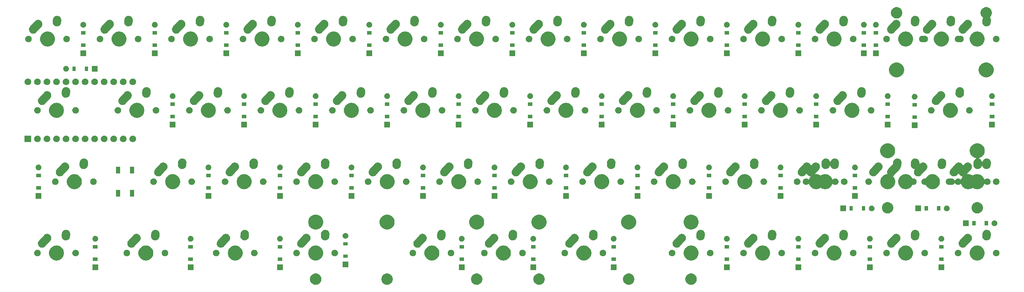
<source format=gbr>
G04 #@! TF.GenerationSoftware,KiCad,Pcbnew,(5.1.2)-1*
G04 #@! TF.CreationDate,2020-02-17T17:06:45-06:00*
G04 #@! TF.ProjectId,SL40,534c3430-2e6b-4696-9361-645f70636258,rev?*
G04 #@! TF.SameCoordinates,Original*
G04 #@! TF.FileFunction,Soldermask,Bot*
G04 #@! TF.FilePolarity,Negative*
%FSLAX46Y46*%
G04 Gerber Fmt 4.6, Leading zero omitted, Abs format (unit mm)*
G04 Created by KiCad (PCBNEW (5.1.2)-1) date 2020-02-17 17:06:45*
%MOMM*%
%LPD*%
G04 APERTURE LIST*
%ADD10C,0.100000*%
G04 APERTURE END LIST*
D10*
G36*
X95553667Y-125346533D02*
G01*
X95700884Y-125375816D01*
X95978235Y-125490699D01*
X96227843Y-125657482D01*
X96440118Y-125869757D01*
X96606901Y-126119365D01*
X96721784Y-126396716D01*
X96780350Y-126691149D01*
X96780350Y-126991351D01*
X96721784Y-127285784D01*
X96606901Y-127563135D01*
X96440118Y-127812743D01*
X96227843Y-128025018D01*
X95978235Y-128191801D01*
X95700884Y-128306684D01*
X95406452Y-128365250D01*
X95106248Y-128365250D01*
X94811816Y-128306684D01*
X94534465Y-128191801D01*
X94284857Y-128025018D01*
X94072582Y-127812743D01*
X93905799Y-127563135D01*
X93790916Y-127285784D01*
X93732350Y-126991351D01*
X93732350Y-126691149D01*
X93790916Y-126396716D01*
X93905799Y-126119365D01*
X94072582Y-125869757D01*
X94284857Y-125657482D01*
X94534465Y-125490699D01*
X94811816Y-125375816D01*
X94959033Y-125346533D01*
X95106248Y-125317250D01*
X95406452Y-125317250D01*
X95553667Y-125346533D01*
X95553667Y-125346533D01*
G37*
G36*
X178922817Y-125346533D02*
G01*
X179070034Y-125375816D01*
X179347385Y-125490699D01*
X179596993Y-125657482D01*
X179809268Y-125869757D01*
X179976051Y-126119365D01*
X180090934Y-126396716D01*
X180149500Y-126691149D01*
X180149500Y-126991351D01*
X180090934Y-127285784D01*
X179976051Y-127563135D01*
X179809268Y-127812743D01*
X179596993Y-128025018D01*
X179347385Y-128191801D01*
X179070034Y-128306684D01*
X178775602Y-128365250D01*
X178475398Y-128365250D01*
X178180966Y-128306684D01*
X177903615Y-128191801D01*
X177654007Y-128025018D01*
X177441732Y-127812743D01*
X177274949Y-127563135D01*
X177160066Y-127285784D01*
X177101500Y-126991351D01*
X177101500Y-126691149D01*
X177160066Y-126396716D01*
X177274949Y-126119365D01*
X177441732Y-125869757D01*
X177654007Y-125657482D01*
X177903615Y-125490699D01*
X178180966Y-125375816D01*
X178328183Y-125346533D01*
X178475398Y-125317250D01*
X178775602Y-125317250D01*
X178922817Y-125346533D01*
X178922817Y-125346533D01*
G37*
G36*
X155046817Y-125346533D02*
G01*
X155194034Y-125375816D01*
X155471385Y-125490699D01*
X155720993Y-125657482D01*
X155933268Y-125869757D01*
X156100051Y-126119365D01*
X156214934Y-126396716D01*
X156273500Y-126691149D01*
X156273500Y-126991351D01*
X156214934Y-127285784D01*
X156100051Y-127563135D01*
X155933268Y-127812743D01*
X155720993Y-128025018D01*
X155471385Y-128191801D01*
X155194034Y-128306684D01*
X154899602Y-128365250D01*
X154599398Y-128365250D01*
X154304966Y-128306684D01*
X154027615Y-128191801D01*
X153778007Y-128025018D01*
X153565732Y-127812743D01*
X153398949Y-127563135D01*
X153284066Y-127285784D01*
X153225500Y-126991351D01*
X153225500Y-126691149D01*
X153284066Y-126396716D01*
X153398949Y-126119365D01*
X153565732Y-125869757D01*
X153778007Y-125657482D01*
X154027615Y-125490699D01*
X154304966Y-125375816D01*
X154452183Y-125346533D01*
X154599398Y-125317250D01*
X154899602Y-125317250D01*
X155046817Y-125346533D01*
X155046817Y-125346533D01*
G37*
G36*
X138441567Y-125346533D02*
G01*
X138588784Y-125375816D01*
X138866135Y-125490699D01*
X139115743Y-125657482D01*
X139328018Y-125869757D01*
X139494801Y-126119365D01*
X139609684Y-126396716D01*
X139668250Y-126691149D01*
X139668250Y-126991351D01*
X139609684Y-127285784D01*
X139494801Y-127563135D01*
X139328018Y-127812743D01*
X139115743Y-128025018D01*
X138866135Y-128191801D01*
X138588784Y-128306684D01*
X138294352Y-128365250D01*
X137994148Y-128365250D01*
X137699716Y-128306684D01*
X137422365Y-128191801D01*
X137172757Y-128025018D01*
X136960482Y-127812743D01*
X136793699Y-127563135D01*
X136678816Y-127285784D01*
X136620250Y-126991351D01*
X136620250Y-126691149D01*
X136678816Y-126396716D01*
X136793699Y-126119365D01*
X136960482Y-125869757D01*
X137172757Y-125657482D01*
X137422365Y-125490699D01*
X137699716Y-125375816D01*
X137846933Y-125346533D01*
X137994148Y-125317250D01*
X138294352Y-125317250D01*
X138441567Y-125346533D01*
X138441567Y-125346533D01*
G37*
G36*
X114565567Y-125346533D02*
G01*
X114712784Y-125375816D01*
X114990135Y-125490699D01*
X115239743Y-125657482D01*
X115452018Y-125869757D01*
X115618801Y-126119365D01*
X115733684Y-126396716D01*
X115792250Y-126691149D01*
X115792250Y-126991351D01*
X115733684Y-127285784D01*
X115618801Y-127563135D01*
X115452018Y-127812743D01*
X115239743Y-128025018D01*
X114990135Y-128191801D01*
X114712784Y-128306684D01*
X114418352Y-128365250D01*
X114118148Y-128365250D01*
X113823716Y-128306684D01*
X113546365Y-128191801D01*
X113296757Y-128025018D01*
X113084482Y-127812743D01*
X112917699Y-127563135D01*
X112802816Y-127285784D01*
X112744250Y-126991351D01*
X112744250Y-126691149D01*
X112802816Y-126396716D01*
X112917699Y-126119365D01*
X113084482Y-125869757D01*
X113296757Y-125657482D01*
X113546365Y-125490699D01*
X113823716Y-125375816D01*
X113970933Y-125346533D01*
X114118148Y-125317250D01*
X114418352Y-125317250D01*
X114565567Y-125346533D01*
X114565567Y-125346533D01*
G37*
G36*
X195553467Y-125346533D02*
G01*
X195700684Y-125375816D01*
X195978035Y-125490699D01*
X196227643Y-125657482D01*
X196439918Y-125869757D01*
X196606701Y-126119365D01*
X196721584Y-126396716D01*
X196780150Y-126691149D01*
X196780150Y-126991351D01*
X196721584Y-127285784D01*
X196606701Y-127563135D01*
X196439918Y-127812743D01*
X196227643Y-128025018D01*
X195978035Y-128191801D01*
X195700684Y-128306684D01*
X195406252Y-128365250D01*
X195106048Y-128365250D01*
X194811616Y-128306684D01*
X194534265Y-128191801D01*
X194284657Y-128025018D01*
X194072382Y-127812743D01*
X193905599Y-127563135D01*
X193790716Y-127285784D01*
X193732150Y-126991351D01*
X193732150Y-126691149D01*
X193790716Y-126396716D01*
X193905599Y-126119365D01*
X194072382Y-125869757D01*
X194284657Y-125657482D01*
X194534265Y-125490699D01*
X194811616Y-125375816D01*
X194958833Y-125346533D01*
X195106048Y-125317250D01*
X195406252Y-125317250D01*
X195553467Y-125346533D01*
X195553467Y-125346533D01*
G37*
G36*
X37274500Y-124428250D02*
G01*
X35750500Y-124428250D01*
X35750500Y-122904250D01*
X37274500Y-122904250D01*
X37274500Y-124428250D01*
X37274500Y-124428250D01*
G37*
G36*
X262699500Y-124428250D02*
G01*
X261175500Y-124428250D01*
X261175500Y-122904250D01*
X262699500Y-122904250D01*
X262699500Y-124428250D01*
X262699500Y-124428250D01*
G37*
G36*
X243649500Y-124428250D02*
G01*
X242125500Y-124428250D01*
X242125500Y-122904250D01*
X243649500Y-122904250D01*
X243649500Y-124428250D01*
X243649500Y-124428250D01*
G37*
G36*
X224599500Y-124428250D02*
G01*
X223075500Y-124428250D01*
X223075500Y-122904250D01*
X224599500Y-122904250D01*
X224599500Y-124428250D01*
X224599500Y-124428250D01*
G37*
G36*
X153955750Y-124428250D02*
G01*
X152431750Y-124428250D01*
X152431750Y-122904250D01*
X153955750Y-122904250D01*
X153955750Y-124428250D01*
X153955750Y-124428250D01*
G37*
G36*
X86487000Y-124428250D02*
G01*
X84963000Y-124428250D01*
X84963000Y-122904250D01*
X86487000Y-122904250D01*
X86487000Y-124428250D01*
X86487000Y-124428250D01*
G37*
G36*
X62674500Y-124428250D02*
G01*
X61150500Y-124428250D01*
X61150500Y-122904250D01*
X62674500Y-122904250D01*
X62674500Y-124428250D01*
X62674500Y-124428250D01*
G37*
G36*
X205549500Y-124428250D02*
G01*
X204025500Y-124428250D01*
X204025500Y-122904250D01*
X205549500Y-122904250D01*
X205549500Y-124428250D01*
X205549500Y-124428250D01*
G37*
G36*
X175387000Y-124428250D02*
G01*
X173863000Y-124428250D01*
X173863000Y-122904250D01*
X175387000Y-122904250D01*
X175387000Y-124428250D01*
X175387000Y-124428250D01*
G37*
G36*
X134905750Y-124428250D02*
G01*
X133381750Y-124428250D01*
X133381750Y-122904250D01*
X134905750Y-122904250D01*
X134905750Y-124428250D01*
X134905750Y-124428250D01*
G37*
G36*
X103949500Y-123634500D02*
G01*
X102425500Y-123634500D01*
X102425500Y-122110500D01*
X103949500Y-122110500D01*
X103949500Y-123634500D01*
X103949500Y-123634500D01*
G37*
G36*
X262537500Y-121956250D02*
G01*
X261337500Y-121956250D01*
X261337500Y-121056250D01*
X262537500Y-121056250D01*
X262537500Y-121956250D01*
X262537500Y-121956250D01*
G37*
G36*
X205387500Y-121956250D02*
G01*
X204187500Y-121956250D01*
X204187500Y-121056250D01*
X205387500Y-121056250D01*
X205387500Y-121956250D01*
X205387500Y-121956250D01*
G37*
G36*
X86325000Y-121956250D02*
G01*
X85125000Y-121956250D01*
X85125000Y-121056250D01*
X86325000Y-121056250D01*
X86325000Y-121956250D01*
X86325000Y-121956250D01*
G37*
G36*
X134743750Y-121956250D02*
G01*
X133543750Y-121956250D01*
X133543750Y-121056250D01*
X134743750Y-121056250D01*
X134743750Y-121956250D01*
X134743750Y-121956250D01*
G37*
G36*
X37112500Y-121956250D02*
G01*
X35912500Y-121956250D01*
X35912500Y-121056250D01*
X37112500Y-121056250D01*
X37112500Y-121956250D01*
X37112500Y-121956250D01*
G37*
G36*
X153793750Y-121956250D02*
G01*
X152593750Y-121956250D01*
X152593750Y-121056250D01*
X153793750Y-121056250D01*
X153793750Y-121956250D01*
X153793750Y-121956250D01*
G37*
G36*
X243487500Y-121956250D02*
G01*
X242287500Y-121956250D01*
X242287500Y-121056250D01*
X243487500Y-121056250D01*
X243487500Y-121956250D01*
X243487500Y-121956250D01*
G37*
G36*
X175225000Y-121956250D02*
G01*
X174025000Y-121956250D01*
X174025000Y-121056250D01*
X175225000Y-121056250D01*
X175225000Y-121956250D01*
X175225000Y-121956250D01*
G37*
G36*
X224437500Y-121956250D02*
G01*
X223237500Y-121956250D01*
X223237500Y-121056250D01*
X224437500Y-121056250D01*
X224437500Y-121956250D01*
X224437500Y-121956250D01*
G37*
G36*
X62512500Y-121956250D02*
G01*
X61312500Y-121956250D01*
X61312500Y-121056250D01*
X62512500Y-121056250D01*
X62512500Y-121956250D01*
X62512500Y-121956250D01*
G37*
G36*
X126457449Y-117873254D02*
G01*
X126787849Y-117938974D01*
X127150716Y-118089278D01*
X127477287Y-118307486D01*
X127755014Y-118585213D01*
X127973222Y-118911784D01*
X128123526Y-119274651D01*
X128200150Y-119659868D01*
X128200150Y-120052632D01*
X128123526Y-120437849D01*
X127973222Y-120800716D01*
X127755014Y-121127287D01*
X127477287Y-121405014D01*
X127150716Y-121623222D01*
X126787849Y-121773526D01*
X126457449Y-121839246D01*
X126402633Y-121850150D01*
X126009867Y-121850150D01*
X125955051Y-121839246D01*
X125624651Y-121773526D01*
X125261784Y-121623222D01*
X124935213Y-121405014D01*
X124657486Y-121127287D01*
X124439278Y-120800716D01*
X124288974Y-120437849D01*
X124212350Y-120052632D01*
X124212350Y-119659868D01*
X124288974Y-119274651D01*
X124439278Y-118911784D01*
X124657486Y-118585213D01*
X124935213Y-118307486D01*
X125261784Y-118089278D01*
X125624651Y-117938974D01*
X125955051Y-117873254D01*
X126009867Y-117862350D01*
X126402633Y-117862350D01*
X126457449Y-117873254D01*
X126457449Y-117873254D01*
G37*
G36*
X26444949Y-117873254D02*
G01*
X26775349Y-117938974D01*
X27138216Y-118089278D01*
X27464787Y-118307486D01*
X27742514Y-118585213D01*
X27960722Y-118911784D01*
X28111026Y-119274651D01*
X28187650Y-119659868D01*
X28187650Y-120052632D01*
X28111026Y-120437849D01*
X27960722Y-120800716D01*
X27742514Y-121127287D01*
X27464787Y-121405014D01*
X27138216Y-121623222D01*
X26775349Y-121773526D01*
X26444949Y-121839246D01*
X26390133Y-121850150D01*
X25997367Y-121850150D01*
X25942551Y-121839246D01*
X25612151Y-121773526D01*
X25249284Y-121623222D01*
X24922713Y-121405014D01*
X24644986Y-121127287D01*
X24426778Y-120800716D01*
X24276474Y-120437849D01*
X24199850Y-120052632D01*
X24199850Y-119659868D01*
X24276474Y-119274651D01*
X24426778Y-118911784D01*
X24644986Y-118585213D01*
X24922713Y-118307486D01*
X25249284Y-118089278D01*
X25612151Y-117938974D01*
X25942551Y-117873254D01*
X25997367Y-117862350D01*
X26390133Y-117862350D01*
X26444949Y-117873254D01*
X26444949Y-117873254D01*
G37*
G36*
X50257449Y-117873254D02*
G01*
X50587849Y-117938974D01*
X50950716Y-118089278D01*
X51277287Y-118307486D01*
X51555014Y-118585213D01*
X51773222Y-118911784D01*
X51923526Y-119274651D01*
X52000150Y-119659868D01*
X52000150Y-120052632D01*
X51923526Y-120437849D01*
X51773222Y-120800716D01*
X51555014Y-121127287D01*
X51277287Y-121405014D01*
X50950716Y-121623222D01*
X50587849Y-121773526D01*
X50257449Y-121839246D01*
X50202633Y-121850150D01*
X49809867Y-121850150D01*
X49755051Y-121839246D01*
X49424651Y-121773526D01*
X49061784Y-121623222D01*
X48735213Y-121405014D01*
X48457486Y-121127287D01*
X48239278Y-120800716D01*
X48088974Y-120437849D01*
X48012350Y-120052632D01*
X48012350Y-119659868D01*
X48088974Y-119274651D01*
X48239278Y-118911784D01*
X48457486Y-118585213D01*
X48735213Y-118307486D01*
X49061784Y-118089278D01*
X49424651Y-117938974D01*
X49755051Y-117873254D01*
X49809867Y-117862350D01*
X50202633Y-117862350D01*
X50257449Y-117873254D01*
X50257449Y-117873254D01*
G37*
G36*
X74069949Y-117873254D02*
G01*
X74400349Y-117938974D01*
X74763216Y-118089278D01*
X75089787Y-118307486D01*
X75367514Y-118585213D01*
X75585722Y-118911784D01*
X75736026Y-119274651D01*
X75812650Y-119659868D01*
X75812650Y-120052632D01*
X75736026Y-120437849D01*
X75585722Y-120800716D01*
X75367514Y-121127287D01*
X75089787Y-121405014D01*
X74763216Y-121623222D01*
X74400349Y-121773526D01*
X74069949Y-121839246D01*
X74015133Y-121850150D01*
X73622367Y-121850150D01*
X73567551Y-121839246D01*
X73237151Y-121773526D01*
X72874284Y-121623222D01*
X72547713Y-121405014D01*
X72269986Y-121127287D01*
X72051778Y-120800716D01*
X71901474Y-120437849D01*
X71824850Y-120052632D01*
X71824850Y-119659868D01*
X71901474Y-119274651D01*
X72051778Y-118911784D01*
X72269986Y-118585213D01*
X72547713Y-118307486D01*
X72874284Y-118089278D01*
X73237151Y-117938974D01*
X73567551Y-117873254D01*
X73622367Y-117862350D01*
X74015133Y-117862350D01*
X74069949Y-117873254D01*
X74069949Y-117873254D01*
G37*
G36*
X95501199Y-117873254D02*
G01*
X95831599Y-117938974D01*
X96194466Y-118089278D01*
X96521037Y-118307486D01*
X96798764Y-118585213D01*
X97016972Y-118911784D01*
X97167276Y-119274651D01*
X97243900Y-119659868D01*
X97243900Y-120052632D01*
X97167276Y-120437849D01*
X97016972Y-120800716D01*
X96798764Y-121127287D01*
X96521037Y-121405014D01*
X96194466Y-121623222D01*
X95831599Y-121773526D01*
X95501199Y-121839246D01*
X95446383Y-121850150D01*
X95053617Y-121850150D01*
X94998801Y-121839246D01*
X94668401Y-121773526D01*
X94305534Y-121623222D01*
X93978963Y-121405014D01*
X93701236Y-121127287D01*
X93483028Y-120800716D01*
X93332724Y-120437849D01*
X93256100Y-120052632D01*
X93256100Y-119659868D01*
X93332724Y-119274651D01*
X93483028Y-118911784D01*
X93701236Y-118585213D01*
X93978963Y-118307486D01*
X94305534Y-118089278D01*
X94668401Y-117938974D01*
X94998801Y-117873254D01*
X95053617Y-117862350D01*
X95446383Y-117862350D01*
X95501199Y-117873254D01*
X95501199Y-117873254D01*
G37*
G36*
X166938699Y-117873254D02*
G01*
X167269099Y-117938974D01*
X167631966Y-118089278D01*
X167958537Y-118307486D01*
X168236264Y-118585213D01*
X168454472Y-118911784D01*
X168604776Y-119274651D01*
X168681400Y-119659868D01*
X168681400Y-120052632D01*
X168604776Y-120437849D01*
X168454472Y-120800716D01*
X168236264Y-121127287D01*
X167958537Y-121405014D01*
X167631966Y-121623222D01*
X167269099Y-121773526D01*
X166938699Y-121839246D01*
X166883883Y-121850150D01*
X166491117Y-121850150D01*
X166436301Y-121839246D01*
X166105901Y-121773526D01*
X165743034Y-121623222D01*
X165416463Y-121405014D01*
X165138736Y-121127287D01*
X164920528Y-120800716D01*
X164770224Y-120437849D01*
X164693600Y-120052632D01*
X164693600Y-119659868D01*
X164770224Y-119274651D01*
X164920528Y-118911784D01*
X165138736Y-118585213D01*
X165416463Y-118307486D01*
X165743034Y-118089278D01*
X166105901Y-117938974D01*
X166436301Y-117873254D01*
X166491117Y-117862350D01*
X166883883Y-117862350D01*
X166938699Y-117873254D01*
X166938699Y-117873254D01*
G37*
G36*
X195513699Y-117873254D02*
G01*
X195844099Y-117938974D01*
X196206966Y-118089278D01*
X196533537Y-118307486D01*
X196811264Y-118585213D01*
X197029472Y-118911784D01*
X197179776Y-119274651D01*
X197256400Y-119659868D01*
X197256400Y-120052632D01*
X197179776Y-120437849D01*
X197029472Y-120800716D01*
X196811264Y-121127287D01*
X196533537Y-121405014D01*
X196206966Y-121623222D01*
X195844099Y-121773526D01*
X195513699Y-121839246D01*
X195458883Y-121850150D01*
X195066117Y-121850150D01*
X195011301Y-121839246D01*
X194680901Y-121773526D01*
X194318034Y-121623222D01*
X193991463Y-121405014D01*
X193713736Y-121127287D01*
X193495528Y-120800716D01*
X193345224Y-120437849D01*
X193268600Y-120052632D01*
X193268600Y-119659868D01*
X193345224Y-119274651D01*
X193495528Y-118911784D01*
X193713736Y-118585213D01*
X193991463Y-118307486D01*
X194318034Y-118089278D01*
X194680901Y-117938974D01*
X195011301Y-117873254D01*
X195066117Y-117862350D01*
X195458883Y-117862350D01*
X195513699Y-117873254D01*
X195513699Y-117873254D01*
G37*
G36*
X214563699Y-117873254D02*
G01*
X214894099Y-117938974D01*
X215256966Y-118089278D01*
X215583537Y-118307486D01*
X215861264Y-118585213D01*
X216079472Y-118911784D01*
X216229776Y-119274651D01*
X216306400Y-119659868D01*
X216306400Y-120052632D01*
X216229776Y-120437849D01*
X216079472Y-120800716D01*
X215861264Y-121127287D01*
X215583537Y-121405014D01*
X215256966Y-121623222D01*
X214894099Y-121773526D01*
X214563699Y-121839246D01*
X214508883Y-121850150D01*
X214116117Y-121850150D01*
X214061301Y-121839246D01*
X213730901Y-121773526D01*
X213368034Y-121623222D01*
X213041463Y-121405014D01*
X212763736Y-121127287D01*
X212545528Y-120800716D01*
X212395224Y-120437849D01*
X212318600Y-120052632D01*
X212318600Y-119659868D01*
X212395224Y-119274651D01*
X212545528Y-118911784D01*
X212763736Y-118585213D01*
X213041463Y-118307486D01*
X213368034Y-118089278D01*
X213730901Y-117938974D01*
X214061301Y-117873254D01*
X214116117Y-117862350D01*
X214508883Y-117862350D01*
X214563699Y-117873254D01*
X214563699Y-117873254D01*
G37*
G36*
X233613699Y-117873254D02*
G01*
X233944099Y-117938974D01*
X234306966Y-118089278D01*
X234633537Y-118307486D01*
X234911264Y-118585213D01*
X235129472Y-118911784D01*
X235279776Y-119274651D01*
X235356400Y-119659868D01*
X235356400Y-120052632D01*
X235279776Y-120437849D01*
X235129472Y-120800716D01*
X234911264Y-121127287D01*
X234633537Y-121405014D01*
X234306966Y-121623222D01*
X233944099Y-121773526D01*
X233613699Y-121839246D01*
X233558883Y-121850150D01*
X233166117Y-121850150D01*
X233111301Y-121839246D01*
X232780901Y-121773526D01*
X232418034Y-121623222D01*
X232091463Y-121405014D01*
X231813736Y-121127287D01*
X231595528Y-120800716D01*
X231445224Y-120437849D01*
X231368600Y-120052632D01*
X231368600Y-119659868D01*
X231445224Y-119274651D01*
X231595528Y-118911784D01*
X231813736Y-118585213D01*
X232091463Y-118307486D01*
X232418034Y-118089278D01*
X232780901Y-117938974D01*
X233111301Y-117873254D01*
X233166117Y-117862350D01*
X233558883Y-117862350D01*
X233613699Y-117873254D01*
X233613699Y-117873254D01*
G37*
G36*
X252663699Y-117873254D02*
G01*
X252994099Y-117938974D01*
X253356966Y-118089278D01*
X253683537Y-118307486D01*
X253961264Y-118585213D01*
X254179472Y-118911784D01*
X254329776Y-119274651D01*
X254406400Y-119659868D01*
X254406400Y-120052632D01*
X254329776Y-120437849D01*
X254179472Y-120800716D01*
X253961264Y-121127287D01*
X253683537Y-121405014D01*
X253356966Y-121623222D01*
X252994099Y-121773526D01*
X252663699Y-121839246D01*
X252608883Y-121850150D01*
X252216117Y-121850150D01*
X252161301Y-121839246D01*
X251830901Y-121773526D01*
X251468034Y-121623222D01*
X251141463Y-121405014D01*
X250863736Y-121127287D01*
X250645528Y-120800716D01*
X250495224Y-120437849D01*
X250418600Y-120052632D01*
X250418600Y-119659868D01*
X250495224Y-119274651D01*
X250645528Y-118911784D01*
X250863736Y-118585213D01*
X251141463Y-118307486D01*
X251468034Y-118089278D01*
X251830901Y-117938974D01*
X252161301Y-117873254D01*
X252216117Y-117862350D01*
X252608883Y-117862350D01*
X252663699Y-117873254D01*
X252663699Y-117873254D01*
G37*
G36*
X271713699Y-117873254D02*
G01*
X272044099Y-117938974D01*
X272406966Y-118089278D01*
X272733537Y-118307486D01*
X273011264Y-118585213D01*
X273229472Y-118911784D01*
X273379776Y-119274651D01*
X273456400Y-119659868D01*
X273456400Y-120052632D01*
X273379776Y-120437849D01*
X273229472Y-120800716D01*
X273011264Y-121127287D01*
X272733537Y-121405014D01*
X272406966Y-121623222D01*
X272044099Y-121773526D01*
X271713699Y-121839246D01*
X271658883Y-121850150D01*
X271266117Y-121850150D01*
X271211301Y-121839246D01*
X270880901Y-121773526D01*
X270518034Y-121623222D01*
X270191463Y-121405014D01*
X269913736Y-121127287D01*
X269695528Y-120800716D01*
X269545224Y-120437849D01*
X269468600Y-120052632D01*
X269468600Y-119659868D01*
X269545224Y-119274651D01*
X269695528Y-118911784D01*
X269913736Y-118585213D01*
X270191463Y-118307486D01*
X270518034Y-118089278D01*
X270880901Y-117938974D01*
X271211301Y-117873254D01*
X271266117Y-117862350D01*
X271658883Y-117862350D01*
X271713699Y-117873254D01*
X271713699Y-117873254D01*
G37*
G36*
X145507449Y-117873254D02*
G01*
X145837849Y-117938974D01*
X146200716Y-118089278D01*
X146527287Y-118307486D01*
X146805014Y-118585213D01*
X147023222Y-118911784D01*
X147173526Y-119274651D01*
X147250150Y-119659868D01*
X147250150Y-120052632D01*
X147173526Y-120437849D01*
X147023222Y-120800716D01*
X146805014Y-121127287D01*
X146527287Y-121405014D01*
X146200716Y-121623222D01*
X145837849Y-121773526D01*
X145507449Y-121839246D01*
X145452633Y-121850150D01*
X145059867Y-121850150D01*
X145005051Y-121839246D01*
X144674651Y-121773526D01*
X144311784Y-121623222D01*
X143985213Y-121405014D01*
X143707486Y-121127287D01*
X143489278Y-120800716D01*
X143338974Y-120437849D01*
X143262350Y-120052632D01*
X143262350Y-119659868D01*
X143338974Y-119274651D01*
X143489278Y-118911784D01*
X143707486Y-118585213D01*
X143985213Y-118307486D01*
X144311784Y-118089278D01*
X144674651Y-117938974D01*
X145005051Y-117873254D01*
X145059867Y-117862350D01*
X145452633Y-117862350D01*
X145507449Y-117873254D01*
X145507449Y-117873254D01*
G37*
G36*
X103787500Y-121162500D02*
G01*
X102587500Y-121162500D01*
X102587500Y-120262500D01*
X103787500Y-120262500D01*
X103787500Y-121162500D01*
X103787500Y-121162500D01*
G37*
G36*
X68993977Y-119014875D02*
G01*
X69153216Y-119080834D01*
X69153218Y-119080835D01*
X69296530Y-119176593D01*
X69418407Y-119298470D01*
X69418408Y-119298472D01*
X69514166Y-119441784D01*
X69580125Y-119601023D01*
X69613750Y-119770069D01*
X69613750Y-119942431D01*
X69580125Y-120111477D01*
X69517569Y-120262500D01*
X69514165Y-120270718D01*
X69418407Y-120414030D01*
X69296530Y-120535907D01*
X69153218Y-120631665D01*
X69153217Y-120631666D01*
X69153216Y-120631666D01*
X68993977Y-120697625D01*
X68824931Y-120731250D01*
X68652569Y-120731250D01*
X68483523Y-120697625D01*
X68324284Y-120631666D01*
X68324283Y-120631666D01*
X68324282Y-120631665D01*
X68180970Y-120535907D01*
X68059093Y-120414030D01*
X67963335Y-120270718D01*
X67959931Y-120262500D01*
X67897375Y-120111477D01*
X67863750Y-119942431D01*
X67863750Y-119770069D01*
X67897375Y-119601023D01*
X67963334Y-119441784D01*
X68059092Y-119298472D01*
X68059093Y-119298470D01*
X68180970Y-119176593D01*
X68324282Y-119080835D01*
X68324284Y-119080834D01*
X68483523Y-119014875D01*
X68652569Y-118981250D01*
X68824931Y-118981250D01*
X68993977Y-119014875D01*
X68993977Y-119014875D01*
G37*
G36*
X209487727Y-119014875D02*
G01*
X209646966Y-119080834D01*
X209646968Y-119080835D01*
X209790280Y-119176593D01*
X209912157Y-119298470D01*
X209912158Y-119298472D01*
X210007916Y-119441784D01*
X210073875Y-119601023D01*
X210107500Y-119770069D01*
X210107500Y-119942431D01*
X210073875Y-120111477D01*
X210011319Y-120262500D01*
X210007915Y-120270718D01*
X209912157Y-120414030D01*
X209790280Y-120535907D01*
X209646968Y-120631665D01*
X209646967Y-120631666D01*
X209646966Y-120631666D01*
X209487727Y-120697625D01*
X209318681Y-120731250D01*
X209146319Y-120731250D01*
X208977273Y-120697625D01*
X208818034Y-120631666D01*
X208818033Y-120631666D01*
X208818032Y-120631665D01*
X208674720Y-120535907D01*
X208552843Y-120414030D01*
X208457085Y-120270718D01*
X208453681Y-120262500D01*
X208391125Y-120111477D01*
X208357500Y-119942431D01*
X208357500Y-119770069D01*
X208391125Y-119601023D01*
X208457084Y-119441784D01*
X208552842Y-119298472D01*
X208552843Y-119298470D01*
X208674720Y-119176593D01*
X208818032Y-119080835D01*
X208818034Y-119080834D01*
X208977273Y-119014875D01*
X209146319Y-118981250D01*
X209318681Y-118981250D01*
X209487727Y-119014875D01*
X209487727Y-119014875D01*
G37*
G36*
X79153977Y-119014875D02*
G01*
X79313216Y-119080834D01*
X79313218Y-119080835D01*
X79456530Y-119176593D01*
X79578407Y-119298470D01*
X79578408Y-119298472D01*
X79674166Y-119441784D01*
X79740125Y-119601023D01*
X79773750Y-119770069D01*
X79773750Y-119942431D01*
X79740125Y-120111477D01*
X79677569Y-120262500D01*
X79674165Y-120270718D01*
X79578407Y-120414030D01*
X79456530Y-120535907D01*
X79313218Y-120631665D01*
X79313217Y-120631666D01*
X79313216Y-120631666D01*
X79153977Y-120697625D01*
X78984931Y-120731250D01*
X78812569Y-120731250D01*
X78643523Y-120697625D01*
X78484284Y-120631666D01*
X78484283Y-120631666D01*
X78484282Y-120631665D01*
X78340970Y-120535907D01*
X78219093Y-120414030D01*
X78123335Y-120270718D01*
X78119931Y-120262500D01*
X78057375Y-120111477D01*
X78023750Y-119942431D01*
X78023750Y-119770069D01*
X78057375Y-119601023D01*
X78123334Y-119441784D01*
X78219092Y-119298472D01*
X78219093Y-119298470D01*
X78340970Y-119176593D01*
X78484282Y-119080835D01*
X78484284Y-119080834D01*
X78643523Y-119014875D01*
X78812569Y-118981250D01*
X78984931Y-118981250D01*
X79153977Y-119014875D01*
X79153977Y-119014875D01*
G37*
G36*
X131541477Y-119014875D02*
G01*
X131700716Y-119080834D01*
X131700718Y-119080835D01*
X131844030Y-119176593D01*
X131965907Y-119298470D01*
X131965908Y-119298472D01*
X132061666Y-119441784D01*
X132127625Y-119601023D01*
X132161250Y-119770069D01*
X132161250Y-119942431D01*
X132127625Y-120111477D01*
X132065069Y-120262500D01*
X132061665Y-120270718D01*
X131965907Y-120414030D01*
X131844030Y-120535907D01*
X131700718Y-120631665D01*
X131700717Y-120631666D01*
X131700716Y-120631666D01*
X131541477Y-120697625D01*
X131372431Y-120731250D01*
X131200069Y-120731250D01*
X131031023Y-120697625D01*
X130871784Y-120631666D01*
X130871783Y-120631666D01*
X130871782Y-120631665D01*
X130728470Y-120535907D01*
X130606593Y-120414030D01*
X130510835Y-120270718D01*
X130507431Y-120262500D01*
X130444875Y-120111477D01*
X130411250Y-119942431D01*
X130411250Y-119770069D01*
X130444875Y-119601023D01*
X130510834Y-119441784D01*
X130606592Y-119298472D01*
X130606593Y-119298470D01*
X130728470Y-119176593D01*
X130871782Y-119080835D01*
X130871784Y-119080834D01*
X131031023Y-119014875D01*
X131200069Y-118981250D01*
X131372431Y-118981250D01*
X131541477Y-119014875D01*
X131541477Y-119014875D01*
G37*
G36*
X121381477Y-119014875D02*
G01*
X121540716Y-119080834D01*
X121540718Y-119080835D01*
X121684030Y-119176593D01*
X121805907Y-119298470D01*
X121805908Y-119298472D01*
X121901666Y-119441784D01*
X121967625Y-119601023D01*
X122001250Y-119770069D01*
X122001250Y-119942431D01*
X121967625Y-120111477D01*
X121905069Y-120262500D01*
X121901665Y-120270718D01*
X121805907Y-120414030D01*
X121684030Y-120535907D01*
X121540718Y-120631665D01*
X121540717Y-120631666D01*
X121540716Y-120631666D01*
X121381477Y-120697625D01*
X121212431Y-120731250D01*
X121040069Y-120731250D01*
X120871023Y-120697625D01*
X120711784Y-120631666D01*
X120711783Y-120631666D01*
X120711782Y-120631665D01*
X120568470Y-120535907D01*
X120446593Y-120414030D01*
X120350835Y-120270718D01*
X120347431Y-120262500D01*
X120284875Y-120111477D01*
X120251250Y-119942431D01*
X120251250Y-119770069D01*
X120284875Y-119601023D01*
X120350834Y-119441784D01*
X120446592Y-119298472D01*
X120446593Y-119298470D01*
X120568470Y-119176593D01*
X120711782Y-119080835D01*
X120711784Y-119080834D01*
X120871023Y-119014875D01*
X121040069Y-118981250D01*
X121212431Y-118981250D01*
X121381477Y-119014875D01*
X121381477Y-119014875D01*
G37*
G36*
X45181477Y-119014875D02*
G01*
X45340716Y-119080834D01*
X45340718Y-119080835D01*
X45484030Y-119176593D01*
X45605907Y-119298470D01*
X45605908Y-119298472D01*
X45701666Y-119441784D01*
X45767625Y-119601023D01*
X45801250Y-119770069D01*
X45801250Y-119942431D01*
X45767625Y-120111477D01*
X45705069Y-120262500D01*
X45701665Y-120270718D01*
X45605907Y-120414030D01*
X45484030Y-120535907D01*
X45340718Y-120631665D01*
X45340717Y-120631666D01*
X45340716Y-120631666D01*
X45181477Y-120697625D01*
X45012431Y-120731250D01*
X44840069Y-120731250D01*
X44671023Y-120697625D01*
X44511784Y-120631666D01*
X44511783Y-120631666D01*
X44511782Y-120631665D01*
X44368470Y-120535907D01*
X44246593Y-120414030D01*
X44150835Y-120270718D01*
X44147431Y-120262500D01*
X44084875Y-120111477D01*
X44051250Y-119942431D01*
X44051250Y-119770069D01*
X44084875Y-119601023D01*
X44150834Y-119441784D01*
X44246592Y-119298472D01*
X44246593Y-119298470D01*
X44368470Y-119176593D01*
X44511782Y-119080835D01*
X44511784Y-119080834D01*
X44671023Y-119014875D01*
X44840069Y-118981250D01*
X45012431Y-118981250D01*
X45181477Y-119014875D01*
X45181477Y-119014875D01*
G37*
G36*
X55341477Y-119014875D02*
G01*
X55500716Y-119080834D01*
X55500718Y-119080835D01*
X55644030Y-119176593D01*
X55765907Y-119298470D01*
X55765908Y-119298472D01*
X55861666Y-119441784D01*
X55927625Y-119601023D01*
X55961250Y-119770069D01*
X55961250Y-119942431D01*
X55927625Y-120111477D01*
X55865069Y-120262500D01*
X55861665Y-120270718D01*
X55765907Y-120414030D01*
X55644030Y-120535907D01*
X55500718Y-120631665D01*
X55500717Y-120631666D01*
X55500716Y-120631666D01*
X55341477Y-120697625D01*
X55172431Y-120731250D01*
X55000069Y-120731250D01*
X54831023Y-120697625D01*
X54671784Y-120631666D01*
X54671783Y-120631666D01*
X54671782Y-120631665D01*
X54528470Y-120535907D01*
X54406593Y-120414030D01*
X54310835Y-120270718D01*
X54307431Y-120262500D01*
X54244875Y-120111477D01*
X54211250Y-119942431D01*
X54211250Y-119770069D01*
X54244875Y-119601023D01*
X54310834Y-119441784D01*
X54406592Y-119298472D01*
X54406593Y-119298470D01*
X54528470Y-119176593D01*
X54671782Y-119080835D01*
X54671784Y-119080834D01*
X54831023Y-119014875D01*
X55000069Y-118981250D01*
X55172431Y-118981250D01*
X55341477Y-119014875D01*
X55341477Y-119014875D01*
G37*
G36*
X90425227Y-119014875D02*
G01*
X90584466Y-119080834D01*
X90584468Y-119080835D01*
X90727780Y-119176593D01*
X90849657Y-119298470D01*
X90849658Y-119298472D01*
X90945416Y-119441784D01*
X91011375Y-119601023D01*
X91045000Y-119770069D01*
X91045000Y-119942431D01*
X91011375Y-120111477D01*
X90948819Y-120262500D01*
X90945415Y-120270718D01*
X90849657Y-120414030D01*
X90727780Y-120535907D01*
X90584468Y-120631665D01*
X90584467Y-120631666D01*
X90584466Y-120631666D01*
X90425227Y-120697625D01*
X90256181Y-120731250D01*
X90083819Y-120731250D01*
X89914773Y-120697625D01*
X89755534Y-120631666D01*
X89755533Y-120631666D01*
X89755532Y-120631665D01*
X89612220Y-120535907D01*
X89490343Y-120414030D01*
X89394585Y-120270718D01*
X89391181Y-120262500D01*
X89328625Y-120111477D01*
X89295000Y-119942431D01*
X89295000Y-119770069D01*
X89328625Y-119601023D01*
X89394584Y-119441784D01*
X89490342Y-119298472D01*
X89490343Y-119298470D01*
X89612220Y-119176593D01*
X89755532Y-119080835D01*
X89755534Y-119080834D01*
X89914773Y-119014875D01*
X90083819Y-118981250D01*
X90256181Y-118981250D01*
X90425227Y-119014875D01*
X90425227Y-119014875D01*
G37*
G36*
X100585227Y-119014875D02*
G01*
X100744466Y-119080834D01*
X100744468Y-119080835D01*
X100887780Y-119176593D01*
X101009657Y-119298470D01*
X101009658Y-119298472D01*
X101105416Y-119441784D01*
X101171375Y-119601023D01*
X101205000Y-119770069D01*
X101205000Y-119942431D01*
X101171375Y-120111477D01*
X101108819Y-120262500D01*
X101105415Y-120270718D01*
X101009657Y-120414030D01*
X100887780Y-120535907D01*
X100744468Y-120631665D01*
X100744467Y-120631666D01*
X100744466Y-120631666D01*
X100585227Y-120697625D01*
X100416181Y-120731250D01*
X100243819Y-120731250D01*
X100074773Y-120697625D01*
X99915534Y-120631666D01*
X99915533Y-120631666D01*
X99915532Y-120631665D01*
X99772220Y-120535907D01*
X99650343Y-120414030D01*
X99554585Y-120270718D01*
X99551181Y-120262500D01*
X99488625Y-120111477D01*
X99455000Y-119942431D01*
X99455000Y-119770069D01*
X99488625Y-119601023D01*
X99554584Y-119441784D01*
X99650342Y-119298472D01*
X99650343Y-119298470D01*
X99772220Y-119176593D01*
X99915532Y-119080835D01*
X99915534Y-119080834D01*
X100074773Y-119014875D01*
X100243819Y-118981250D01*
X100416181Y-118981250D01*
X100585227Y-119014875D01*
X100585227Y-119014875D01*
G37*
G36*
X200597727Y-119014875D02*
G01*
X200756966Y-119080834D01*
X200756968Y-119080835D01*
X200900280Y-119176593D01*
X201022157Y-119298470D01*
X201022158Y-119298472D01*
X201117916Y-119441784D01*
X201183875Y-119601023D01*
X201217500Y-119770069D01*
X201217500Y-119942431D01*
X201183875Y-120111477D01*
X201121319Y-120262500D01*
X201117915Y-120270718D01*
X201022157Y-120414030D01*
X200900280Y-120535907D01*
X200756968Y-120631665D01*
X200756967Y-120631666D01*
X200756966Y-120631666D01*
X200597727Y-120697625D01*
X200428681Y-120731250D01*
X200256319Y-120731250D01*
X200087273Y-120697625D01*
X199928034Y-120631666D01*
X199928033Y-120631666D01*
X199928032Y-120631665D01*
X199784720Y-120535907D01*
X199662843Y-120414030D01*
X199567085Y-120270718D01*
X199563681Y-120262500D01*
X199501125Y-120111477D01*
X199467500Y-119942431D01*
X199467500Y-119770069D01*
X199501125Y-119601023D01*
X199567084Y-119441784D01*
X199662842Y-119298472D01*
X199662843Y-119298470D01*
X199784720Y-119176593D01*
X199928032Y-119080835D01*
X199928034Y-119080834D01*
X200087273Y-119014875D01*
X200256319Y-118981250D01*
X200428681Y-118981250D01*
X200597727Y-119014875D01*
X200597727Y-119014875D01*
G37*
G36*
X190437727Y-119014875D02*
G01*
X190596966Y-119080834D01*
X190596968Y-119080835D01*
X190740280Y-119176593D01*
X190862157Y-119298470D01*
X190862158Y-119298472D01*
X190957916Y-119441784D01*
X191023875Y-119601023D01*
X191057500Y-119770069D01*
X191057500Y-119942431D01*
X191023875Y-120111477D01*
X190961319Y-120262500D01*
X190957915Y-120270718D01*
X190862157Y-120414030D01*
X190740280Y-120535907D01*
X190596968Y-120631665D01*
X190596967Y-120631666D01*
X190596966Y-120631666D01*
X190437727Y-120697625D01*
X190268681Y-120731250D01*
X190096319Y-120731250D01*
X189927273Y-120697625D01*
X189768034Y-120631666D01*
X189768033Y-120631666D01*
X189768032Y-120631665D01*
X189624720Y-120535907D01*
X189502843Y-120414030D01*
X189407085Y-120270718D01*
X189403681Y-120262500D01*
X189341125Y-120111477D01*
X189307500Y-119942431D01*
X189307500Y-119770069D01*
X189341125Y-119601023D01*
X189407084Y-119441784D01*
X189502842Y-119298472D01*
X189502843Y-119298470D01*
X189624720Y-119176593D01*
X189768032Y-119080835D01*
X189768034Y-119080834D01*
X189927273Y-119014875D01*
X190096319Y-118981250D01*
X190268681Y-118981250D01*
X190437727Y-119014875D01*
X190437727Y-119014875D01*
G37*
G36*
X21368977Y-119014875D02*
G01*
X21528216Y-119080834D01*
X21528218Y-119080835D01*
X21671530Y-119176593D01*
X21793407Y-119298470D01*
X21793408Y-119298472D01*
X21889166Y-119441784D01*
X21955125Y-119601023D01*
X21988750Y-119770069D01*
X21988750Y-119942431D01*
X21955125Y-120111477D01*
X21892569Y-120262500D01*
X21889165Y-120270718D01*
X21793407Y-120414030D01*
X21671530Y-120535907D01*
X21528218Y-120631665D01*
X21528217Y-120631666D01*
X21528216Y-120631666D01*
X21368977Y-120697625D01*
X21199931Y-120731250D01*
X21027569Y-120731250D01*
X20858523Y-120697625D01*
X20699284Y-120631666D01*
X20699283Y-120631666D01*
X20699282Y-120631665D01*
X20555970Y-120535907D01*
X20434093Y-120414030D01*
X20338335Y-120270718D01*
X20334931Y-120262500D01*
X20272375Y-120111477D01*
X20238750Y-119942431D01*
X20238750Y-119770069D01*
X20272375Y-119601023D01*
X20338334Y-119441784D01*
X20434092Y-119298472D01*
X20434093Y-119298470D01*
X20555970Y-119176593D01*
X20699282Y-119080835D01*
X20699284Y-119080834D01*
X20858523Y-119014875D01*
X21027569Y-118981250D01*
X21199931Y-118981250D01*
X21368977Y-119014875D01*
X21368977Y-119014875D01*
G37*
G36*
X31528977Y-119014875D02*
G01*
X31688216Y-119080834D01*
X31688218Y-119080835D01*
X31831530Y-119176593D01*
X31953407Y-119298470D01*
X31953408Y-119298472D01*
X32049166Y-119441784D01*
X32115125Y-119601023D01*
X32148750Y-119770069D01*
X32148750Y-119942431D01*
X32115125Y-120111477D01*
X32052569Y-120262500D01*
X32049165Y-120270718D01*
X31953407Y-120414030D01*
X31831530Y-120535907D01*
X31688218Y-120631665D01*
X31688217Y-120631666D01*
X31688216Y-120631666D01*
X31528977Y-120697625D01*
X31359931Y-120731250D01*
X31187569Y-120731250D01*
X31018523Y-120697625D01*
X30859284Y-120631666D01*
X30859283Y-120631666D01*
X30859282Y-120631665D01*
X30715970Y-120535907D01*
X30594093Y-120414030D01*
X30498335Y-120270718D01*
X30494931Y-120262500D01*
X30432375Y-120111477D01*
X30398750Y-119942431D01*
X30398750Y-119770069D01*
X30432375Y-119601023D01*
X30498334Y-119441784D01*
X30594092Y-119298472D01*
X30594093Y-119298470D01*
X30715970Y-119176593D01*
X30859282Y-119080835D01*
X30859284Y-119080834D01*
X31018523Y-119014875D01*
X31187569Y-118981250D01*
X31359931Y-118981250D01*
X31528977Y-119014875D01*
X31528977Y-119014875D01*
G37*
G36*
X140431477Y-119014875D02*
G01*
X140590716Y-119080834D01*
X140590718Y-119080835D01*
X140734030Y-119176593D01*
X140855907Y-119298470D01*
X140855908Y-119298472D01*
X140951666Y-119441784D01*
X141017625Y-119601023D01*
X141051250Y-119770069D01*
X141051250Y-119942431D01*
X141017625Y-120111477D01*
X140955069Y-120262500D01*
X140951665Y-120270718D01*
X140855907Y-120414030D01*
X140734030Y-120535907D01*
X140590718Y-120631665D01*
X140590717Y-120631666D01*
X140590716Y-120631666D01*
X140431477Y-120697625D01*
X140262431Y-120731250D01*
X140090069Y-120731250D01*
X139921023Y-120697625D01*
X139761784Y-120631666D01*
X139761783Y-120631666D01*
X139761782Y-120631665D01*
X139618470Y-120535907D01*
X139496593Y-120414030D01*
X139400835Y-120270718D01*
X139397431Y-120262500D01*
X139334875Y-120111477D01*
X139301250Y-119942431D01*
X139301250Y-119770069D01*
X139334875Y-119601023D01*
X139400834Y-119441784D01*
X139496592Y-119298472D01*
X139496593Y-119298470D01*
X139618470Y-119176593D01*
X139761782Y-119080835D01*
X139761784Y-119080834D01*
X139921023Y-119014875D01*
X140090069Y-118981250D01*
X140262431Y-118981250D01*
X140431477Y-119014875D01*
X140431477Y-119014875D01*
G37*
G36*
X219647727Y-119014875D02*
G01*
X219806966Y-119080834D01*
X219806968Y-119080835D01*
X219950280Y-119176593D01*
X220072157Y-119298470D01*
X220072158Y-119298472D01*
X220167916Y-119441784D01*
X220233875Y-119601023D01*
X220267500Y-119770069D01*
X220267500Y-119942431D01*
X220233875Y-120111477D01*
X220171319Y-120262500D01*
X220167915Y-120270718D01*
X220072157Y-120414030D01*
X219950280Y-120535907D01*
X219806968Y-120631665D01*
X219806967Y-120631666D01*
X219806966Y-120631666D01*
X219647727Y-120697625D01*
X219478681Y-120731250D01*
X219306319Y-120731250D01*
X219137273Y-120697625D01*
X218978034Y-120631666D01*
X218978033Y-120631666D01*
X218978032Y-120631665D01*
X218834720Y-120535907D01*
X218712843Y-120414030D01*
X218617085Y-120270718D01*
X218613681Y-120262500D01*
X218551125Y-120111477D01*
X218517500Y-119942431D01*
X218517500Y-119770069D01*
X218551125Y-119601023D01*
X218617084Y-119441784D01*
X218712842Y-119298472D01*
X218712843Y-119298470D01*
X218834720Y-119176593D01*
X218978032Y-119080835D01*
X218978034Y-119080834D01*
X219137273Y-119014875D01*
X219306319Y-118981250D01*
X219478681Y-118981250D01*
X219647727Y-119014875D01*
X219647727Y-119014875D01*
G37*
G36*
X238697727Y-119014875D02*
G01*
X238856966Y-119080834D01*
X238856968Y-119080835D01*
X239000280Y-119176593D01*
X239122157Y-119298470D01*
X239122158Y-119298472D01*
X239217916Y-119441784D01*
X239283875Y-119601023D01*
X239317500Y-119770069D01*
X239317500Y-119942431D01*
X239283875Y-120111477D01*
X239221319Y-120262500D01*
X239217915Y-120270718D01*
X239122157Y-120414030D01*
X239000280Y-120535907D01*
X238856968Y-120631665D01*
X238856967Y-120631666D01*
X238856966Y-120631666D01*
X238697727Y-120697625D01*
X238528681Y-120731250D01*
X238356319Y-120731250D01*
X238187273Y-120697625D01*
X238028034Y-120631666D01*
X238028033Y-120631666D01*
X238028032Y-120631665D01*
X237884720Y-120535907D01*
X237762843Y-120414030D01*
X237667085Y-120270718D01*
X237663681Y-120262500D01*
X237601125Y-120111477D01*
X237567500Y-119942431D01*
X237567500Y-119770069D01*
X237601125Y-119601023D01*
X237667084Y-119441784D01*
X237762842Y-119298472D01*
X237762843Y-119298470D01*
X237884720Y-119176593D01*
X238028032Y-119080835D01*
X238028034Y-119080834D01*
X238187273Y-119014875D01*
X238356319Y-118981250D01*
X238528681Y-118981250D01*
X238697727Y-119014875D01*
X238697727Y-119014875D01*
G37*
G36*
X228537727Y-119014875D02*
G01*
X228696966Y-119080834D01*
X228696968Y-119080835D01*
X228840280Y-119176593D01*
X228962157Y-119298470D01*
X228962158Y-119298472D01*
X229057916Y-119441784D01*
X229123875Y-119601023D01*
X229157500Y-119770069D01*
X229157500Y-119942431D01*
X229123875Y-120111477D01*
X229061319Y-120262500D01*
X229057915Y-120270718D01*
X228962157Y-120414030D01*
X228840280Y-120535907D01*
X228696968Y-120631665D01*
X228696967Y-120631666D01*
X228696966Y-120631666D01*
X228537727Y-120697625D01*
X228368681Y-120731250D01*
X228196319Y-120731250D01*
X228027273Y-120697625D01*
X227868034Y-120631666D01*
X227868033Y-120631666D01*
X227868032Y-120631665D01*
X227724720Y-120535907D01*
X227602843Y-120414030D01*
X227507085Y-120270718D01*
X227503681Y-120262500D01*
X227441125Y-120111477D01*
X227407500Y-119942431D01*
X227407500Y-119770069D01*
X227441125Y-119601023D01*
X227507084Y-119441784D01*
X227602842Y-119298472D01*
X227602843Y-119298470D01*
X227724720Y-119176593D01*
X227868032Y-119080835D01*
X227868034Y-119080834D01*
X228027273Y-119014875D01*
X228196319Y-118981250D01*
X228368681Y-118981250D01*
X228537727Y-119014875D01*
X228537727Y-119014875D01*
G37*
G36*
X172022727Y-119014875D02*
G01*
X172181966Y-119080834D01*
X172181968Y-119080835D01*
X172325280Y-119176593D01*
X172447157Y-119298470D01*
X172447158Y-119298472D01*
X172542916Y-119441784D01*
X172608875Y-119601023D01*
X172642500Y-119770069D01*
X172642500Y-119942431D01*
X172608875Y-120111477D01*
X172546319Y-120262500D01*
X172542915Y-120270718D01*
X172447157Y-120414030D01*
X172325280Y-120535907D01*
X172181968Y-120631665D01*
X172181967Y-120631666D01*
X172181966Y-120631666D01*
X172022727Y-120697625D01*
X171853681Y-120731250D01*
X171681319Y-120731250D01*
X171512273Y-120697625D01*
X171353034Y-120631666D01*
X171353033Y-120631666D01*
X171353032Y-120631665D01*
X171209720Y-120535907D01*
X171087843Y-120414030D01*
X170992085Y-120270718D01*
X170988681Y-120262500D01*
X170926125Y-120111477D01*
X170892500Y-119942431D01*
X170892500Y-119770069D01*
X170926125Y-119601023D01*
X170992084Y-119441784D01*
X171087842Y-119298472D01*
X171087843Y-119298470D01*
X171209720Y-119176593D01*
X171353032Y-119080835D01*
X171353034Y-119080834D01*
X171512273Y-119014875D01*
X171681319Y-118981250D01*
X171853681Y-118981250D01*
X172022727Y-119014875D01*
X172022727Y-119014875D01*
G37*
G36*
X257747727Y-119014875D02*
G01*
X257906966Y-119080834D01*
X257906968Y-119080835D01*
X258050280Y-119176593D01*
X258172157Y-119298470D01*
X258172158Y-119298472D01*
X258267916Y-119441784D01*
X258333875Y-119601023D01*
X258367500Y-119770069D01*
X258367500Y-119942431D01*
X258333875Y-120111477D01*
X258271319Y-120262500D01*
X258267915Y-120270718D01*
X258172157Y-120414030D01*
X258050280Y-120535907D01*
X257906968Y-120631665D01*
X257906967Y-120631666D01*
X257906966Y-120631666D01*
X257747727Y-120697625D01*
X257578681Y-120731250D01*
X257406319Y-120731250D01*
X257237273Y-120697625D01*
X257078034Y-120631666D01*
X257078033Y-120631666D01*
X257078032Y-120631665D01*
X256934720Y-120535907D01*
X256812843Y-120414030D01*
X256717085Y-120270718D01*
X256713681Y-120262500D01*
X256651125Y-120111477D01*
X256617500Y-119942431D01*
X256617500Y-119770069D01*
X256651125Y-119601023D01*
X256717084Y-119441784D01*
X256812842Y-119298472D01*
X256812843Y-119298470D01*
X256934720Y-119176593D01*
X257078032Y-119080835D01*
X257078034Y-119080834D01*
X257237273Y-119014875D01*
X257406319Y-118981250D01*
X257578681Y-118981250D01*
X257747727Y-119014875D01*
X257747727Y-119014875D01*
G37*
G36*
X247587727Y-119014875D02*
G01*
X247746966Y-119080834D01*
X247746968Y-119080835D01*
X247890280Y-119176593D01*
X248012157Y-119298470D01*
X248012158Y-119298472D01*
X248107916Y-119441784D01*
X248173875Y-119601023D01*
X248207500Y-119770069D01*
X248207500Y-119942431D01*
X248173875Y-120111477D01*
X248111319Y-120262500D01*
X248107915Y-120270718D01*
X248012157Y-120414030D01*
X247890280Y-120535907D01*
X247746968Y-120631665D01*
X247746967Y-120631666D01*
X247746966Y-120631666D01*
X247587727Y-120697625D01*
X247418681Y-120731250D01*
X247246319Y-120731250D01*
X247077273Y-120697625D01*
X246918034Y-120631666D01*
X246918033Y-120631666D01*
X246918032Y-120631665D01*
X246774720Y-120535907D01*
X246652843Y-120414030D01*
X246557085Y-120270718D01*
X246553681Y-120262500D01*
X246491125Y-120111477D01*
X246457500Y-119942431D01*
X246457500Y-119770069D01*
X246491125Y-119601023D01*
X246557084Y-119441784D01*
X246652842Y-119298472D01*
X246652843Y-119298470D01*
X246774720Y-119176593D01*
X246918032Y-119080835D01*
X246918034Y-119080834D01*
X247077273Y-119014875D01*
X247246319Y-118981250D01*
X247418681Y-118981250D01*
X247587727Y-119014875D01*
X247587727Y-119014875D01*
G37*
G36*
X161862727Y-119014875D02*
G01*
X162021966Y-119080834D01*
X162021968Y-119080835D01*
X162165280Y-119176593D01*
X162287157Y-119298470D01*
X162287158Y-119298472D01*
X162382916Y-119441784D01*
X162448875Y-119601023D01*
X162482500Y-119770069D01*
X162482500Y-119942431D01*
X162448875Y-120111477D01*
X162386319Y-120262500D01*
X162382915Y-120270718D01*
X162287157Y-120414030D01*
X162165280Y-120535907D01*
X162021968Y-120631665D01*
X162021967Y-120631666D01*
X162021966Y-120631666D01*
X161862727Y-120697625D01*
X161693681Y-120731250D01*
X161521319Y-120731250D01*
X161352273Y-120697625D01*
X161193034Y-120631666D01*
X161193033Y-120631666D01*
X161193032Y-120631665D01*
X161049720Y-120535907D01*
X160927843Y-120414030D01*
X160832085Y-120270718D01*
X160828681Y-120262500D01*
X160766125Y-120111477D01*
X160732500Y-119942431D01*
X160732500Y-119770069D01*
X160766125Y-119601023D01*
X160832084Y-119441784D01*
X160927842Y-119298472D01*
X160927843Y-119298470D01*
X161049720Y-119176593D01*
X161193032Y-119080835D01*
X161193034Y-119080834D01*
X161352273Y-119014875D01*
X161521319Y-118981250D01*
X161693681Y-118981250D01*
X161862727Y-119014875D01*
X161862727Y-119014875D01*
G37*
G36*
X276797727Y-119014875D02*
G01*
X276956966Y-119080834D01*
X276956968Y-119080835D01*
X277100280Y-119176593D01*
X277222157Y-119298470D01*
X277222158Y-119298472D01*
X277317916Y-119441784D01*
X277383875Y-119601023D01*
X277417500Y-119770069D01*
X277417500Y-119942431D01*
X277383875Y-120111477D01*
X277321319Y-120262500D01*
X277317915Y-120270718D01*
X277222157Y-120414030D01*
X277100280Y-120535907D01*
X276956968Y-120631665D01*
X276956967Y-120631666D01*
X276956966Y-120631666D01*
X276797727Y-120697625D01*
X276628681Y-120731250D01*
X276456319Y-120731250D01*
X276287273Y-120697625D01*
X276128034Y-120631666D01*
X276128033Y-120631666D01*
X276128032Y-120631665D01*
X275984720Y-120535907D01*
X275862843Y-120414030D01*
X275767085Y-120270718D01*
X275763681Y-120262500D01*
X275701125Y-120111477D01*
X275667500Y-119942431D01*
X275667500Y-119770069D01*
X275701125Y-119601023D01*
X275767084Y-119441784D01*
X275862842Y-119298472D01*
X275862843Y-119298470D01*
X275984720Y-119176593D01*
X276128032Y-119080835D01*
X276128034Y-119080834D01*
X276287273Y-119014875D01*
X276456319Y-118981250D01*
X276628681Y-118981250D01*
X276797727Y-119014875D01*
X276797727Y-119014875D01*
G37*
G36*
X266637727Y-119014875D02*
G01*
X266796966Y-119080834D01*
X266796968Y-119080835D01*
X266940280Y-119176593D01*
X267062157Y-119298470D01*
X267062158Y-119298472D01*
X267157916Y-119441784D01*
X267223875Y-119601023D01*
X267257500Y-119770069D01*
X267257500Y-119942431D01*
X267223875Y-120111477D01*
X267161319Y-120262500D01*
X267157915Y-120270718D01*
X267062157Y-120414030D01*
X266940280Y-120535907D01*
X266796968Y-120631665D01*
X266796967Y-120631666D01*
X266796966Y-120631666D01*
X266637727Y-120697625D01*
X266468681Y-120731250D01*
X266296319Y-120731250D01*
X266127273Y-120697625D01*
X265968034Y-120631666D01*
X265968033Y-120631666D01*
X265968032Y-120631665D01*
X265824720Y-120535907D01*
X265702843Y-120414030D01*
X265607085Y-120270718D01*
X265603681Y-120262500D01*
X265541125Y-120111477D01*
X265507500Y-119942431D01*
X265507500Y-119770069D01*
X265541125Y-119601023D01*
X265607084Y-119441784D01*
X265702842Y-119298472D01*
X265702843Y-119298470D01*
X265824720Y-119176593D01*
X265968032Y-119080835D01*
X265968034Y-119080834D01*
X266127273Y-119014875D01*
X266296319Y-118981250D01*
X266468681Y-118981250D01*
X266637727Y-119014875D01*
X266637727Y-119014875D01*
G37*
G36*
X150591477Y-119014875D02*
G01*
X150750716Y-119080834D01*
X150750718Y-119080835D01*
X150894030Y-119176593D01*
X151015907Y-119298470D01*
X151015908Y-119298472D01*
X151111666Y-119441784D01*
X151177625Y-119601023D01*
X151211250Y-119770069D01*
X151211250Y-119942431D01*
X151177625Y-120111477D01*
X151115069Y-120262500D01*
X151111665Y-120270718D01*
X151015907Y-120414030D01*
X150894030Y-120535907D01*
X150750718Y-120631665D01*
X150750717Y-120631666D01*
X150750716Y-120631666D01*
X150591477Y-120697625D01*
X150422431Y-120731250D01*
X150250069Y-120731250D01*
X150081023Y-120697625D01*
X149921784Y-120631666D01*
X149921783Y-120631666D01*
X149921782Y-120631665D01*
X149778470Y-120535907D01*
X149656593Y-120414030D01*
X149560835Y-120270718D01*
X149557431Y-120262500D01*
X149494875Y-120111477D01*
X149461250Y-119942431D01*
X149461250Y-119770069D01*
X149494875Y-119601023D01*
X149560834Y-119441784D01*
X149656592Y-119298472D01*
X149656593Y-119298470D01*
X149778470Y-119176593D01*
X149921782Y-119080835D01*
X149921784Y-119080834D01*
X150081023Y-119014875D01*
X150250069Y-118981250D01*
X150422431Y-118981250D01*
X150591477Y-119014875D01*
X150591477Y-119014875D01*
G37*
G36*
X175225000Y-118656250D02*
G01*
X174025000Y-118656250D01*
X174025000Y-117756250D01*
X175225000Y-117756250D01*
X175225000Y-118656250D01*
X175225000Y-118656250D01*
G37*
G36*
X243487500Y-118656250D02*
G01*
X242287500Y-118656250D01*
X242287500Y-117756250D01*
X243487500Y-117756250D01*
X243487500Y-118656250D01*
X243487500Y-118656250D01*
G37*
G36*
X262537500Y-118656250D02*
G01*
X261337500Y-118656250D01*
X261337500Y-117756250D01*
X262537500Y-117756250D01*
X262537500Y-118656250D01*
X262537500Y-118656250D01*
G37*
G36*
X205387500Y-118656250D02*
G01*
X204187500Y-118656250D01*
X204187500Y-117756250D01*
X205387500Y-117756250D01*
X205387500Y-118656250D01*
X205387500Y-118656250D01*
G37*
G36*
X37112500Y-118656250D02*
G01*
X35912500Y-118656250D01*
X35912500Y-117756250D01*
X37112500Y-117756250D01*
X37112500Y-118656250D01*
X37112500Y-118656250D01*
G37*
G36*
X224437500Y-118656250D02*
G01*
X223237500Y-118656250D01*
X223237500Y-117756250D01*
X224437500Y-117756250D01*
X224437500Y-118656250D01*
X224437500Y-118656250D01*
G37*
G36*
X134743750Y-118656250D02*
G01*
X133543750Y-118656250D01*
X133543750Y-117756250D01*
X134743750Y-117756250D01*
X134743750Y-118656250D01*
X134743750Y-118656250D01*
G37*
G36*
X62512500Y-118656250D02*
G01*
X61312500Y-118656250D01*
X61312500Y-117756250D01*
X62512500Y-117756250D01*
X62512500Y-118656250D01*
X62512500Y-118656250D01*
G37*
G36*
X153793750Y-118656250D02*
G01*
X152593750Y-118656250D01*
X152593750Y-117756250D01*
X153793750Y-117756250D01*
X153793750Y-118656250D01*
X153793750Y-118656250D01*
G37*
G36*
X86325000Y-118656250D02*
G01*
X85125000Y-118656250D01*
X85125000Y-117756250D01*
X86325000Y-117756250D01*
X86325000Y-118656250D01*
X86325000Y-118656250D01*
G37*
G36*
X192738209Y-114731120D02*
G01*
X192743910Y-114731250D01*
X192873303Y-114731250D01*
X192903671Y-114737291D01*
X192922331Y-114739561D01*
X192927247Y-114739786D01*
X192970089Y-114750369D01*
X192975673Y-114751613D01*
X193090650Y-114774483D01*
X193115834Y-114784915D01*
X193133679Y-114790777D01*
X193142387Y-114792928D01*
X193194329Y-114817287D01*
X193199543Y-114819588D01*
X193295387Y-114859288D01*
X193308232Y-114867871D01*
X193314618Y-114872138D01*
X193330991Y-114881377D01*
X193343026Y-114887021D01*
X193384366Y-114917472D01*
X193400622Y-114929446D01*
X193405308Y-114932735D01*
X193479644Y-114982405D01*
X193492904Y-114995665D01*
X193507157Y-115007918D01*
X193521452Y-115018448D01*
X193574203Y-115076269D01*
X193579498Y-115082073D01*
X193583453Y-115086214D01*
X193636348Y-115139109D01*
X193644286Y-115150989D01*
X193655872Y-115165787D01*
X193670809Y-115182159D01*
X193722787Y-115268239D01*
X193725859Y-115273072D01*
X193759463Y-115323363D01*
X193763260Y-115332530D01*
X193771738Y-115349305D01*
X193785358Y-115371861D01*
X193824214Y-115479346D01*
X193826284Y-115484684D01*
X193827985Y-115488791D01*
X193844267Y-115528100D01*
X193845401Y-115533799D01*
X193850442Y-115551899D01*
X193860699Y-115580271D01*
X193879709Y-115705604D01*
X193880697Y-115711245D01*
X193887500Y-115745446D01*
X193887500Y-115747548D01*
X193888914Y-115766293D01*
X193893931Y-115799368D01*
X193890058Y-115883836D01*
X193887631Y-115936778D01*
X193887500Y-115942502D01*
X193887500Y-115967711D01*
X193885435Y-115984680D01*
X193883782Y-116020740D01*
X193877179Y-116047470D01*
X193864525Y-116098701D01*
X193848718Y-116162691D01*
X193847473Y-116168281D01*
X193843838Y-116186557D01*
X193839753Y-116198989D01*
X193830640Y-116235881D01*
X193830639Y-116235883D01*
X193765932Y-116373861D01*
X193763621Y-116379099D01*
X193758219Y-116392140D01*
X193753132Y-116401154D01*
X193736547Y-116436519D01*
X193644081Y-116562052D01*
X193640801Y-116566724D01*
X193636343Y-116573396D01*
X193627238Y-116582501D01*
X193622744Y-116587238D01*
X192251558Y-118110091D01*
X192145903Y-118206482D01*
X192128869Y-118222023D01*
X191975626Y-118314556D01*
X191939167Y-118336571D01*
X191730762Y-118411910D01*
X191730760Y-118411910D01*
X191730758Y-118411911D01*
X191511664Y-118445143D01*
X191511662Y-118445143D01*
X191290289Y-118434994D01*
X191075151Y-118381852D01*
X191075150Y-118381851D01*
X191075148Y-118381851D01*
X190874512Y-118287759D01*
X190696086Y-118156332D01*
X190546729Y-117992621D01*
X190546727Y-117992619D01*
X190432181Y-117802920D01*
X190432179Y-117802917D01*
X190356840Y-117594512D01*
X190323905Y-117377375D01*
X190323607Y-117375414D01*
X190333756Y-117154041D01*
X190376438Y-116981250D01*
X190386898Y-116938901D01*
X190387313Y-116938017D01*
X190480991Y-116738262D01*
X190579484Y-116604547D01*
X191795379Y-115254158D01*
X191852933Y-115190238D01*
X191863973Y-115176044D01*
X191888654Y-115139107D01*
X192045356Y-114982405D01*
X192077931Y-114960639D01*
X192085736Y-114954528D01*
X192097210Y-114947599D01*
X192102043Y-114944528D01*
X192155934Y-114908519D01*
X192229613Y-114859288D01*
X192229615Y-114859287D01*
X192265002Y-114844629D01*
X192276035Y-114839053D01*
X192292433Y-114833125D01*
X192297764Y-114831059D01*
X192434350Y-114774483D01*
X192470243Y-114767343D01*
X192485740Y-114763028D01*
X192509032Y-114759495D01*
X192514648Y-114758511D01*
X192651697Y-114731250D01*
X192685818Y-114731250D01*
X192704550Y-114729838D01*
X192705875Y-114729637D01*
X192738209Y-114731120D01*
X192738209Y-114731120D01*
G37*
G36*
X164163209Y-114731120D02*
G01*
X164168910Y-114731250D01*
X164298303Y-114731250D01*
X164328671Y-114737291D01*
X164347331Y-114739561D01*
X164352247Y-114739786D01*
X164395089Y-114750369D01*
X164400673Y-114751613D01*
X164515650Y-114774483D01*
X164540834Y-114784915D01*
X164558679Y-114790777D01*
X164567387Y-114792928D01*
X164619329Y-114817287D01*
X164624543Y-114819588D01*
X164720387Y-114859288D01*
X164733232Y-114867871D01*
X164739618Y-114872138D01*
X164755991Y-114881377D01*
X164768026Y-114887021D01*
X164809366Y-114917472D01*
X164825622Y-114929446D01*
X164830308Y-114932735D01*
X164904644Y-114982405D01*
X164917904Y-114995665D01*
X164932157Y-115007918D01*
X164946452Y-115018448D01*
X164999203Y-115076269D01*
X165004498Y-115082073D01*
X165008453Y-115086214D01*
X165061348Y-115139109D01*
X165069286Y-115150989D01*
X165080872Y-115165787D01*
X165095809Y-115182159D01*
X165147787Y-115268239D01*
X165150859Y-115273072D01*
X165184463Y-115323363D01*
X165188260Y-115332530D01*
X165196738Y-115349305D01*
X165210358Y-115371861D01*
X165249214Y-115479346D01*
X165251284Y-115484684D01*
X165252985Y-115488791D01*
X165269267Y-115528100D01*
X165270401Y-115533799D01*
X165275442Y-115551899D01*
X165285699Y-115580271D01*
X165304709Y-115705604D01*
X165305697Y-115711245D01*
X165312500Y-115745446D01*
X165312500Y-115747548D01*
X165313914Y-115766293D01*
X165318931Y-115799368D01*
X165315058Y-115883836D01*
X165312631Y-115936778D01*
X165312500Y-115942502D01*
X165312500Y-115967711D01*
X165310435Y-115984680D01*
X165308782Y-116020740D01*
X165302179Y-116047470D01*
X165289525Y-116098701D01*
X165273718Y-116162691D01*
X165272473Y-116168281D01*
X165268838Y-116186557D01*
X165264753Y-116198989D01*
X165255640Y-116235881D01*
X165255639Y-116235883D01*
X165190932Y-116373861D01*
X165188621Y-116379099D01*
X165183219Y-116392140D01*
X165178132Y-116401154D01*
X165161547Y-116436519D01*
X165069081Y-116562052D01*
X165065801Y-116566724D01*
X165061343Y-116573396D01*
X165052238Y-116582501D01*
X165047744Y-116587238D01*
X163676558Y-118110091D01*
X163570903Y-118206482D01*
X163553869Y-118222023D01*
X163400626Y-118314556D01*
X163364167Y-118336571D01*
X163155762Y-118411910D01*
X163155760Y-118411910D01*
X163155758Y-118411911D01*
X162936664Y-118445143D01*
X162936662Y-118445143D01*
X162715289Y-118434994D01*
X162500151Y-118381852D01*
X162500150Y-118381851D01*
X162500148Y-118381851D01*
X162299512Y-118287759D01*
X162121086Y-118156332D01*
X161971729Y-117992621D01*
X161971727Y-117992619D01*
X161857181Y-117802920D01*
X161857179Y-117802917D01*
X161781840Y-117594512D01*
X161748905Y-117377375D01*
X161748607Y-117375414D01*
X161758756Y-117154041D01*
X161801438Y-116981250D01*
X161811898Y-116938901D01*
X161812313Y-116938017D01*
X161905991Y-116738262D01*
X162004484Y-116604547D01*
X163220379Y-115254158D01*
X163277933Y-115190238D01*
X163288973Y-115176044D01*
X163313654Y-115139107D01*
X163470356Y-114982405D01*
X163502931Y-114960639D01*
X163510736Y-114954528D01*
X163522210Y-114947599D01*
X163527043Y-114944528D01*
X163580934Y-114908519D01*
X163654613Y-114859288D01*
X163654615Y-114859287D01*
X163690002Y-114844629D01*
X163701035Y-114839053D01*
X163717433Y-114833125D01*
X163722764Y-114831059D01*
X163859350Y-114774483D01*
X163895243Y-114767343D01*
X163910740Y-114763028D01*
X163934032Y-114759495D01*
X163939648Y-114758511D01*
X164076697Y-114731250D01*
X164110818Y-114731250D01*
X164129550Y-114729838D01*
X164130875Y-114729637D01*
X164163209Y-114731120D01*
X164163209Y-114731120D01*
G37*
G36*
X92725709Y-114731120D02*
G01*
X92731410Y-114731250D01*
X92860803Y-114731250D01*
X92891171Y-114737291D01*
X92909831Y-114739561D01*
X92914747Y-114739786D01*
X92957589Y-114750369D01*
X92963173Y-114751613D01*
X93078150Y-114774483D01*
X93103334Y-114784915D01*
X93121179Y-114790777D01*
X93129887Y-114792928D01*
X93181829Y-114817287D01*
X93187043Y-114819588D01*
X93282887Y-114859288D01*
X93295732Y-114867871D01*
X93302118Y-114872138D01*
X93318491Y-114881377D01*
X93330526Y-114887021D01*
X93371866Y-114917472D01*
X93388122Y-114929446D01*
X93392808Y-114932735D01*
X93467144Y-114982405D01*
X93480404Y-114995665D01*
X93494657Y-115007918D01*
X93508952Y-115018448D01*
X93561703Y-115076269D01*
X93566998Y-115082073D01*
X93570953Y-115086214D01*
X93623848Y-115139109D01*
X93631786Y-115150989D01*
X93643372Y-115165787D01*
X93658309Y-115182159D01*
X93710287Y-115268239D01*
X93713359Y-115273072D01*
X93746963Y-115323363D01*
X93750760Y-115332530D01*
X93759238Y-115349305D01*
X93772858Y-115371861D01*
X93811714Y-115479346D01*
X93813784Y-115484684D01*
X93815485Y-115488791D01*
X93831767Y-115528100D01*
X93832901Y-115533799D01*
X93837942Y-115551899D01*
X93848199Y-115580271D01*
X93867209Y-115705604D01*
X93868197Y-115711245D01*
X93875000Y-115745446D01*
X93875000Y-115747548D01*
X93876414Y-115766293D01*
X93881431Y-115799368D01*
X93877558Y-115883836D01*
X93875131Y-115936778D01*
X93875000Y-115942502D01*
X93875000Y-115967711D01*
X93872935Y-115984680D01*
X93871282Y-116020740D01*
X93864679Y-116047470D01*
X93852025Y-116098701D01*
X93836218Y-116162691D01*
X93834973Y-116168281D01*
X93831338Y-116186557D01*
X93827253Y-116198989D01*
X93818140Y-116235881D01*
X93818139Y-116235883D01*
X93753432Y-116373861D01*
X93751121Y-116379099D01*
X93745719Y-116392140D01*
X93740632Y-116401154D01*
X93724047Y-116436519D01*
X93631581Y-116562052D01*
X93628301Y-116566724D01*
X93623843Y-116573396D01*
X93614738Y-116582501D01*
X93610244Y-116587238D01*
X92239058Y-118110091D01*
X92133403Y-118206482D01*
X92116369Y-118222023D01*
X91963126Y-118314556D01*
X91926667Y-118336571D01*
X91718262Y-118411910D01*
X91718260Y-118411910D01*
X91718258Y-118411911D01*
X91499164Y-118445143D01*
X91499162Y-118445143D01*
X91277789Y-118434994D01*
X91062651Y-118381852D01*
X91062650Y-118381851D01*
X91062648Y-118381851D01*
X90862012Y-118287759D01*
X90683586Y-118156332D01*
X90534229Y-117992621D01*
X90534227Y-117992619D01*
X90419681Y-117802920D01*
X90419679Y-117802917D01*
X90344340Y-117594512D01*
X90311405Y-117377375D01*
X90311107Y-117375414D01*
X90321256Y-117154041D01*
X90363938Y-116981250D01*
X90374398Y-116938901D01*
X90374813Y-116938017D01*
X90468491Y-116738262D01*
X90566984Y-116604547D01*
X91782879Y-115254158D01*
X91840433Y-115190238D01*
X91851473Y-115176044D01*
X91876154Y-115139107D01*
X92032856Y-114982405D01*
X92065431Y-114960639D01*
X92073236Y-114954528D01*
X92084710Y-114947599D01*
X92089543Y-114944528D01*
X92143434Y-114908519D01*
X92217113Y-114859288D01*
X92217115Y-114859287D01*
X92252502Y-114844629D01*
X92263535Y-114839053D01*
X92279933Y-114833125D01*
X92285264Y-114831059D01*
X92421850Y-114774483D01*
X92457743Y-114767343D01*
X92473240Y-114763028D01*
X92496532Y-114759495D01*
X92502148Y-114758511D01*
X92639197Y-114731250D01*
X92673318Y-114731250D01*
X92692050Y-114729838D01*
X92693375Y-114729637D01*
X92725709Y-114731120D01*
X92725709Y-114731120D01*
G37*
G36*
X123681959Y-114731120D02*
G01*
X123687660Y-114731250D01*
X123817053Y-114731250D01*
X123847421Y-114737291D01*
X123866081Y-114739561D01*
X123870997Y-114739786D01*
X123913839Y-114750369D01*
X123919423Y-114751613D01*
X124034400Y-114774483D01*
X124059584Y-114784915D01*
X124077429Y-114790777D01*
X124086137Y-114792928D01*
X124138079Y-114817287D01*
X124143293Y-114819588D01*
X124239137Y-114859288D01*
X124251982Y-114867871D01*
X124258368Y-114872138D01*
X124274741Y-114881377D01*
X124286776Y-114887021D01*
X124328116Y-114917472D01*
X124344372Y-114929446D01*
X124349058Y-114932735D01*
X124423394Y-114982405D01*
X124436654Y-114995665D01*
X124450907Y-115007918D01*
X124465202Y-115018448D01*
X124517953Y-115076269D01*
X124523248Y-115082073D01*
X124527203Y-115086214D01*
X124580098Y-115139109D01*
X124588036Y-115150989D01*
X124599622Y-115165787D01*
X124614559Y-115182159D01*
X124666537Y-115268239D01*
X124669609Y-115273072D01*
X124703213Y-115323363D01*
X124707010Y-115332530D01*
X124715488Y-115349305D01*
X124729108Y-115371861D01*
X124767964Y-115479346D01*
X124770034Y-115484684D01*
X124771735Y-115488791D01*
X124788017Y-115528100D01*
X124789151Y-115533799D01*
X124794192Y-115551899D01*
X124804449Y-115580271D01*
X124823459Y-115705604D01*
X124824447Y-115711245D01*
X124831250Y-115745446D01*
X124831250Y-115747548D01*
X124832664Y-115766293D01*
X124837681Y-115799368D01*
X124833808Y-115883836D01*
X124831381Y-115936778D01*
X124831250Y-115942502D01*
X124831250Y-115967711D01*
X124829185Y-115984680D01*
X124827532Y-116020740D01*
X124820929Y-116047470D01*
X124808275Y-116098701D01*
X124792468Y-116162691D01*
X124791223Y-116168281D01*
X124787588Y-116186557D01*
X124783503Y-116198989D01*
X124774390Y-116235881D01*
X124774389Y-116235883D01*
X124709682Y-116373861D01*
X124707371Y-116379099D01*
X124701969Y-116392140D01*
X124696882Y-116401154D01*
X124680297Y-116436519D01*
X124587831Y-116562052D01*
X124584551Y-116566724D01*
X124580093Y-116573396D01*
X124570988Y-116582501D01*
X124566494Y-116587238D01*
X123195308Y-118110091D01*
X123089653Y-118206482D01*
X123072619Y-118222023D01*
X122919376Y-118314556D01*
X122882917Y-118336571D01*
X122674512Y-118411910D01*
X122674510Y-118411910D01*
X122674508Y-118411911D01*
X122455414Y-118445143D01*
X122455412Y-118445143D01*
X122234039Y-118434994D01*
X122018901Y-118381852D01*
X122018900Y-118381851D01*
X122018898Y-118381851D01*
X121818262Y-118287759D01*
X121639836Y-118156332D01*
X121490479Y-117992621D01*
X121490477Y-117992619D01*
X121375931Y-117802920D01*
X121375929Y-117802917D01*
X121300590Y-117594512D01*
X121267655Y-117377375D01*
X121267357Y-117375414D01*
X121277506Y-117154041D01*
X121320188Y-116981250D01*
X121330648Y-116938901D01*
X121331063Y-116938017D01*
X121424741Y-116738262D01*
X121523234Y-116604547D01*
X122739129Y-115254158D01*
X122796683Y-115190238D01*
X122807723Y-115176044D01*
X122832404Y-115139107D01*
X122989106Y-114982405D01*
X123021681Y-114960639D01*
X123029486Y-114954528D01*
X123040960Y-114947599D01*
X123045793Y-114944528D01*
X123099684Y-114908519D01*
X123173363Y-114859288D01*
X123173365Y-114859287D01*
X123208752Y-114844629D01*
X123219785Y-114839053D01*
X123236183Y-114833125D01*
X123241514Y-114831059D01*
X123378100Y-114774483D01*
X123413993Y-114767343D01*
X123429490Y-114763028D01*
X123452782Y-114759495D01*
X123458398Y-114758511D01*
X123595447Y-114731250D01*
X123629568Y-114731250D01*
X123648300Y-114729838D01*
X123649625Y-114729637D01*
X123681959Y-114731120D01*
X123681959Y-114731120D01*
G37*
G36*
X211834540Y-114731129D02*
G01*
X211840042Y-114731250D01*
X211923303Y-114731250D01*
X211938458Y-114734264D01*
X211957334Y-114736545D01*
X211972772Y-114737226D01*
X212053622Y-114757048D01*
X212059001Y-114758242D01*
X212140652Y-114774483D01*
X212154926Y-114780396D01*
X212172995Y-114786315D01*
X212187997Y-114789993D01*
X212263427Y-114825207D01*
X212268469Y-114827427D01*
X212345385Y-114859287D01*
X212345387Y-114859288D01*
X212358232Y-114867871D01*
X212374798Y-114877200D01*
X212388800Y-114883737D01*
X212399458Y-114891559D01*
X212455923Y-114932999D01*
X212460434Y-114936160D01*
X212529644Y-114982405D01*
X212540566Y-114993327D01*
X212554997Y-115005711D01*
X212567454Y-115014853D01*
X212623681Y-115076269D01*
X212627489Y-115080250D01*
X212686346Y-115139107D01*
X212694924Y-115151945D01*
X212706656Y-115166901D01*
X212717096Y-115178305D01*
X212760261Y-115249511D01*
X212763212Y-115254145D01*
X212809462Y-115323363D01*
X212809462Y-115323364D01*
X212815372Y-115337631D01*
X212823964Y-115354593D01*
X212831973Y-115367806D01*
X212831975Y-115367810D01*
X212833447Y-115371861D01*
X212860423Y-115446078D01*
X212862414Y-115451201D01*
X212894267Y-115528100D01*
X212897281Y-115543252D01*
X212902396Y-115561556D01*
X212907676Y-115576083D01*
X212920309Y-115658404D01*
X212921261Y-115663806D01*
X212936068Y-115738247D01*
X212937500Y-115745448D01*
X212937500Y-115760887D01*
X212938946Y-115779842D01*
X212941291Y-115795125D01*
X212938444Y-115859683D01*
X212937621Y-115878328D01*
X212937500Y-115883836D01*
X212937500Y-115967053D01*
X212936675Y-115971200D01*
X212934488Y-115982195D01*
X212932208Y-116001070D01*
X212931526Y-116016519D01*
X212911695Y-116097407D01*
X212910501Y-116102785D01*
X212894267Y-116184400D01*
X212888358Y-116198665D01*
X212882438Y-116216735D01*
X212878757Y-116231751D01*
X212843531Y-116307206D01*
X212841311Y-116312248D01*
X212809463Y-116389136D01*
X212800885Y-116401973D01*
X212791559Y-116418532D01*
X212785015Y-116432549D01*
X212735722Y-116499714D01*
X212732576Y-116504204D01*
X212686344Y-116573395D01*
X212631934Y-116627805D01*
X212627291Y-116632707D01*
X211302937Y-118108701D01*
X211180445Y-118220844D01*
X211085693Y-118278283D01*
X210990941Y-118335723D01*
X210886803Y-118373574D01*
X210782666Y-118411424D01*
X210563624Y-118445039D01*
X210342235Y-118435274D01*
X210127004Y-118382506D01*
X210127003Y-118382505D01*
X210127001Y-118382505D01*
X209926204Y-118288763D01*
X209926202Y-118288762D01*
X209747548Y-118157646D01*
X209597906Y-117994195D01*
X209517981Y-117862350D01*
X209483027Y-117804691D01*
X209407326Y-117596415D01*
X209407033Y-117594508D01*
X209373711Y-117377374D01*
X209383476Y-117155985D01*
X209436244Y-116940754D01*
X209437522Y-116938017D01*
X209529987Y-116739954D01*
X209531229Y-116738262D01*
X209608691Y-116632714D01*
X209628247Y-116606067D01*
X209733157Y-116489145D01*
X210915683Y-115171215D01*
X210926572Y-115157190D01*
X210938655Y-115139106D01*
X210993105Y-115084656D01*
X210997745Y-115079757D01*
X211012064Y-115063799D01*
X211032503Y-115045087D01*
X211036465Y-115041296D01*
X211095357Y-114982404D01*
X211108207Y-114973818D01*
X211123163Y-114962087D01*
X211134556Y-114951656D01*
X211205715Y-114908519D01*
X211210362Y-114905560D01*
X211266768Y-114867871D01*
X211279613Y-114859288D01*
X211279615Y-114859287D01*
X211293897Y-114853371D01*
X211310860Y-114844779D01*
X211324061Y-114836777D01*
X211402275Y-114808348D01*
X211407409Y-114806353D01*
X211484350Y-114774483D01*
X211499509Y-114771468D01*
X211517821Y-114766351D01*
X211532335Y-114761076D01*
X211614605Y-114748450D01*
X211620030Y-114747494D01*
X211701696Y-114731250D01*
X211717151Y-114731250D01*
X211736108Y-114729804D01*
X211745151Y-114728416D01*
X211751376Y-114727461D01*
X211751377Y-114727461D01*
X211834540Y-114731129D01*
X211834540Y-114731129D01*
G37*
G36*
X142778290Y-114731129D02*
G01*
X142783792Y-114731250D01*
X142867053Y-114731250D01*
X142882208Y-114734264D01*
X142901084Y-114736545D01*
X142916522Y-114737226D01*
X142997372Y-114757048D01*
X143002751Y-114758242D01*
X143084402Y-114774483D01*
X143098676Y-114780396D01*
X143116745Y-114786315D01*
X143131747Y-114789993D01*
X143207177Y-114825207D01*
X143212219Y-114827427D01*
X143289135Y-114859287D01*
X143289137Y-114859288D01*
X143301982Y-114867871D01*
X143318548Y-114877200D01*
X143332550Y-114883737D01*
X143343208Y-114891559D01*
X143399673Y-114932999D01*
X143404184Y-114936160D01*
X143473394Y-114982405D01*
X143484316Y-114993327D01*
X143498747Y-115005711D01*
X143511204Y-115014853D01*
X143567431Y-115076269D01*
X143571239Y-115080250D01*
X143630096Y-115139107D01*
X143638674Y-115151945D01*
X143650406Y-115166901D01*
X143660846Y-115178305D01*
X143704011Y-115249511D01*
X143706962Y-115254145D01*
X143753212Y-115323363D01*
X143753212Y-115323364D01*
X143759122Y-115337631D01*
X143767714Y-115354593D01*
X143775723Y-115367806D01*
X143775725Y-115367810D01*
X143777197Y-115371861D01*
X143804173Y-115446078D01*
X143806164Y-115451201D01*
X143838017Y-115528100D01*
X143841031Y-115543252D01*
X143846146Y-115561556D01*
X143851426Y-115576083D01*
X143864059Y-115658404D01*
X143865011Y-115663806D01*
X143879818Y-115738247D01*
X143881250Y-115745448D01*
X143881250Y-115760887D01*
X143882696Y-115779842D01*
X143885041Y-115795125D01*
X143882194Y-115859683D01*
X143881371Y-115878328D01*
X143881250Y-115883836D01*
X143881250Y-115967053D01*
X143880425Y-115971200D01*
X143878238Y-115982195D01*
X143875958Y-116001070D01*
X143875276Y-116016519D01*
X143855445Y-116097407D01*
X143854251Y-116102785D01*
X143838017Y-116184400D01*
X143832108Y-116198665D01*
X143826188Y-116216735D01*
X143822507Y-116231751D01*
X143787281Y-116307206D01*
X143785061Y-116312248D01*
X143753213Y-116389136D01*
X143744635Y-116401973D01*
X143735309Y-116418532D01*
X143728765Y-116432549D01*
X143679472Y-116499714D01*
X143676326Y-116504204D01*
X143630094Y-116573395D01*
X143575684Y-116627805D01*
X143571041Y-116632707D01*
X142246687Y-118108701D01*
X142124195Y-118220844D01*
X142029443Y-118278283D01*
X141934691Y-118335723D01*
X141830553Y-118373574D01*
X141726416Y-118411424D01*
X141507374Y-118445039D01*
X141285985Y-118435274D01*
X141070754Y-118382506D01*
X141070753Y-118382505D01*
X141070751Y-118382505D01*
X140869954Y-118288763D01*
X140869952Y-118288762D01*
X140691298Y-118157646D01*
X140541656Y-117994195D01*
X140461731Y-117862350D01*
X140426777Y-117804691D01*
X140351076Y-117596415D01*
X140350783Y-117594508D01*
X140317461Y-117377374D01*
X140327226Y-117155985D01*
X140379994Y-116940754D01*
X140381272Y-116938017D01*
X140473737Y-116739954D01*
X140474979Y-116738262D01*
X140552441Y-116632714D01*
X140571997Y-116606067D01*
X140676907Y-116489145D01*
X141859433Y-115171215D01*
X141870322Y-115157190D01*
X141882405Y-115139106D01*
X141936855Y-115084656D01*
X141941495Y-115079757D01*
X141955814Y-115063799D01*
X141976253Y-115045087D01*
X141980215Y-115041296D01*
X142039107Y-114982404D01*
X142051957Y-114973818D01*
X142066913Y-114962087D01*
X142078306Y-114951656D01*
X142149465Y-114908519D01*
X142154112Y-114905560D01*
X142210518Y-114867871D01*
X142223363Y-114859288D01*
X142223365Y-114859287D01*
X142237647Y-114853371D01*
X142254610Y-114844779D01*
X142267811Y-114836777D01*
X142346025Y-114808348D01*
X142351159Y-114806353D01*
X142428100Y-114774483D01*
X142443259Y-114771468D01*
X142461571Y-114766351D01*
X142476085Y-114761076D01*
X142558355Y-114748450D01*
X142563780Y-114747494D01*
X142645446Y-114731250D01*
X142660901Y-114731250D01*
X142679858Y-114729804D01*
X142688901Y-114728416D01*
X142695126Y-114727461D01*
X142695127Y-114727461D01*
X142778290Y-114731129D01*
X142778290Y-114731129D01*
G37*
G36*
X249934540Y-114731129D02*
G01*
X249940042Y-114731250D01*
X250023303Y-114731250D01*
X250038458Y-114734264D01*
X250057334Y-114736545D01*
X250072772Y-114737226D01*
X250153622Y-114757048D01*
X250159001Y-114758242D01*
X250240652Y-114774483D01*
X250254926Y-114780396D01*
X250272995Y-114786315D01*
X250287997Y-114789993D01*
X250363427Y-114825207D01*
X250368469Y-114827427D01*
X250445385Y-114859287D01*
X250445387Y-114859288D01*
X250458232Y-114867871D01*
X250474798Y-114877200D01*
X250488800Y-114883737D01*
X250499458Y-114891559D01*
X250555923Y-114932999D01*
X250560434Y-114936160D01*
X250629644Y-114982405D01*
X250640566Y-114993327D01*
X250654997Y-115005711D01*
X250667454Y-115014853D01*
X250723681Y-115076269D01*
X250727489Y-115080250D01*
X250786346Y-115139107D01*
X250794924Y-115151945D01*
X250806656Y-115166901D01*
X250817096Y-115178305D01*
X250860261Y-115249511D01*
X250863212Y-115254145D01*
X250909462Y-115323363D01*
X250909462Y-115323364D01*
X250915372Y-115337631D01*
X250923964Y-115354593D01*
X250931973Y-115367806D01*
X250931975Y-115367810D01*
X250933447Y-115371861D01*
X250960423Y-115446078D01*
X250962414Y-115451201D01*
X250994267Y-115528100D01*
X250997281Y-115543252D01*
X251002396Y-115561556D01*
X251007676Y-115576083D01*
X251020309Y-115658404D01*
X251021261Y-115663806D01*
X251036068Y-115738247D01*
X251037500Y-115745448D01*
X251037500Y-115760887D01*
X251038946Y-115779842D01*
X251041291Y-115795125D01*
X251038444Y-115859683D01*
X251037621Y-115878328D01*
X251037500Y-115883836D01*
X251037500Y-115967053D01*
X251036675Y-115971200D01*
X251034488Y-115982195D01*
X251032208Y-116001070D01*
X251031526Y-116016519D01*
X251011695Y-116097407D01*
X251010501Y-116102785D01*
X250994267Y-116184400D01*
X250988358Y-116198665D01*
X250982438Y-116216735D01*
X250978757Y-116231751D01*
X250943531Y-116307206D01*
X250941311Y-116312248D01*
X250909463Y-116389136D01*
X250900885Y-116401973D01*
X250891559Y-116418532D01*
X250885015Y-116432549D01*
X250835722Y-116499714D01*
X250832576Y-116504204D01*
X250786344Y-116573395D01*
X250731934Y-116627805D01*
X250727291Y-116632707D01*
X249402937Y-118108701D01*
X249280445Y-118220844D01*
X249185693Y-118278283D01*
X249090941Y-118335723D01*
X248986803Y-118373573D01*
X248882666Y-118411424D01*
X248663624Y-118445039D01*
X248442235Y-118435274D01*
X248227004Y-118382506D01*
X248227003Y-118382505D01*
X248227001Y-118382505D01*
X248026204Y-118288763D01*
X248026202Y-118288762D01*
X247847548Y-118157646D01*
X247697906Y-117994195D01*
X247617981Y-117862350D01*
X247583027Y-117804691D01*
X247507326Y-117596415D01*
X247507033Y-117594508D01*
X247473711Y-117377374D01*
X247483476Y-117155985D01*
X247536244Y-116940754D01*
X247537522Y-116938017D01*
X247629987Y-116739954D01*
X247631229Y-116738262D01*
X247708691Y-116632714D01*
X247728247Y-116606067D01*
X247833157Y-116489145D01*
X249015683Y-115171215D01*
X249026572Y-115157190D01*
X249038655Y-115139106D01*
X249093105Y-115084656D01*
X249097745Y-115079757D01*
X249112064Y-115063799D01*
X249132503Y-115045087D01*
X249136465Y-115041296D01*
X249195357Y-114982404D01*
X249208207Y-114973818D01*
X249223163Y-114962087D01*
X249234556Y-114951656D01*
X249305715Y-114908519D01*
X249310362Y-114905560D01*
X249366768Y-114867871D01*
X249379613Y-114859288D01*
X249379615Y-114859287D01*
X249393897Y-114853371D01*
X249410860Y-114844779D01*
X249424061Y-114836777D01*
X249502275Y-114808348D01*
X249507409Y-114806353D01*
X249584350Y-114774483D01*
X249599509Y-114771468D01*
X249617821Y-114766351D01*
X249632335Y-114761076D01*
X249714605Y-114748450D01*
X249720030Y-114747494D01*
X249801696Y-114731250D01*
X249817151Y-114731250D01*
X249836108Y-114729804D01*
X249845151Y-114728416D01*
X249851376Y-114727461D01*
X249851377Y-114727461D01*
X249934540Y-114731129D01*
X249934540Y-114731129D01*
G37*
G36*
X71340790Y-114731129D02*
G01*
X71346292Y-114731250D01*
X71429553Y-114731250D01*
X71444708Y-114734264D01*
X71463584Y-114736545D01*
X71479022Y-114737226D01*
X71559872Y-114757048D01*
X71565251Y-114758242D01*
X71646902Y-114774483D01*
X71661176Y-114780396D01*
X71679245Y-114786315D01*
X71694247Y-114789993D01*
X71769677Y-114825207D01*
X71774719Y-114827427D01*
X71851635Y-114859287D01*
X71851637Y-114859288D01*
X71864482Y-114867871D01*
X71881048Y-114877200D01*
X71895050Y-114883737D01*
X71905708Y-114891559D01*
X71962173Y-114932999D01*
X71966684Y-114936160D01*
X72035894Y-114982405D01*
X72046816Y-114993327D01*
X72061247Y-115005711D01*
X72073704Y-115014853D01*
X72129931Y-115076269D01*
X72133739Y-115080250D01*
X72192596Y-115139107D01*
X72201174Y-115151945D01*
X72212906Y-115166901D01*
X72223346Y-115178305D01*
X72266511Y-115249511D01*
X72269462Y-115254145D01*
X72315712Y-115323363D01*
X72315712Y-115323364D01*
X72321622Y-115337631D01*
X72330214Y-115354593D01*
X72338223Y-115367806D01*
X72338225Y-115367810D01*
X72339697Y-115371861D01*
X72366673Y-115446078D01*
X72368664Y-115451201D01*
X72400517Y-115528100D01*
X72403531Y-115543252D01*
X72408646Y-115561556D01*
X72413926Y-115576083D01*
X72426559Y-115658404D01*
X72427511Y-115663806D01*
X72442318Y-115738247D01*
X72443750Y-115745448D01*
X72443750Y-115760887D01*
X72445196Y-115779842D01*
X72447541Y-115795125D01*
X72444694Y-115859683D01*
X72443871Y-115878328D01*
X72443750Y-115883836D01*
X72443750Y-115967053D01*
X72442925Y-115971200D01*
X72440738Y-115982195D01*
X72438458Y-116001070D01*
X72437776Y-116016519D01*
X72417945Y-116097407D01*
X72416751Y-116102785D01*
X72400517Y-116184400D01*
X72394608Y-116198665D01*
X72388688Y-116216735D01*
X72385007Y-116231751D01*
X72349781Y-116307206D01*
X72347561Y-116312248D01*
X72315713Y-116389136D01*
X72307135Y-116401973D01*
X72297809Y-116418532D01*
X72291265Y-116432549D01*
X72241972Y-116499714D01*
X72238826Y-116504204D01*
X72192594Y-116573395D01*
X72138184Y-116627805D01*
X72133541Y-116632707D01*
X70809187Y-118108701D01*
X70686695Y-118220844D01*
X70591942Y-118278284D01*
X70497191Y-118335723D01*
X70393053Y-118373574D01*
X70288916Y-118411424D01*
X70069874Y-118445039D01*
X69848485Y-118435274D01*
X69633254Y-118382506D01*
X69633253Y-118382505D01*
X69633251Y-118382505D01*
X69432454Y-118288763D01*
X69432452Y-118288762D01*
X69253798Y-118157646D01*
X69104156Y-117994195D01*
X69024231Y-117862350D01*
X68989277Y-117804691D01*
X68913576Y-117596415D01*
X68913283Y-117594508D01*
X68879961Y-117377374D01*
X68889726Y-117155985D01*
X68942494Y-116940754D01*
X68943772Y-116938017D01*
X69036237Y-116739954D01*
X69037479Y-116738262D01*
X69114941Y-116632714D01*
X69134497Y-116606067D01*
X69239407Y-116489145D01*
X70421933Y-115171215D01*
X70432822Y-115157190D01*
X70444905Y-115139106D01*
X70499355Y-115084656D01*
X70503995Y-115079757D01*
X70518314Y-115063799D01*
X70538753Y-115045087D01*
X70542715Y-115041296D01*
X70601607Y-114982404D01*
X70614457Y-114973818D01*
X70629413Y-114962087D01*
X70640806Y-114951656D01*
X70711965Y-114908519D01*
X70716612Y-114905560D01*
X70773018Y-114867871D01*
X70785863Y-114859288D01*
X70785865Y-114859287D01*
X70800147Y-114853371D01*
X70817110Y-114844779D01*
X70830311Y-114836777D01*
X70908525Y-114808348D01*
X70913659Y-114806353D01*
X70990600Y-114774483D01*
X71005759Y-114771468D01*
X71024071Y-114766351D01*
X71038585Y-114761076D01*
X71120855Y-114748450D01*
X71126280Y-114747494D01*
X71207946Y-114731250D01*
X71223401Y-114731250D01*
X71242358Y-114729804D01*
X71251401Y-114728416D01*
X71257626Y-114727461D01*
X71257627Y-114727461D01*
X71340790Y-114731129D01*
X71340790Y-114731129D01*
G37*
G36*
X230884540Y-114731129D02*
G01*
X230890042Y-114731250D01*
X230973303Y-114731250D01*
X230988458Y-114734264D01*
X231007334Y-114736545D01*
X231022772Y-114737226D01*
X231103622Y-114757048D01*
X231109001Y-114758242D01*
X231190652Y-114774483D01*
X231204926Y-114780396D01*
X231222995Y-114786315D01*
X231237997Y-114789993D01*
X231313427Y-114825207D01*
X231318469Y-114827427D01*
X231395385Y-114859287D01*
X231395387Y-114859288D01*
X231408232Y-114867871D01*
X231424798Y-114877200D01*
X231438800Y-114883737D01*
X231449458Y-114891559D01*
X231505923Y-114932999D01*
X231510434Y-114936160D01*
X231579644Y-114982405D01*
X231590566Y-114993327D01*
X231604997Y-115005711D01*
X231617454Y-115014853D01*
X231673681Y-115076269D01*
X231677489Y-115080250D01*
X231736346Y-115139107D01*
X231744924Y-115151945D01*
X231756656Y-115166901D01*
X231767096Y-115178305D01*
X231810261Y-115249511D01*
X231813212Y-115254145D01*
X231859462Y-115323363D01*
X231859462Y-115323364D01*
X231865372Y-115337631D01*
X231873964Y-115354593D01*
X231881973Y-115367806D01*
X231881975Y-115367810D01*
X231883447Y-115371861D01*
X231910423Y-115446078D01*
X231912414Y-115451201D01*
X231944267Y-115528100D01*
X231947281Y-115543252D01*
X231952396Y-115561556D01*
X231957676Y-115576083D01*
X231970309Y-115658404D01*
X231971261Y-115663806D01*
X231986068Y-115738247D01*
X231987500Y-115745448D01*
X231987500Y-115760887D01*
X231988946Y-115779842D01*
X231991291Y-115795125D01*
X231988444Y-115859683D01*
X231987621Y-115878328D01*
X231987500Y-115883836D01*
X231987500Y-115967053D01*
X231986675Y-115971200D01*
X231984488Y-115982195D01*
X231982208Y-116001070D01*
X231981526Y-116016519D01*
X231961695Y-116097407D01*
X231960501Y-116102785D01*
X231944267Y-116184400D01*
X231938358Y-116198665D01*
X231932438Y-116216735D01*
X231928757Y-116231751D01*
X231893531Y-116307206D01*
X231891311Y-116312248D01*
X231859463Y-116389136D01*
X231850885Y-116401973D01*
X231841559Y-116418532D01*
X231835015Y-116432549D01*
X231785722Y-116499714D01*
X231782576Y-116504204D01*
X231736344Y-116573395D01*
X231681934Y-116627805D01*
X231677291Y-116632707D01*
X230352937Y-118108701D01*
X230230445Y-118220844D01*
X230135693Y-118278283D01*
X230040941Y-118335723D01*
X229936803Y-118373573D01*
X229832666Y-118411424D01*
X229613624Y-118445039D01*
X229392235Y-118435274D01*
X229177004Y-118382506D01*
X229177003Y-118382505D01*
X229177001Y-118382505D01*
X228976204Y-118288763D01*
X228976202Y-118288762D01*
X228797548Y-118157646D01*
X228647906Y-117994195D01*
X228567981Y-117862350D01*
X228533027Y-117804691D01*
X228457326Y-117596415D01*
X228457033Y-117594508D01*
X228423711Y-117377374D01*
X228433476Y-117155985D01*
X228486244Y-116940754D01*
X228487522Y-116938017D01*
X228579987Y-116739954D01*
X228581229Y-116738262D01*
X228658691Y-116632714D01*
X228678247Y-116606067D01*
X228783157Y-116489145D01*
X229965683Y-115171215D01*
X229976572Y-115157190D01*
X229988655Y-115139106D01*
X230043105Y-115084656D01*
X230047745Y-115079757D01*
X230062064Y-115063799D01*
X230082503Y-115045087D01*
X230086465Y-115041296D01*
X230145357Y-114982404D01*
X230158207Y-114973818D01*
X230173163Y-114962087D01*
X230184556Y-114951656D01*
X230255715Y-114908519D01*
X230260362Y-114905560D01*
X230316768Y-114867871D01*
X230329613Y-114859288D01*
X230329615Y-114859287D01*
X230343897Y-114853371D01*
X230360860Y-114844779D01*
X230374061Y-114836777D01*
X230452275Y-114808348D01*
X230457409Y-114806353D01*
X230534350Y-114774483D01*
X230549509Y-114771468D01*
X230567821Y-114766351D01*
X230582335Y-114761076D01*
X230664605Y-114748450D01*
X230670030Y-114747494D01*
X230751696Y-114731250D01*
X230767151Y-114731250D01*
X230786108Y-114729804D01*
X230795151Y-114728416D01*
X230801376Y-114727461D01*
X230801377Y-114727461D01*
X230884540Y-114731129D01*
X230884540Y-114731129D01*
G37*
G36*
X268984540Y-114731129D02*
G01*
X268990042Y-114731250D01*
X269073303Y-114731250D01*
X269088458Y-114734264D01*
X269107334Y-114736545D01*
X269122772Y-114737226D01*
X269203622Y-114757048D01*
X269209001Y-114758242D01*
X269290652Y-114774483D01*
X269304926Y-114780396D01*
X269322995Y-114786315D01*
X269337997Y-114789993D01*
X269413427Y-114825207D01*
X269418469Y-114827427D01*
X269495385Y-114859287D01*
X269495387Y-114859288D01*
X269508232Y-114867871D01*
X269524798Y-114877200D01*
X269538800Y-114883737D01*
X269549458Y-114891559D01*
X269605923Y-114932999D01*
X269610434Y-114936160D01*
X269679644Y-114982405D01*
X269690566Y-114993327D01*
X269704997Y-115005711D01*
X269717454Y-115014853D01*
X269773681Y-115076269D01*
X269777489Y-115080250D01*
X269836346Y-115139107D01*
X269844924Y-115151945D01*
X269856656Y-115166901D01*
X269867096Y-115178305D01*
X269910261Y-115249511D01*
X269913212Y-115254145D01*
X269959462Y-115323363D01*
X269959462Y-115323364D01*
X269965372Y-115337631D01*
X269973964Y-115354593D01*
X269981973Y-115367806D01*
X269981975Y-115367810D01*
X269983447Y-115371861D01*
X270010423Y-115446078D01*
X270012414Y-115451201D01*
X270044267Y-115528100D01*
X270047281Y-115543252D01*
X270052396Y-115561556D01*
X270057676Y-115576083D01*
X270070309Y-115658404D01*
X270071261Y-115663806D01*
X270086068Y-115738247D01*
X270087500Y-115745448D01*
X270087500Y-115760887D01*
X270088946Y-115779842D01*
X270091291Y-115795125D01*
X270088444Y-115859683D01*
X270087621Y-115878328D01*
X270087500Y-115883836D01*
X270087500Y-115967053D01*
X270086675Y-115971200D01*
X270084488Y-115982195D01*
X270082208Y-116001070D01*
X270081526Y-116016519D01*
X270061695Y-116097407D01*
X270060501Y-116102785D01*
X270044267Y-116184400D01*
X270038358Y-116198665D01*
X270032438Y-116216735D01*
X270028757Y-116231751D01*
X269993531Y-116307206D01*
X269991311Y-116312248D01*
X269959463Y-116389136D01*
X269950885Y-116401973D01*
X269941559Y-116418532D01*
X269935015Y-116432549D01*
X269885722Y-116499714D01*
X269882576Y-116504204D01*
X269836344Y-116573395D01*
X269781934Y-116627805D01*
X269777291Y-116632707D01*
X268452937Y-118108701D01*
X268330445Y-118220844D01*
X268235693Y-118278283D01*
X268140941Y-118335723D01*
X268036803Y-118373573D01*
X267932666Y-118411424D01*
X267713624Y-118445039D01*
X267492235Y-118435274D01*
X267277004Y-118382506D01*
X267277003Y-118382505D01*
X267277001Y-118382505D01*
X267076204Y-118288763D01*
X267076202Y-118288762D01*
X266897548Y-118157646D01*
X266747906Y-117994195D01*
X266667981Y-117862350D01*
X266633027Y-117804691D01*
X266557326Y-117596415D01*
X266557033Y-117594508D01*
X266523711Y-117377374D01*
X266533476Y-117155985D01*
X266586244Y-116940754D01*
X266587522Y-116938017D01*
X266679987Y-116739954D01*
X266681229Y-116738262D01*
X266758691Y-116632714D01*
X266778247Y-116606067D01*
X266883157Y-116489145D01*
X268065683Y-115171215D01*
X268076572Y-115157190D01*
X268088655Y-115139106D01*
X268143105Y-115084656D01*
X268147745Y-115079757D01*
X268162064Y-115063799D01*
X268182503Y-115045087D01*
X268186465Y-115041296D01*
X268245357Y-114982404D01*
X268258207Y-114973818D01*
X268273163Y-114962087D01*
X268284556Y-114951656D01*
X268355715Y-114908519D01*
X268360362Y-114905560D01*
X268416768Y-114867871D01*
X268429613Y-114859288D01*
X268429615Y-114859287D01*
X268443897Y-114853371D01*
X268460860Y-114844779D01*
X268474061Y-114836777D01*
X268552275Y-114808348D01*
X268557409Y-114806353D01*
X268634350Y-114774483D01*
X268649509Y-114771468D01*
X268667821Y-114766351D01*
X268682335Y-114761076D01*
X268764605Y-114748450D01*
X268770030Y-114747494D01*
X268851696Y-114731250D01*
X268867151Y-114731250D01*
X268886108Y-114729804D01*
X268895151Y-114728416D01*
X268901376Y-114727461D01*
X268901377Y-114727461D01*
X268984540Y-114731129D01*
X268984540Y-114731129D01*
G37*
G36*
X23715790Y-114731129D02*
G01*
X23721292Y-114731250D01*
X23804553Y-114731250D01*
X23819708Y-114734264D01*
X23838584Y-114736545D01*
X23854022Y-114737226D01*
X23934872Y-114757048D01*
X23940251Y-114758242D01*
X24021902Y-114774483D01*
X24036176Y-114780396D01*
X24054245Y-114786315D01*
X24069247Y-114789993D01*
X24144677Y-114825207D01*
X24149719Y-114827427D01*
X24226635Y-114859287D01*
X24226637Y-114859288D01*
X24239482Y-114867871D01*
X24256048Y-114877200D01*
X24270050Y-114883737D01*
X24280708Y-114891559D01*
X24337173Y-114932999D01*
X24341684Y-114936160D01*
X24410894Y-114982405D01*
X24421816Y-114993327D01*
X24436247Y-115005711D01*
X24448704Y-115014853D01*
X24504931Y-115076269D01*
X24508739Y-115080250D01*
X24567596Y-115139107D01*
X24576174Y-115151945D01*
X24587906Y-115166901D01*
X24598346Y-115178305D01*
X24641511Y-115249511D01*
X24644462Y-115254145D01*
X24690712Y-115323363D01*
X24690712Y-115323364D01*
X24696622Y-115337631D01*
X24705214Y-115354593D01*
X24713223Y-115367806D01*
X24713225Y-115367810D01*
X24714697Y-115371861D01*
X24741673Y-115446078D01*
X24743664Y-115451201D01*
X24775517Y-115528100D01*
X24778531Y-115543252D01*
X24783646Y-115561556D01*
X24788926Y-115576083D01*
X24801559Y-115658404D01*
X24802511Y-115663806D01*
X24817318Y-115738247D01*
X24818750Y-115745448D01*
X24818750Y-115760887D01*
X24820196Y-115779842D01*
X24822541Y-115795125D01*
X24819694Y-115859683D01*
X24818871Y-115878328D01*
X24818750Y-115883836D01*
X24818750Y-115967053D01*
X24817925Y-115971200D01*
X24815738Y-115982195D01*
X24813458Y-116001070D01*
X24812776Y-116016519D01*
X24792945Y-116097407D01*
X24791751Y-116102785D01*
X24775517Y-116184400D01*
X24769608Y-116198665D01*
X24763688Y-116216735D01*
X24760007Y-116231751D01*
X24724781Y-116307206D01*
X24722561Y-116312248D01*
X24690713Y-116389136D01*
X24682135Y-116401973D01*
X24672809Y-116418532D01*
X24666265Y-116432549D01*
X24616972Y-116499714D01*
X24613826Y-116504204D01*
X24567594Y-116573395D01*
X24513184Y-116627805D01*
X24508541Y-116632707D01*
X23184187Y-118108701D01*
X23061695Y-118220844D01*
X22966942Y-118278284D01*
X22872191Y-118335723D01*
X22768053Y-118373574D01*
X22663916Y-118411424D01*
X22444874Y-118445039D01*
X22223485Y-118435274D01*
X22008254Y-118382506D01*
X22008253Y-118382505D01*
X22008251Y-118382505D01*
X21807454Y-118288763D01*
X21807452Y-118288762D01*
X21628798Y-118157646D01*
X21479156Y-117994195D01*
X21399231Y-117862350D01*
X21364277Y-117804691D01*
X21288576Y-117596415D01*
X21288283Y-117594508D01*
X21254961Y-117377374D01*
X21264726Y-117155985D01*
X21317494Y-116940754D01*
X21318772Y-116938017D01*
X21411237Y-116739954D01*
X21412479Y-116738262D01*
X21489941Y-116632714D01*
X21509497Y-116606067D01*
X21614407Y-116489145D01*
X22796933Y-115171215D01*
X22807822Y-115157190D01*
X22819905Y-115139106D01*
X22874355Y-115084656D01*
X22878995Y-115079757D01*
X22893314Y-115063799D01*
X22913753Y-115045087D01*
X22917715Y-115041296D01*
X22976607Y-114982404D01*
X22989457Y-114973818D01*
X23004413Y-114962087D01*
X23015806Y-114951656D01*
X23086965Y-114908519D01*
X23091612Y-114905560D01*
X23148018Y-114867871D01*
X23160863Y-114859288D01*
X23160865Y-114859287D01*
X23175147Y-114853371D01*
X23192110Y-114844779D01*
X23205311Y-114836777D01*
X23283525Y-114808348D01*
X23288659Y-114806353D01*
X23365600Y-114774483D01*
X23380759Y-114771468D01*
X23399071Y-114766351D01*
X23413585Y-114761076D01*
X23495855Y-114748450D01*
X23501280Y-114747494D01*
X23582946Y-114731250D01*
X23598401Y-114731250D01*
X23617358Y-114729804D01*
X23626401Y-114728416D01*
X23632626Y-114727461D01*
X23632627Y-114727461D01*
X23715790Y-114731129D01*
X23715790Y-114731129D01*
G37*
G36*
X47528290Y-114731129D02*
G01*
X47533792Y-114731250D01*
X47617053Y-114731250D01*
X47632208Y-114734264D01*
X47651084Y-114736545D01*
X47666522Y-114737226D01*
X47747372Y-114757048D01*
X47752751Y-114758242D01*
X47834402Y-114774483D01*
X47848676Y-114780396D01*
X47866745Y-114786315D01*
X47881747Y-114789993D01*
X47957177Y-114825207D01*
X47962219Y-114827427D01*
X48039135Y-114859287D01*
X48039137Y-114859288D01*
X48051982Y-114867871D01*
X48068548Y-114877200D01*
X48082550Y-114883737D01*
X48093208Y-114891559D01*
X48149673Y-114932999D01*
X48154184Y-114936160D01*
X48223394Y-114982405D01*
X48234316Y-114993327D01*
X48248747Y-115005711D01*
X48261204Y-115014853D01*
X48317431Y-115076269D01*
X48321239Y-115080250D01*
X48380096Y-115139107D01*
X48388674Y-115151945D01*
X48400406Y-115166901D01*
X48410846Y-115178305D01*
X48454011Y-115249511D01*
X48456962Y-115254145D01*
X48503212Y-115323363D01*
X48503212Y-115323364D01*
X48509122Y-115337631D01*
X48517714Y-115354593D01*
X48525723Y-115367806D01*
X48525725Y-115367810D01*
X48527197Y-115371861D01*
X48554173Y-115446078D01*
X48556164Y-115451201D01*
X48588017Y-115528100D01*
X48591031Y-115543252D01*
X48596146Y-115561556D01*
X48601426Y-115576083D01*
X48614059Y-115658404D01*
X48615011Y-115663806D01*
X48629818Y-115738247D01*
X48631250Y-115745448D01*
X48631250Y-115760887D01*
X48632696Y-115779842D01*
X48635041Y-115795125D01*
X48632194Y-115859683D01*
X48631371Y-115878328D01*
X48631250Y-115883836D01*
X48631250Y-115967053D01*
X48630425Y-115971200D01*
X48628238Y-115982195D01*
X48625958Y-116001070D01*
X48625276Y-116016519D01*
X48605445Y-116097407D01*
X48604251Y-116102785D01*
X48588017Y-116184400D01*
X48582108Y-116198665D01*
X48576188Y-116216735D01*
X48572507Y-116231751D01*
X48537281Y-116307206D01*
X48535061Y-116312248D01*
X48503213Y-116389136D01*
X48494635Y-116401973D01*
X48485309Y-116418532D01*
X48478765Y-116432549D01*
X48429472Y-116499714D01*
X48426326Y-116504204D01*
X48380094Y-116573395D01*
X48325684Y-116627805D01*
X48321041Y-116632707D01*
X46996687Y-118108701D01*
X46874195Y-118220844D01*
X46779442Y-118278284D01*
X46684691Y-118335723D01*
X46580553Y-118373574D01*
X46476416Y-118411424D01*
X46257374Y-118445039D01*
X46035985Y-118435274D01*
X45820754Y-118382506D01*
X45820753Y-118382505D01*
X45820751Y-118382505D01*
X45619954Y-118288763D01*
X45619952Y-118288762D01*
X45441298Y-118157646D01*
X45291656Y-117994195D01*
X45211731Y-117862350D01*
X45176777Y-117804691D01*
X45101076Y-117596415D01*
X45100783Y-117594508D01*
X45067461Y-117377374D01*
X45077226Y-117155985D01*
X45129994Y-116940754D01*
X45131272Y-116938017D01*
X45223737Y-116739954D01*
X45224979Y-116738262D01*
X45302441Y-116632714D01*
X45321997Y-116606067D01*
X45426907Y-116489145D01*
X46609433Y-115171215D01*
X46620322Y-115157190D01*
X46632405Y-115139106D01*
X46686855Y-115084656D01*
X46691495Y-115079757D01*
X46705814Y-115063799D01*
X46726253Y-115045087D01*
X46730215Y-115041296D01*
X46789107Y-114982404D01*
X46801957Y-114973818D01*
X46816913Y-114962087D01*
X46828306Y-114951656D01*
X46899465Y-114908519D01*
X46904112Y-114905560D01*
X46960518Y-114867871D01*
X46973363Y-114859288D01*
X46973365Y-114859287D01*
X46987647Y-114853371D01*
X47004610Y-114844779D01*
X47017811Y-114836777D01*
X47096025Y-114808348D01*
X47101159Y-114806353D01*
X47178100Y-114774483D01*
X47193259Y-114771468D01*
X47211571Y-114766351D01*
X47226085Y-114761076D01*
X47308355Y-114748450D01*
X47313780Y-114747494D01*
X47395446Y-114731250D01*
X47410901Y-114731250D01*
X47429858Y-114729804D01*
X47438901Y-114728416D01*
X47445126Y-114727461D01*
X47445127Y-114727461D01*
X47528290Y-114731129D01*
X47528290Y-114731129D01*
G37*
G36*
X103787500Y-117862500D02*
G01*
X102587500Y-117862500D01*
X102587500Y-116962500D01*
X103787500Y-116962500D01*
X103787500Y-117862500D01*
X103787500Y-117862500D01*
G37*
G36*
X62085695Y-115303772D02*
G01*
X62134767Y-115313533D01*
X62273442Y-115370974D01*
X62398247Y-115454366D01*
X62504384Y-115560503D01*
X62587776Y-115685308D01*
X62645217Y-115823983D01*
X62674500Y-115971200D01*
X62674500Y-116121300D01*
X62645217Y-116268517D01*
X62587776Y-116407192D01*
X62504384Y-116531997D01*
X62398247Y-116638134D01*
X62273442Y-116721526D01*
X62134767Y-116778967D01*
X62085695Y-116788728D01*
X61987552Y-116808250D01*
X61837448Y-116808250D01*
X61739305Y-116788728D01*
X61690233Y-116778967D01*
X61551558Y-116721526D01*
X61426753Y-116638134D01*
X61320616Y-116531997D01*
X61237224Y-116407192D01*
X61179783Y-116268517D01*
X61150500Y-116121300D01*
X61150500Y-115971200D01*
X61179783Y-115823983D01*
X61237224Y-115685308D01*
X61320616Y-115560503D01*
X61426753Y-115454366D01*
X61551558Y-115370974D01*
X61690233Y-115313533D01*
X61739305Y-115303772D01*
X61837448Y-115284250D01*
X61987552Y-115284250D01*
X62085695Y-115303772D01*
X62085695Y-115303772D01*
G37*
G36*
X262110695Y-115303772D02*
G01*
X262159767Y-115313533D01*
X262298442Y-115370974D01*
X262423247Y-115454366D01*
X262529384Y-115560503D01*
X262612776Y-115685308D01*
X262670217Y-115823983D01*
X262699500Y-115971200D01*
X262699500Y-116121300D01*
X262670217Y-116268517D01*
X262612776Y-116407192D01*
X262529384Y-116531997D01*
X262423247Y-116638134D01*
X262298442Y-116721526D01*
X262159767Y-116778967D01*
X262110695Y-116788728D01*
X262012552Y-116808250D01*
X261862448Y-116808250D01*
X261764305Y-116788728D01*
X261715233Y-116778967D01*
X261576558Y-116721526D01*
X261451753Y-116638134D01*
X261345616Y-116531997D01*
X261262224Y-116407192D01*
X261204783Y-116268517D01*
X261175500Y-116121300D01*
X261175500Y-115971200D01*
X261204783Y-115823983D01*
X261262224Y-115685308D01*
X261345616Y-115560503D01*
X261451753Y-115454366D01*
X261576558Y-115370974D01*
X261715233Y-115313533D01*
X261764305Y-115303772D01*
X261862448Y-115284250D01*
X262012552Y-115284250D01*
X262110695Y-115303772D01*
X262110695Y-115303772D01*
G37*
G36*
X243060695Y-115303772D02*
G01*
X243109767Y-115313533D01*
X243248442Y-115370974D01*
X243373247Y-115454366D01*
X243479384Y-115560503D01*
X243562776Y-115685308D01*
X243620217Y-115823983D01*
X243649500Y-115971200D01*
X243649500Y-116121300D01*
X243620217Y-116268517D01*
X243562776Y-116407192D01*
X243479384Y-116531997D01*
X243373247Y-116638134D01*
X243248442Y-116721526D01*
X243109767Y-116778967D01*
X243060695Y-116788728D01*
X242962552Y-116808250D01*
X242812448Y-116808250D01*
X242714305Y-116788728D01*
X242665233Y-116778967D01*
X242526558Y-116721526D01*
X242401753Y-116638134D01*
X242295616Y-116531997D01*
X242212224Y-116407192D01*
X242154783Y-116268517D01*
X242125500Y-116121300D01*
X242125500Y-115971200D01*
X242154783Y-115823983D01*
X242212224Y-115685308D01*
X242295616Y-115560503D01*
X242401753Y-115454366D01*
X242526558Y-115370974D01*
X242665233Y-115313533D01*
X242714305Y-115303772D01*
X242812448Y-115284250D01*
X242962552Y-115284250D01*
X243060695Y-115303772D01*
X243060695Y-115303772D01*
G37*
G36*
X36685695Y-115303772D02*
G01*
X36734767Y-115313533D01*
X36873442Y-115370974D01*
X36998247Y-115454366D01*
X37104384Y-115560503D01*
X37187776Y-115685308D01*
X37245217Y-115823983D01*
X37274500Y-115971200D01*
X37274500Y-116121300D01*
X37245217Y-116268517D01*
X37187776Y-116407192D01*
X37104384Y-116531997D01*
X36998247Y-116638134D01*
X36873442Y-116721526D01*
X36734767Y-116778967D01*
X36685695Y-116788728D01*
X36587552Y-116808250D01*
X36437448Y-116808250D01*
X36339305Y-116788728D01*
X36290233Y-116778967D01*
X36151558Y-116721526D01*
X36026753Y-116638134D01*
X35920616Y-116531997D01*
X35837224Y-116407192D01*
X35779783Y-116268517D01*
X35750500Y-116121300D01*
X35750500Y-115971200D01*
X35779783Y-115823983D01*
X35837224Y-115685308D01*
X35920616Y-115560503D01*
X36026753Y-115454366D01*
X36151558Y-115370974D01*
X36290233Y-115313533D01*
X36339305Y-115303772D01*
X36437448Y-115284250D01*
X36587552Y-115284250D01*
X36685695Y-115303772D01*
X36685695Y-115303772D01*
G37*
G36*
X224010695Y-115303772D02*
G01*
X224059767Y-115313533D01*
X224198442Y-115370974D01*
X224323247Y-115454366D01*
X224429384Y-115560503D01*
X224512776Y-115685308D01*
X224570217Y-115823983D01*
X224599500Y-115971200D01*
X224599500Y-116121300D01*
X224570217Y-116268517D01*
X224512776Y-116407192D01*
X224429384Y-116531997D01*
X224323247Y-116638134D01*
X224198442Y-116721526D01*
X224059767Y-116778967D01*
X224010695Y-116788728D01*
X223912552Y-116808250D01*
X223762448Y-116808250D01*
X223664305Y-116788728D01*
X223615233Y-116778967D01*
X223476558Y-116721526D01*
X223351753Y-116638134D01*
X223245616Y-116531997D01*
X223162224Y-116407192D01*
X223104783Y-116268517D01*
X223075500Y-116121300D01*
X223075500Y-115971200D01*
X223104783Y-115823983D01*
X223162224Y-115685308D01*
X223245616Y-115560503D01*
X223351753Y-115454366D01*
X223476558Y-115370974D01*
X223615233Y-115313533D01*
X223664305Y-115303772D01*
X223762448Y-115284250D01*
X223912552Y-115284250D01*
X224010695Y-115303772D01*
X224010695Y-115303772D01*
G37*
G36*
X153366945Y-115303772D02*
G01*
X153416017Y-115313533D01*
X153554692Y-115370974D01*
X153679497Y-115454366D01*
X153785634Y-115560503D01*
X153869026Y-115685308D01*
X153926467Y-115823983D01*
X153955750Y-115971200D01*
X153955750Y-116121300D01*
X153926467Y-116268517D01*
X153869026Y-116407192D01*
X153785634Y-116531997D01*
X153679497Y-116638134D01*
X153554692Y-116721526D01*
X153416017Y-116778967D01*
X153366945Y-116788728D01*
X153268802Y-116808250D01*
X153118698Y-116808250D01*
X153020555Y-116788728D01*
X152971483Y-116778967D01*
X152832808Y-116721526D01*
X152708003Y-116638134D01*
X152601866Y-116531997D01*
X152518474Y-116407192D01*
X152461033Y-116268517D01*
X152431750Y-116121300D01*
X152431750Y-115971200D01*
X152461033Y-115823983D01*
X152518474Y-115685308D01*
X152601866Y-115560503D01*
X152708003Y-115454366D01*
X152832808Y-115370974D01*
X152971483Y-115313533D01*
X153020555Y-115303772D01*
X153118698Y-115284250D01*
X153268802Y-115284250D01*
X153366945Y-115303772D01*
X153366945Y-115303772D01*
G37*
G36*
X204960695Y-115303772D02*
G01*
X205009767Y-115313533D01*
X205148442Y-115370974D01*
X205273247Y-115454366D01*
X205379384Y-115560503D01*
X205462776Y-115685308D01*
X205520217Y-115823983D01*
X205549500Y-115971200D01*
X205549500Y-116121300D01*
X205520217Y-116268517D01*
X205462776Y-116407192D01*
X205379384Y-116531997D01*
X205273247Y-116638134D01*
X205148442Y-116721526D01*
X205009767Y-116778967D01*
X204960695Y-116788728D01*
X204862552Y-116808250D01*
X204712448Y-116808250D01*
X204614305Y-116788728D01*
X204565233Y-116778967D01*
X204426558Y-116721526D01*
X204301753Y-116638134D01*
X204195616Y-116531997D01*
X204112224Y-116407192D01*
X204054783Y-116268517D01*
X204025500Y-116121300D01*
X204025500Y-115971200D01*
X204054783Y-115823983D01*
X204112224Y-115685308D01*
X204195616Y-115560503D01*
X204301753Y-115454366D01*
X204426558Y-115370974D01*
X204565233Y-115313533D01*
X204614305Y-115303772D01*
X204712448Y-115284250D01*
X204862552Y-115284250D01*
X204960695Y-115303772D01*
X204960695Y-115303772D01*
G37*
G36*
X174798195Y-115303772D02*
G01*
X174847267Y-115313533D01*
X174985942Y-115370974D01*
X175110747Y-115454366D01*
X175216884Y-115560503D01*
X175300276Y-115685308D01*
X175357717Y-115823983D01*
X175387000Y-115971200D01*
X175387000Y-116121300D01*
X175357717Y-116268517D01*
X175300276Y-116407192D01*
X175216884Y-116531997D01*
X175110747Y-116638134D01*
X174985942Y-116721526D01*
X174847267Y-116778967D01*
X174798195Y-116788728D01*
X174700052Y-116808250D01*
X174549948Y-116808250D01*
X174451805Y-116788728D01*
X174402733Y-116778967D01*
X174264058Y-116721526D01*
X174139253Y-116638134D01*
X174033116Y-116531997D01*
X173949724Y-116407192D01*
X173892283Y-116268517D01*
X173863000Y-116121300D01*
X173863000Y-115971200D01*
X173892283Y-115823983D01*
X173949724Y-115685308D01*
X174033116Y-115560503D01*
X174139253Y-115454366D01*
X174264058Y-115370974D01*
X174402733Y-115313533D01*
X174451805Y-115303772D01*
X174549948Y-115284250D01*
X174700052Y-115284250D01*
X174798195Y-115303772D01*
X174798195Y-115303772D01*
G37*
G36*
X134316945Y-115303772D02*
G01*
X134366017Y-115313533D01*
X134504692Y-115370974D01*
X134629497Y-115454366D01*
X134735634Y-115560503D01*
X134819026Y-115685308D01*
X134876467Y-115823983D01*
X134905750Y-115971200D01*
X134905750Y-116121300D01*
X134876467Y-116268517D01*
X134819026Y-116407192D01*
X134735634Y-116531997D01*
X134629497Y-116638134D01*
X134504692Y-116721526D01*
X134366017Y-116778967D01*
X134316945Y-116788728D01*
X134218802Y-116808250D01*
X134068698Y-116808250D01*
X133970555Y-116788728D01*
X133921483Y-116778967D01*
X133782808Y-116721526D01*
X133658003Y-116638134D01*
X133551866Y-116531997D01*
X133468474Y-116407192D01*
X133411033Y-116268517D01*
X133381750Y-116121300D01*
X133381750Y-115971200D01*
X133411033Y-115823983D01*
X133468474Y-115685308D01*
X133551866Y-115560503D01*
X133658003Y-115454366D01*
X133782808Y-115370974D01*
X133921483Y-115313533D01*
X133970555Y-115303772D01*
X134068698Y-115284250D01*
X134218802Y-115284250D01*
X134316945Y-115303772D01*
X134316945Y-115303772D01*
G37*
G36*
X85898195Y-115303772D02*
G01*
X85947267Y-115313533D01*
X86085942Y-115370974D01*
X86210747Y-115454366D01*
X86316884Y-115560503D01*
X86400276Y-115685308D01*
X86457717Y-115823983D01*
X86487000Y-115971200D01*
X86487000Y-116121300D01*
X86457717Y-116268517D01*
X86400276Y-116407192D01*
X86316884Y-116531997D01*
X86210747Y-116638134D01*
X86085942Y-116721526D01*
X85947267Y-116778967D01*
X85898195Y-116788728D01*
X85800052Y-116808250D01*
X85649948Y-116808250D01*
X85551805Y-116788728D01*
X85502733Y-116778967D01*
X85364058Y-116721526D01*
X85239253Y-116638134D01*
X85133116Y-116531997D01*
X85049724Y-116407192D01*
X84992283Y-116268517D01*
X84963000Y-116121300D01*
X84963000Y-115971200D01*
X84992283Y-115823983D01*
X85049724Y-115685308D01*
X85133116Y-115560503D01*
X85239253Y-115454366D01*
X85364058Y-115370974D01*
X85502733Y-115313533D01*
X85551805Y-115303772D01*
X85649948Y-115284250D01*
X85800052Y-115284250D01*
X85898195Y-115303772D01*
X85898195Y-115303772D01*
G37*
G36*
X169311350Y-113649510D02*
G01*
X169332132Y-113651250D01*
X169338303Y-113651250D01*
X169429060Y-113669303D01*
X169432631Y-113669958D01*
X169523797Y-113685329D01*
X169529560Y-113687520D01*
X169549590Y-113693278D01*
X169555650Y-113694483D01*
X169555655Y-113694485D01*
X169641110Y-113729881D01*
X169644515Y-113731234D01*
X169730933Y-113764096D01*
X169730934Y-113764097D01*
X169730935Y-113764097D01*
X169736152Y-113767366D01*
X169754689Y-113776928D01*
X169760387Y-113779288D01*
X169837303Y-113830682D01*
X169840378Y-113832672D01*
X169918720Y-113881759D01*
X169918721Y-113881760D01*
X169923203Y-113885986D01*
X169939515Y-113898978D01*
X169944644Y-113902405D01*
X170010058Y-113967819D01*
X170012651Y-113970337D01*
X170079946Y-114033797D01*
X170083517Y-114038817D01*
X170096981Y-114054742D01*
X170101346Y-114059107D01*
X170152736Y-114136018D01*
X170154799Y-114139010D01*
X170172136Y-114163379D01*
X170208412Y-114214367D01*
X170210935Y-114219987D01*
X170221034Y-114238233D01*
X170224463Y-114243365D01*
X170259862Y-114328825D01*
X170261314Y-114332190D01*
X170299183Y-114416532D01*
X170300562Y-114422539D01*
X170306906Y-114442399D01*
X170309267Y-114448100D01*
X170327312Y-114538819D01*
X170328069Y-114542355D01*
X170348768Y-114632517D01*
X170348768Y-114632519D01*
X170348948Y-114638671D01*
X170351295Y-114659388D01*
X170352500Y-114665447D01*
X170352500Y-114757959D01*
X170352554Y-114761621D01*
X170353636Y-114798519D01*
X170353096Y-114806353D01*
X170352796Y-114810692D01*
X170352500Y-114819292D01*
X170352500Y-114887053D01*
X170348819Y-114905560D01*
X170346449Y-114917472D01*
X170344344Y-114933251D01*
X170327178Y-115182159D01*
X170306031Y-115488791D01*
X170293762Y-115561556D01*
X170278421Y-115652547D01*
X170199654Y-115859683D01*
X170081991Y-116047470D01*
X169929953Y-116208696D01*
X169749382Y-116337162D01*
X169679802Y-116368403D01*
X169547221Y-116427932D01*
X169509817Y-116436519D01*
X169331233Y-116477518D01*
X169109724Y-116484014D01*
X168891203Y-116447171D01*
X168684067Y-116368404D01*
X168496280Y-116250741D01*
X168335054Y-116098703D01*
X168206588Y-115918132D01*
X168151358Y-115795125D01*
X168115818Y-115715971D01*
X168092280Y-115613441D01*
X168066232Y-115499983D01*
X168061364Y-115333981D01*
X168083851Y-115007921D01*
X168102204Y-114741801D01*
X168102500Y-114733201D01*
X168102500Y-114665446D01*
X168120545Y-114574728D01*
X168121207Y-114571124D01*
X168134801Y-114490500D01*
X168136579Y-114479952D01*
X168138771Y-114474186D01*
X168144528Y-114454160D01*
X168145733Y-114448100D01*
X168148094Y-114442399D01*
X168181131Y-114362640D01*
X168182484Y-114359235D01*
X168215347Y-114272815D01*
X168218616Y-114267598D01*
X168228178Y-114249061D01*
X168230538Y-114243363D01*
X168281926Y-114166456D01*
X168283917Y-114163379D01*
X168333010Y-114085028D01*
X168337238Y-114080544D01*
X168350230Y-114064232D01*
X168353655Y-114059106D01*
X168419062Y-113993699D01*
X168421614Y-113991070D01*
X168443540Y-113967819D01*
X168485047Y-113923804D01*
X168490070Y-113920230D01*
X168505992Y-113906769D01*
X168510356Y-113902405D01*
X168587265Y-113851016D01*
X168590282Y-113848935D01*
X168665618Y-113795337D01*
X168671236Y-113792815D01*
X168689479Y-113782718D01*
X168694613Y-113779288D01*
X168694616Y-113779287D01*
X168694617Y-113779286D01*
X168780068Y-113743891D01*
X168783432Y-113742439D01*
X168867780Y-113704568D01*
X168873789Y-113703188D01*
X168893649Y-113696844D01*
X168897738Y-113695151D01*
X168899350Y-113694483D01*
X168990078Y-113676436D01*
X168993613Y-113675679D01*
X169083768Y-113654982D01*
X169089926Y-113654801D01*
X169110638Y-113652455D01*
X169116697Y-113651250D01*
X169209202Y-113651250D01*
X169212866Y-113651196D01*
X169305276Y-113648486D01*
X169311350Y-113649510D01*
X169311350Y-113649510D01*
G37*
G36*
X147880100Y-113649510D02*
G01*
X147900882Y-113651250D01*
X147907053Y-113651250D01*
X147997810Y-113669303D01*
X148001381Y-113669958D01*
X148092547Y-113685329D01*
X148098310Y-113687520D01*
X148118340Y-113693278D01*
X148124400Y-113694483D01*
X148124405Y-113694485D01*
X148209860Y-113729881D01*
X148213265Y-113731234D01*
X148299683Y-113764096D01*
X148299684Y-113764097D01*
X148299685Y-113764097D01*
X148304902Y-113767366D01*
X148323439Y-113776928D01*
X148329137Y-113779288D01*
X148406053Y-113830682D01*
X148409128Y-113832672D01*
X148487470Y-113881759D01*
X148487471Y-113881760D01*
X148491953Y-113885986D01*
X148508265Y-113898978D01*
X148513394Y-113902405D01*
X148578808Y-113967819D01*
X148581401Y-113970337D01*
X148648696Y-114033797D01*
X148652267Y-114038817D01*
X148665731Y-114054742D01*
X148670096Y-114059107D01*
X148721486Y-114136018D01*
X148723549Y-114139010D01*
X148740886Y-114163379D01*
X148777162Y-114214367D01*
X148779685Y-114219987D01*
X148789784Y-114238233D01*
X148793213Y-114243365D01*
X148828612Y-114328825D01*
X148830064Y-114332190D01*
X148867933Y-114416532D01*
X148869312Y-114422539D01*
X148875656Y-114442399D01*
X148878017Y-114448100D01*
X148896062Y-114538819D01*
X148896819Y-114542355D01*
X148917518Y-114632517D01*
X148917518Y-114632519D01*
X148917698Y-114638671D01*
X148920045Y-114659388D01*
X148921250Y-114665447D01*
X148921250Y-114757959D01*
X148921304Y-114761621D01*
X148922386Y-114798519D01*
X148921846Y-114806353D01*
X148921546Y-114810692D01*
X148921250Y-114819292D01*
X148921250Y-114887053D01*
X148917569Y-114905560D01*
X148915199Y-114917472D01*
X148913094Y-114933251D01*
X148895928Y-115182159D01*
X148874781Y-115488791D01*
X148862512Y-115561556D01*
X148847171Y-115652547D01*
X148768404Y-115859683D01*
X148650741Y-116047470D01*
X148498703Y-116208696D01*
X148318132Y-116337162D01*
X148248552Y-116368403D01*
X148115971Y-116427932D01*
X148078567Y-116436519D01*
X147899983Y-116477518D01*
X147678474Y-116484014D01*
X147459953Y-116447171D01*
X147252817Y-116368404D01*
X147065030Y-116250741D01*
X146903804Y-116098703D01*
X146775338Y-115918132D01*
X146720108Y-115795125D01*
X146684568Y-115715971D01*
X146661030Y-115613441D01*
X146634982Y-115499983D01*
X146630114Y-115333981D01*
X146652601Y-115007921D01*
X146670954Y-114741801D01*
X146671250Y-114733201D01*
X146671250Y-114665446D01*
X146689295Y-114574728D01*
X146689957Y-114571124D01*
X146703551Y-114490500D01*
X146705329Y-114479952D01*
X146707521Y-114474186D01*
X146713278Y-114454160D01*
X146714483Y-114448100D01*
X146716844Y-114442399D01*
X146749881Y-114362640D01*
X146751234Y-114359235D01*
X146784097Y-114272815D01*
X146787366Y-114267598D01*
X146796928Y-114249061D01*
X146799288Y-114243363D01*
X146850676Y-114166456D01*
X146852667Y-114163379D01*
X146901760Y-114085028D01*
X146905988Y-114080544D01*
X146918980Y-114064232D01*
X146922405Y-114059106D01*
X146987812Y-113993699D01*
X146990364Y-113991070D01*
X147012290Y-113967819D01*
X147053797Y-113923804D01*
X147058820Y-113920230D01*
X147074742Y-113906769D01*
X147079106Y-113902405D01*
X147156015Y-113851016D01*
X147159032Y-113848935D01*
X147234368Y-113795337D01*
X147239986Y-113792815D01*
X147258229Y-113782718D01*
X147263363Y-113779288D01*
X147263366Y-113779287D01*
X147263367Y-113779286D01*
X147348818Y-113743891D01*
X147352182Y-113742439D01*
X147436530Y-113704568D01*
X147442539Y-113703188D01*
X147462399Y-113696844D01*
X147466488Y-113695151D01*
X147468100Y-113694483D01*
X147558828Y-113676436D01*
X147562363Y-113675679D01*
X147652518Y-113654982D01*
X147658676Y-113654801D01*
X147679388Y-113652455D01*
X147685447Y-113651250D01*
X147777952Y-113651250D01*
X147781616Y-113651196D01*
X147874026Y-113648486D01*
X147880100Y-113649510D01*
X147880100Y-113649510D01*
G37*
G36*
X197886350Y-113649510D02*
G01*
X197907132Y-113651250D01*
X197913303Y-113651250D01*
X198004060Y-113669303D01*
X198007631Y-113669958D01*
X198098797Y-113685329D01*
X198104560Y-113687520D01*
X198124590Y-113693278D01*
X198130650Y-113694483D01*
X198130655Y-113694485D01*
X198216110Y-113729881D01*
X198219515Y-113731234D01*
X198305933Y-113764096D01*
X198305934Y-113764097D01*
X198305935Y-113764097D01*
X198311152Y-113767366D01*
X198329689Y-113776928D01*
X198335387Y-113779288D01*
X198412303Y-113830682D01*
X198415378Y-113832672D01*
X198493720Y-113881759D01*
X198493721Y-113881760D01*
X198498203Y-113885986D01*
X198514515Y-113898978D01*
X198519644Y-113902405D01*
X198585058Y-113967819D01*
X198587651Y-113970337D01*
X198654946Y-114033797D01*
X198658517Y-114038817D01*
X198671981Y-114054742D01*
X198676346Y-114059107D01*
X198727736Y-114136018D01*
X198729799Y-114139010D01*
X198747136Y-114163379D01*
X198783412Y-114214367D01*
X198785935Y-114219987D01*
X198796034Y-114238233D01*
X198799463Y-114243365D01*
X198834862Y-114328825D01*
X198836314Y-114332190D01*
X198874183Y-114416532D01*
X198875562Y-114422539D01*
X198881906Y-114442399D01*
X198884267Y-114448100D01*
X198902312Y-114538819D01*
X198903069Y-114542355D01*
X198923768Y-114632517D01*
X198923768Y-114632519D01*
X198923948Y-114638671D01*
X198926295Y-114659388D01*
X198927500Y-114665447D01*
X198927500Y-114757959D01*
X198927554Y-114761621D01*
X198928636Y-114798519D01*
X198928096Y-114806353D01*
X198927796Y-114810692D01*
X198927500Y-114819292D01*
X198927500Y-114887053D01*
X198923819Y-114905560D01*
X198921449Y-114917472D01*
X198919344Y-114933251D01*
X198902178Y-115182159D01*
X198881031Y-115488791D01*
X198868762Y-115561556D01*
X198853421Y-115652547D01*
X198774654Y-115859683D01*
X198656991Y-116047470D01*
X198504953Y-116208696D01*
X198324382Y-116337162D01*
X198254802Y-116368403D01*
X198122221Y-116427932D01*
X198084817Y-116436519D01*
X197906233Y-116477518D01*
X197684724Y-116484014D01*
X197466203Y-116447171D01*
X197259067Y-116368404D01*
X197071280Y-116250741D01*
X196910054Y-116098703D01*
X196781588Y-115918132D01*
X196726358Y-115795125D01*
X196690818Y-115715971D01*
X196667280Y-115613441D01*
X196641232Y-115499983D01*
X196636364Y-115333981D01*
X196658851Y-115007921D01*
X196677204Y-114741801D01*
X196677500Y-114733201D01*
X196677500Y-114665446D01*
X196695545Y-114574728D01*
X196696207Y-114571124D01*
X196709801Y-114490500D01*
X196711579Y-114479952D01*
X196713771Y-114474186D01*
X196719528Y-114454160D01*
X196720733Y-114448100D01*
X196723094Y-114442399D01*
X196756131Y-114362640D01*
X196757484Y-114359235D01*
X196790347Y-114272815D01*
X196793616Y-114267598D01*
X196803178Y-114249061D01*
X196805538Y-114243363D01*
X196856926Y-114166456D01*
X196858917Y-114163379D01*
X196908010Y-114085028D01*
X196912238Y-114080544D01*
X196925230Y-114064232D01*
X196928655Y-114059106D01*
X196994062Y-113993699D01*
X196996614Y-113991070D01*
X197018540Y-113967819D01*
X197060047Y-113923804D01*
X197065070Y-113920230D01*
X197080992Y-113906769D01*
X197085356Y-113902405D01*
X197162265Y-113851016D01*
X197165282Y-113848935D01*
X197240618Y-113795337D01*
X197246236Y-113792815D01*
X197264479Y-113782718D01*
X197269613Y-113779288D01*
X197269616Y-113779287D01*
X197269617Y-113779286D01*
X197355068Y-113743891D01*
X197358432Y-113742439D01*
X197442780Y-113704568D01*
X197448789Y-113703188D01*
X197468649Y-113696844D01*
X197472738Y-113695151D01*
X197474350Y-113694483D01*
X197565078Y-113676436D01*
X197568613Y-113675679D01*
X197658768Y-113654982D01*
X197664926Y-113654801D01*
X197685638Y-113652455D01*
X197691697Y-113651250D01*
X197784202Y-113651250D01*
X197787866Y-113651196D01*
X197880276Y-113648486D01*
X197886350Y-113649510D01*
X197886350Y-113649510D01*
G37*
G36*
X274086350Y-113649510D02*
G01*
X274107132Y-113651250D01*
X274113303Y-113651250D01*
X274204060Y-113669303D01*
X274207631Y-113669958D01*
X274298797Y-113685329D01*
X274304560Y-113687520D01*
X274324590Y-113693278D01*
X274330650Y-113694483D01*
X274330655Y-113694485D01*
X274416110Y-113729881D01*
X274419515Y-113731234D01*
X274505933Y-113764096D01*
X274505934Y-113764097D01*
X274505935Y-113764097D01*
X274511152Y-113767366D01*
X274529689Y-113776928D01*
X274535387Y-113779288D01*
X274612303Y-113830682D01*
X274615378Y-113832672D01*
X274693720Y-113881759D01*
X274693721Y-113881760D01*
X274698203Y-113885986D01*
X274714515Y-113898978D01*
X274719644Y-113902405D01*
X274785058Y-113967819D01*
X274787651Y-113970337D01*
X274854946Y-114033797D01*
X274858517Y-114038817D01*
X274871981Y-114054742D01*
X274876346Y-114059107D01*
X274927736Y-114136018D01*
X274929799Y-114139010D01*
X274947136Y-114163379D01*
X274983412Y-114214367D01*
X274985935Y-114219987D01*
X274996034Y-114238233D01*
X274999463Y-114243365D01*
X275034862Y-114328825D01*
X275036314Y-114332190D01*
X275074183Y-114416532D01*
X275075562Y-114422539D01*
X275081906Y-114442399D01*
X275084267Y-114448100D01*
X275102312Y-114538819D01*
X275103069Y-114542355D01*
X275123768Y-114632517D01*
X275123768Y-114632519D01*
X275123948Y-114638671D01*
X275126295Y-114659388D01*
X275127500Y-114665447D01*
X275127500Y-114757959D01*
X275127554Y-114761621D01*
X275128636Y-114798519D01*
X275128096Y-114806353D01*
X275127796Y-114810692D01*
X275127500Y-114819292D01*
X275127500Y-114887053D01*
X275123819Y-114905560D01*
X275121449Y-114917472D01*
X275119344Y-114933251D01*
X275102178Y-115182159D01*
X275081031Y-115488791D01*
X275068762Y-115561556D01*
X275053421Y-115652547D01*
X274974654Y-115859683D01*
X274856991Y-116047470D01*
X274704953Y-116208696D01*
X274524382Y-116337162D01*
X274454802Y-116368403D01*
X274322221Y-116427932D01*
X274284817Y-116436519D01*
X274106233Y-116477518D01*
X273884724Y-116484014D01*
X273666203Y-116447171D01*
X273459067Y-116368404D01*
X273271280Y-116250741D01*
X273110054Y-116098703D01*
X272981588Y-115918132D01*
X272926358Y-115795125D01*
X272890818Y-115715971D01*
X272867280Y-115613441D01*
X272841232Y-115499983D01*
X272836364Y-115333981D01*
X272858851Y-115007921D01*
X272877204Y-114741801D01*
X272877500Y-114733201D01*
X272877500Y-114665446D01*
X272895545Y-114574728D01*
X272896207Y-114571124D01*
X272909801Y-114490500D01*
X272911579Y-114479952D01*
X272913771Y-114474186D01*
X272919528Y-114454160D01*
X272920733Y-114448100D01*
X272923094Y-114442399D01*
X272956131Y-114362640D01*
X272957484Y-114359235D01*
X272990347Y-114272815D01*
X272993616Y-114267598D01*
X273003178Y-114249061D01*
X273005538Y-114243363D01*
X273056926Y-114166456D01*
X273058917Y-114163379D01*
X273108010Y-114085028D01*
X273112238Y-114080544D01*
X273125230Y-114064232D01*
X273128655Y-114059106D01*
X273194062Y-113993699D01*
X273196614Y-113991070D01*
X273218540Y-113967819D01*
X273260047Y-113923804D01*
X273265070Y-113920230D01*
X273280992Y-113906769D01*
X273285356Y-113902405D01*
X273362265Y-113851016D01*
X273365282Y-113848935D01*
X273440618Y-113795337D01*
X273446236Y-113792815D01*
X273464479Y-113782718D01*
X273469613Y-113779288D01*
X273469616Y-113779287D01*
X273469617Y-113779286D01*
X273555068Y-113743891D01*
X273558432Y-113742439D01*
X273642780Y-113704568D01*
X273648789Y-113703188D01*
X273668649Y-113696844D01*
X273672738Y-113695151D01*
X273674350Y-113694483D01*
X273765078Y-113676436D01*
X273768613Y-113675679D01*
X273858768Y-113654982D01*
X273864926Y-113654801D01*
X273885638Y-113652455D01*
X273891697Y-113651250D01*
X273984202Y-113651250D01*
X273987866Y-113651196D01*
X274080276Y-113648486D01*
X274086350Y-113649510D01*
X274086350Y-113649510D01*
G37*
G36*
X216936350Y-113649510D02*
G01*
X216957132Y-113651250D01*
X216963303Y-113651250D01*
X217054060Y-113669303D01*
X217057631Y-113669958D01*
X217148797Y-113685329D01*
X217154560Y-113687520D01*
X217174590Y-113693278D01*
X217180650Y-113694483D01*
X217180655Y-113694485D01*
X217266110Y-113729881D01*
X217269515Y-113731234D01*
X217355933Y-113764096D01*
X217355934Y-113764097D01*
X217355935Y-113764097D01*
X217361152Y-113767366D01*
X217379689Y-113776928D01*
X217385387Y-113779288D01*
X217462303Y-113830682D01*
X217465378Y-113832672D01*
X217543720Y-113881759D01*
X217543721Y-113881760D01*
X217548203Y-113885986D01*
X217564515Y-113898978D01*
X217569644Y-113902405D01*
X217635058Y-113967819D01*
X217637651Y-113970337D01*
X217704946Y-114033797D01*
X217708517Y-114038817D01*
X217721981Y-114054742D01*
X217726346Y-114059107D01*
X217777736Y-114136018D01*
X217779799Y-114139010D01*
X217797136Y-114163379D01*
X217833412Y-114214367D01*
X217835935Y-114219987D01*
X217846034Y-114238233D01*
X217849463Y-114243365D01*
X217884862Y-114328825D01*
X217886314Y-114332190D01*
X217924183Y-114416532D01*
X217925562Y-114422539D01*
X217931906Y-114442399D01*
X217934267Y-114448100D01*
X217952312Y-114538819D01*
X217953069Y-114542355D01*
X217973768Y-114632517D01*
X217973768Y-114632519D01*
X217973948Y-114638671D01*
X217976295Y-114659388D01*
X217977500Y-114665447D01*
X217977500Y-114757959D01*
X217977554Y-114761621D01*
X217978636Y-114798519D01*
X217978096Y-114806353D01*
X217977796Y-114810692D01*
X217977500Y-114819292D01*
X217977500Y-114887053D01*
X217973819Y-114905560D01*
X217971449Y-114917472D01*
X217969344Y-114933251D01*
X217952178Y-115182159D01*
X217931031Y-115488791D01*
X217918762Y-115561556D01*
X217903421Y-115652547D01*
X217824654Y-115859683D01*
X217706991Y-116047470D01*
X217554953Y-116208696D01*
X217374382Y-116337162D01*
X217304802Y-116368403D01*
X217172221Y-116427932D01*
X217134817Y-116436519D01*
X216956233Y-116477518D01*
X216734724Y-116484014D01*
X216516203Y-116447171D01*
X216309067Y-116368404D01*
X216121280Y-116250741D01*
X215960054Y-116098703D01*
X215831588Y-115918132D01*
X215776358Y-115795125D01*
X215740818Y-115715971D01*
X215717280Y-115613441D01*
X215691232Y-115499983D01*
X215686364Y-115333981D01*
X215708851Y-115007921D01*
X215727204Y-114741801D01*
X215727500Y-114733201D01*
X215727500Y-114665446D01*
X215745545Y-114574728D01*
X215746207Y-114571124D01*
X215759801Y-114490500D01*
X215761579Y-114479952D01*
X215763771Y-114474186D01*
X215769528Y-114454160D01*
X215770733Y-114448100D01*
X215773094Y-114442399D01*
X215806131Y-114362640D01*
X215807484Y-114359235D01*
X215840347Y-114272815D01*
X215843616Y-114267598D01*
X215853178Y-114249061D01*
X215855538Y-114243363D01*
X215906926Y-114166456D01*
X215908917Y-114163379D01*
X215958010Y-114085028D01*
X215962238Y-114080544D01*
X215975230Y-114064232D01*
X215978655Y-114059106D01*
X216044062Y-113993699D01*
X216046614Y-113991070D01*
X216068540Y-113967819D01*
X216110047Y-113923804D01*
X216115070Y-113920230D01*
X216130992Y-113906769D01*
X216135356Y-113902405D01*
X216212265Y-113851016D01*
X216215282Y-113848935D01*
X216290618Y-113795337D01*
X216296236Y-113792815D01*
X216314479Y-113782718D01*
X216319613Y-113779288D01*
X216319616Y-113779287D01*
X216319617Y-113779286D01*
X216405068Y-113743891D01*
X216408432Y-113742439D01*
X216492780Y-113704568D01*
X216498789Y-113703188D01*
X216518649Y-113696844D01*
X216522738Y-113695151D01*
X216524350Y-113694483D01*
X216615078Y-113676436D01*
X216618613Y-113675679D01*
X216708768Y-113654982D01*
X216714926Y-113654801D01*
X216735638Y-113652455D01*
X216741697Y-113651250D01*
X216834202Y-113651250D01*
X216837866Y-113651196D01*
X216930276Y-113648486D01*
X216936350Y-113649510D01*
X216936350Y-113649510D01*
G37*
G36*
X235986350Y-113649510D02*
G01*
X236007132Y-113651250D01*
X236013303Y-113651250D01*
X236104060Y-113669303D01*
X236107631Y-113669958D01*
X236198797Y-113685329D01*
X236204560Y-113687520D01*
X236224590Y-113693278D01*
X236230650Y-113694483D01*
X236230655Y-113694485D01*
X236316110Y-113729881D01*
X236319515Y-113731234D01*
X236405933Y-113764096D01*
X236405934Y-113764097D01*
X236405935Y-113764097D01*
X236411152Y-113767366D01*
X236429689Y-113776928D01*
X236435387Y-113779288D01*
X236512303Y-113830682D01*
X236515378Y-113832672D01*
X236593720Y-113881759D01*
X236593721Y-113881760D01*
X236598203Y-113885986D01*
X236614515Y-113898978D01*
X236619644Y-113902405D01*
X236685058Y-113967819D01*
X236687651Y-113970337D01*
X236754946Y-114033797D01*
X236758517Y-114038817D01*
X236771981Y-114054742D01*
X236776346Y-114059107D01*
X236827736Y-114136018D01*
X236829799Y-114139010D01*
X236847136Y-114163379D01*
X236883412Y-114214367D01*
X236885935Y-114219987D01*
X236896034Y-114238233D01*
X236899463Y-114243365D01*
X236934862Y-114328825D01*
X236936314Y-114332190D01*
X236974183Y-114416532D01*
X236975562Y-114422539D01*
X236981906Y-114442399D01*
X236984267Y-114448100D01*
X237002312Y-114538819D01*
X237003069Y-114542355D01*
X237023768Y-114632517D01*
X237023768Y-114632519D01*
X237023948Y-114638671D01*
X237026295Y-114659388D01*
X237027500Y-114665447D01*
X237027500Y-114757959D01*
X237027554Y-114761621D01*
X237028636Y-114798519D01*
X237028096Y-114806353D01*
X237027796Y-114810692D01*
X237027500Y-114819292D01*
X237027500Y-114887053D01*
X237023819Y-114905560D01*
X237021449Y-114917472D01*
X237019344Y-114933251D01*
X237002178Y-115182159D01*
X236981031Y-115488791D01*
X236968762Y-115561556D01*
X236953421Y-115652547D01*
X236874654Y-115859683D01*
X236756991Y-116047470D01*
X236604953Y-116208696D01*
X236424382Y-116337162D01*
X236354802Y-116368403D01*
X236222221Y-116427932D01*
X236184817Y-116436519D01*
X236006233Y-116477518D01*
X235784724Y-116484014D01*
X235566203Y-116447171D01*
X235359067Y-116368404D01*
X235171280Y-116250741D01*
X235010054Y-116098703D01*
X234881588Y-115918132D01*
X234826358Y-115795125D01*
X234790818Y-115715971D01*
X234767280Y-115613441D01*
X234741232Y-115499983D01*
X234736364Y-115333981D01*
X234758851Y-115007921D01*
X234777204Y-114741801D01*
X234777500Y-114733201D01*
X234777500Y-114665446D01*
X234795545Y-114574728D01*
X234796207Y-114571124D01*
X234809801Y-114490500D01*
X234811579Y-114479952D01*
X234813771Y-114474186D01*
X234819528Y-114454160D01*
X234820733Y-114448100D01*
X234823094Y-114442399D01*
X234856131Y-114362640D01*
X234857484Y-114359235D01*
X234890347Y-114272815D01*
X234893616Y-114267598D01*
X234903178Y-114249061D01*
X234905538Y-114243363D01*
X234956926Y-114166456D01*
X234958917Y-114163379D01*
X235008010Y-114085028D01*
X235012238Y-114080544D01*
X235025230Y-114064232D01*
X235028655Y-114059106D01*
X235094062Y-113993699D01*
X235096614Y-113991070D01*
X235118540Y-113967819D01*
X235160047Y-113923804D01*
X235165070Y-113920230D01*
X235180992Y-113906769D01*
X235185356Y-113902405D01*
X235262265Y-113851016D01*
X235265282Y-113848935D01*
X235340618Y-113795337D01*
X235346236Y-113792815D01*
X235364479Y-113782718D01*
X235369613Y-113779288D01*
X235369616Y-113779287D01*
X235369617Y-113779286D01*
X235455068Y-113743891D01*
X235458432Y-113742439D01*
X235542780Y-113704568D01*
X235548789Y-113703188D01*
X235568649Y-113696844D01*
X235572738Y-113695151D01*
X235574350Y-113694483D01*
X235665078Y-113676436D01*
X235668613Y-113675679D01*
X235758768Y-113654982D01*
X235764926Y-113654801D01*
X235785638Y-113652455D01*
X235791697Y-113651250D01*
X235884202Y-113651250D01*
X235887866Y-113651196D01*
X235980276Y-113648486D01*
X235986350Y-113649510D01*
X235986350Y-113649510D01*
G37*
G36*
X76442600Y-113649510D02*
G01*
X76463382Y-113651250D01*
X76469553Y-113651250D01*
X76560310Y-113669303D01*
X76563881Y-113669958D01*
X76655047Y-113685329D01*
X76660810Y-113687520D01*
X76680840Y-113693278D01*
X76686900Y-113694483D01*
X76686905Y-113694485D01*
X76772360Y-113729881D01*
X76775765Y-113731234D01*
X76862183Y-113764096D01*
X76862184Y-113764097D01*
X76862185Y-113764097D01*
X76867402Y-113767366D01*
X76885939Y-113776928D01*
X76891637Y-113779288D01*
X76968553Y-113830682D01*
X76971628Y-113832672D01*
X77049970Y-113881759D01*
X77049971Y-113881760D01*
X77054453Y-113885986D01*
X77070765Y-113898978D01*
X77075894Y-113902405D01*
X77141308Y-113967819D01*
X77143901Y-113970337D01*
X77211196Y-114033797D01*
X77214767Y-114038817D01*
X77228231Y-114054742D01*
X77232596Y-114059107D01*
X77283986Y-114136018D01*
X77286049Y-114139010D01*
X77303386Y-114163379D01*
X77339662Y-114214367D01*
X77342185Y-114219987D01*
X77352284Y-114238233D01*
X77355713Y-114243365D01*
X77391112Y-114328825D01*
X77392564Y-114332190D01*
X77430433Y-114416532D01*
X77431812Y-114422539D01*
X77438156Y-114442399D01*
X77440517Y-114448100D01*
X77458562Y-114538819D01*
X77459319Y-114542355D01*
X77480018Y-114632517D01*
X77480018Y-114632519D01*
X77480198Y-114638671D01*
X77482545Y-114659388D01*
X77483750Y-114665447D01*
X77483750Y-114757959D01*
X77483804Y-114761621D01*
X77484886Y-114798519D01*
X77484346Y-114806353D01*
X77484046Y-114810692D01*
X77483750Y-114819292D01*
X77483750Y-114887053D01*
X77480069Y-114905560D01*
X77477699Y-114917472D01*
X77475594Y-114933251D01*
X77458428Y-115182159D01*
X77437281Y-115488791D01*
X77425012Y-115561556D01*
X77409671Y-115652547D01*
X77330904Y-115859683D01*
X77213241Y-116047470D01*
X77061203Y-116208696D01*
X76880632Y-116337162D01*
X76811052Y-116368403D01*
X76678471Y-116427932D01*
X76641067Y-116436519D01*
X76462483Y-116477518D01*
X76240974Y-116484014D01*
X76022453Y-116447171D01*
X75815317Y-116368404D01*
X75627530Y-116250741D01*
X75466304Y-116098703D01*
X75337838Y-115918132D01*
X75282608Y-115795125D01*
X75247068Y-115715971D01*
X75223530Y-115613441D01*
X75197482Y-115499983D01*
X75192614Y-115333981D01*
X75215101Y-115007921D01*
X75233454Y-114741801D01*
X75233750Y-114733201D01*
X75233750Y-114665446D01*
X75251795Y-114574728D01*
X75252457Y-114571124D01*
X75266051Y-114490500D01*
X75267829Y-114479952D01*
X75270021Y-114474186D01*
X75275778Y-114454160D01*
X75276983Y-114448100D01*
X75279344Y-114442399D01*
X75312381Y-114362640D01*
X75313734Y-114359235D01*
X75346597Y-114272815D01*
X75349866Y-114267598D01*
X75359428Y-114249061D01*
X75361788Y-114243363D01*
X75413176Y-114166456D01*
X75415167Y-114163379D01*
X75464260Y-114085028D01*
X75468488Y-114080544D01*
X75481480Y-114064232D01*
X75484905Y-114059106D01*
X75550312Y-113993699D01*
X75552864Y-113991070D01*
X75574790Y-113967819D01*
X75616297Y-113923804D01*
X75621320Y-113920230D01*
X75637242Y-113906769D01*
X75641606Y-113902405D01*
X75718515Y-113851016D01*
X75721532Y-113848935D01*
X75796868Y-113795337D01*
X75802486Y-113792815D01*
X75820729Y-113782718D01*
X75825863Y-113779288D01*
X75825866Y-113779287D01*
X75825867Y-113779286D01*
X75911318Y-113743891D01*
X75914682Y-113742439D01*
X75999030Y-113704568D01*
X76005039Y-113703188D01*
X76024899Y-113696844D01*
X76028988Y-113695151D01*
X76030600Y-113694483D01*
X76121328Y-113676436D01*
X76124863Y-113675679D01*
X76215018Y-113654982D01*
X76221176Y-113654801D01*
X76241888Y-113652455D01*
X76247947Y-113651250D01*
X76340452Y-113651250D01*
X76344116Y-113651196D01*
X76436526Y-113648486D01*
X76442600Y-113649510D01*
X76442600Y-113649510D01*
G37*
G36*
X255036350Y-113649510D02*
G01*
X255057132Y-113651250D01*
X255063303Y-113651250D01*
X255154060Y-113669303D01*
X255157631Y-113669958D01*
X255248797Y-113685329D01*
X255254560Y-113687520D01*
X255274590Y-113693278D01*
X255280650Y-113694483D01*
X255280655Y-113694485D01*
X255366110Y-113729881D01*
X255369515Y-113731234D01*
X255455933Y-113764096D01*
X255455934Y-113764097D01*
X255455935Y-113764097D01*
X255461152Y-113767366D01*
X255479689Y-113776928D01*
X255485387Y-113779288D01*
X255562303Y-113830682D01*
X255565378Y-113832672D01*
X255643720Y-113881759D01*
X255643721Y-113881760D01*
X255648203Y-113885986D01*
X255664515Y-113898978D01*
X255669644Y-113902405D01*
X255735058Y-113967819D01*
X255737651Y-113970337D01*
X255804946Y-114033797D01*
X255808517Y-114038817D01*
X255821981Y-114054742D01*
X255826346Y-114059107D01*
X255877736Y-114136018D01*
X255879799Y-114139010D01*
X255897136Y-114163379D01*
X255933412Y-114214367D01*
X255935935Y-114219987D01*
X255946034Y-114238233D01*
X255949463Y-114243365D01*
X255984862Y-114328825D01*
X255986314Y-114332190D01*
X256024183Y-114416532D01*
X256025562Y-114422539D01*
X256031906Y-114442399D01*
X256034267Y-114448100D01*
X256052312Y-114538819D01*
X256053069Y-114542355D01*
X256073768Y-114632517D01*
X256073768Y-114632519D01*
X256073948Y-114638671D01*
X256076295Y-114659388D01*
X256077500Y-114665447D01*
X256077500Y-114757959D01*
X256077554Y-114761621D01*
X256078636Y-114798519D01*
X256078096Y-114806353D01*
X256077796Y-114810692D01*
X256077500Y-114819292D01*
X256077500Y-114887053D01*
X256073819Y-114905560D01*
X256071449Y-114917472D01*
X256069344Y-114933251D01*
X256052178Y-115182159D01*
X256031031Y-115488791D01*
X256018762Y-115561556D01*
X256003421Y-115652547D01*
X255924654Y-115859683D01*
X255806991Y-116047470D01*
X255654953Y-116208696D01*
X255474382Y-116337162D01*
X255404802Y-116368403D01*
X255272221Y-116427932D01*
X255234817Y-116436519D01*
X255056233Y-116477518D01*
X254834724Y-116484014D01*
X254616203Y-116447171D01*
X254409067Y-116368404D01*
X254221280Y-116250741D01*
X254060054Y-116098703D01*
X253931588Y-115918132D01*
X253876358Y-115795125D01*
X253840818Y-115715971D01*
X253817280Y-115613441D01*
X253791232Y-115499983D01*
X253786364Y-115333981D01*
X253808851Y-115007921D01*
X253827204Y-114741801D01*
X253827500Y-114733201D01*
X253827500Y-114665446D01*
X253845545Y-114574728D01*
X253846207Y-114571124D01*
X253859801Y-114490500D01*
X253861579Y-114479952D01*
X253863771Y-114474186D01*
X253869528Y-114454160D01*
X253870733Y-114448100D01*
X253873094Y-114442399D01*
X253906131Y-114362640D01*
X253907484Y-114359235D01*
X253940347Y-114272815D01*
X253943616Y-114267598D01*
X253953178Y-114249061D01*
X253955538Y-114243363D01*
X254006926Y-114166456D01*
X254008917Y-114163379D01*
X254058010Y-114085028D01*
X254062238Y-114080544D01*
X254075230Y-114064232D01*
X254078655Y-114059106D01*
X254144062Y-113993699D01*
X254146614Y-113991070D01*
X254168540Y-113967819D01*
X254210047Y-113923804D01*
X254215070Y-113920230D01*
X254230992Y-113906769D01*
X254235356Y-113902405D01*
X254312265Y-113851016D01*
X254315282Y-113848935D01*
X254390618Y-113795337D01*
X254396236Y-113792815D01*
X254414479Y-113782718D01*
X254419613Y-113779288D01*
X254419616Y-113779287D01*
X254419617Y-113779286D01*
X254505068Y-113743891D01*
X254508432Y-113742439D01*
X254592780Y-113704568D01*
X254598789Y-113703188D01*
X254618649Y-113696844D01*
X254622738Y-113695151D01*
X254624350Y-113694483D01*
X254715078Y-113676436D01*
X254718613Y-113675679D01*
X254808768Y-113654982D01*
X254814926Y-113654801D01*
X254835638Y-113652455D01*
X254841697Y-113651250D01*
X254934202Y-113651250D01*
X254937866Y-113651196D01*
X255030276Y-113648486D01*
X255036350Y-113649510D01*
X255036350Y-113649510D01*
G37*
G36*
X97873850Y-113649510D02*
G01*
X97894632Y-113651250D01*
X97900803Y-113651250D01*
X97991560Y-113669303D01*
X97995131Y-113669958D01*
X98086297Y-113685329D01*
X98092060Y-113687520D01*
X98112090Y-113693278D01*
X98118150Y-113694483D01*
X98118155Y-113694485D01*
X98203610Y-113729881D01*
X98207015Y-113731234D01*
X98293433Y-113764096D01*
X98293434Y-113764097D01*
X98293435Y-113764097D01*
X98298652Y-113767366D01*
X98317189Y-113776928D01*
X98322887Y-113779288D01*
X98399803Y-113830682D01*
X98402878Y-113832672D01*
X98481220Y-113881759D01*
X98481221Y-113881760D01*
X98485703Y-113885986D01*
X98502015Y-113898978D01*
X98507144Y-113902405D01*
X98572558Y-113967819D01*
X98575151Y-113970337D01*
X98642446Y-114033797D01*
X98646017Y-114038817D01*
X98659481Y-114054742D01*
X98663846Y-114059107D01*
X98715236Y-114136018D01*
X98717299Y-114139010D01*
X98734636Y-114163379D01*
X98770912Y-114214367D01*
X98773435Y-114219987D01*
X98783534Y-114238233D01*
X98786963Y-114243365D01*
X98822362Y-114328825D01*
X98823814Y-114332190D01*
X98861683Y-114416532D01*
X98863062Y-114422539D01*
X98869406Y-114442399D01*
X98871767Y-114448100D01*
X98889812Y-114538819D01*
X98890569Y-114542355D01*
X98911268Y-114632517D01*
X98911268Y-114632519D01*
X98911448Y-114638671D01*
X98913795Y-114659388D01*
X98915000Y-114665447D01*
X98915000Y-114757959D01*
X98915054Y-114761621D01*
X98916136Y-114798519D01*
X98915596Y-114806353D01*
X98915296Y-114810692D01*
X98915000Y-114819292D01*
X98915000Y-114887053D01*
X98911319Y-114905560D01*
X98908949Y-114917472D01*
X98906844Y-114933251D01*
X98889678Y-115182159D01*
X98868531Y-115488791D01*
X98856262Y-115561556D01*
X98840921Y-115652547D01*
X98762154Y-115859683D01*
X98644491Y-116047470D01*
X98492453Y-116208696D01*
X98311882Y-116337162D01*
X98242302Y-116368403D01*
X98109721Y-116427932D01*
X98072317Y-116436519D01*
X97893733Y-116477518D01*
X97672224Y-116484014D01*
X97453703Y-116447171D01*
X97246567Y-116368404D01*
X97058780Y-116250741D01*
X96897554Y-116098703D01*
X96769088Y-115918132D01*
X96713858Y-115795125D01*
X96678318Y-115715971D01*
X96654780Y-115613441D01*
X96628732Y-115499983D01*
X96623864Y-115333981D01*
X96646351Y-115007921D01*
X96664704Y-114741801D01*
X96665000Y-114733201D01*
X96665000Y-114665446D01*
X96683045Y-114574728D01*
X96683707Y-114571124D01*
X96697301Y-114490500D01*
X96699079Y-114479952D01*
X96701271Y-114474186D01*
X96707028Y-114454160D01*
X96708233Y-114448100D01*
X96710594Y-114442399D01*
X96743631Y-114362640D01*
X96744984Y-114359235D01*
X96777847Y-114272815D01*
X96781116Y-114267598D01*
X96790678Y-114249061D01*
X96793038Y-114243363D01*
X96844426Y-114166456D01*
X96846417Y-114163379D01*
X96895510Y-114085028D01*
X96899738Y-114080544D01*
X96912730Y-114064232D01*
X96916155Y-114059106D01*
X96981562Y-113993699D01*
X96984114Y-113991070D01*
X97006040Y-113967819D01*
X97047547Y-113923804D01*
X97052570Y-113920230D01*
X97068492Y-113906769D01*
X97072856Y-113902405D01*
X97149765Y-113851016D01*
X97152782Y-113848935D01*
X97228118Y-113795337D01*
X97233736Y-113792815D01*
X97251979Y-113782718D01*
X97257113Y-113779288D01*
X97257116Y-113779287D01*
X97257117Y-113779286D01*
X97342568Y-113743891D01*
X97345932Y-113742439D01*
X97430280Y-113704568D01*
X97436289Y-113703188D01*
X97456149Y-113696844D01*
X97460238Y-113695151D01*
X97461850Y-113694483D01*
X97552578Y-113676436D01*
X97556113Y-113675679D01*
X97646268Y-113654982D01*
X97652426Y-113654801D01*
X97673138Y-113652455D01*
X97679197Y-113651250D01*
X97771702Y-113651250D01*
X97775366Y-113651196D01*
X97867776Y-113648486D01*
X97873850Y-113649510D01*
X97873850Y-113649510D01*
G37*
G36*
X128830100Y-113649510D02*
G01*
X128850882Y-113651250D01*
X128857053Y-113651250D01*
X128947810Y-113669303D01*
X128951381Y-113669958D01*
X129042547Y-113685329D01*
X129048310Y-113687520D01*
X129068340Y-113693278D01*
X129074400Y-113694483D01*
X129074405Y-113694485D01*
X129159860Y-113729881D01*
X129163265Y-113731234D01*
X129249683Y-113764096D01*
X129249684Y-113764097D01*
X129249685Y-113764097D01*
X129254902Y-113767366D01*
X129273439Y-113776928D01*
X129279137Y-113779288D01*
X129356053Y-113830682D01*
X129359128Y-113832672D01*
X129437470Y-113881759D01*
X129437471Y-113881760D01*
X129441953Y-113885986D01*
X129458265Y-113898978D01*
X129463394Y-113902405D01*
X129528808Y-113967819D01*
X129531401Y-113970337D01*
X129598696Y-114033797D01*
X129602267Y-114038817D01*
X129615731Y-114054742D01*
X129620096Y-114059107D01*
X129671486Y-114136018D01*
X129673549Y-114139010D01*
X129690886Y-114163379D01*
X129727162Y-114214367D01*
X129729685Y-114219987D01*
X129739784Y-114238233D01*
X129743213Y-114243365D01*
X129778612Y-114328825D01*
X129780064Y-114332190D01*
X129817933Y-114416532D01*
X129819312Y-114422539D01*
X129825656Y-114442399D01*
X129828017Y-114448100D01*
X129846062Y-114538819D01*
X129846819Y-114542355D01*
X129867518Y-114632517D01*
X129867518Y-114632519D01*
X129867698Y-114638671D01*
X129870045Y-114659388D01*
X129871250Y-114665447D01*
X129871250Y-114757959D01*
X129871304Y-114761621D01*
X129872386Y-114798519D01*
X129871846Y-114806353D01*
X129871546Y-114810692D01*
X129871250Y-114819292D01*
X129871250Y-114887053D01*
X129867569Y-114905560D01*
X129865199Y-114917472D01*
X129863094Y-114933251D01*
X129845928Y-115182159D01*
X129824781Y-115488791D01*
X129812512Y-115561556D01*
X129797171Y-115652547D01*
X129718404Y-115859683D01*
X129600741Y-116047470D01*
X129448703Y-116208696D01*
X129268132Y-116337162D01*
X129198552Y-116368403D01*
X129065971Y-116427932D01*
X129028567Y-116436519D01*
X128849983Y-116477518D01*
X128628474Y-116484014D01*
X128409953Y-116447171D01*
X128202817Y-116368404D01*
X128015030Y-116250741D01*
X127853804Y-116098703D01*
X127725338Y-115918132D01*
X127670108Y-115795125D01*
X127634568Y-115715971D01*
X127611030Y-115613441D01*
X127584982Y-115499983D01*
X127580114Y-115333981D01*
X127602601Y-115007921D01*
X127620954Y-114741801D01*
X127621250Y-114733201D01*
X127621250Y-114665446D01*
X127639295Y-114574728D01*
X127639957Y-114571124D01*
X127653551Y-114490500D01*
X127655329Y-114479952D01*
X127657521Y-114474186D01*
X127663278Y-114454160D01*
X127664483Y-114448100D01*
X127666844Y-114442399D01*
X127699881Y-114362640D01*
X127701234Y-114359235D01*
X127734097Y-114272815D01*
X127737366Y-114267598D01*
X127746928Y-114249061D01*
X127749288Y-114243363D01*
X127800676Y-114166456D01*
X127802667Y-114163379D01*
X127851760Y-114085028D01*
X127855988Y-114080544D01*
X127868980Y-114064232D01*
X127872405Y-114059106D01*
X127937812Y-113993699D01*
X127940364Y-113991070D01*
X127962290Y-113967819D01*
X128003797Y-113923804D01*
X128008820Y-113920230D01*
X128024742Y-113906769D01*
X128029106Y-113902405D01*
X128106015Y-113851016D01*
X128109032Y-113848935D01*
X128184368Y-113795337D01*
X128189986Y-113792815D01*
X128208229Y-113782718D01*
X128213363Y-113779288D01*
X128213366Y-113779287D01*
X128213367Y-113779286D01*
X128298818Y-113743891D01*
X128302182Y-113742439D01*
X128386530Y-113704568D01*
X128392539Y-113703188D01*
X128412399Y-113696844D01*
X128416488Y-113695151D01*
X128418100Y-113694483D01*
X128508828Y-113676436D01*
X128512363Y-113675679D01*
X128602518Y-113654982D01*
X128608676Y-113654801D01*
X128629388Y-113652455D01*
X128635447Y-113651250D01*
X128727952Y-113651250D01*
X128731616Y-113651196D01*
X128824026Y-113648486D01*
X128830100Y-113649510D01*
X128830100Y-113649510D01*
G37*
G36*
X52630100Y-113649510D02*
G01*
X52650882Y-113651250D01*
X52657053Y-113651250D01*
X52747810Y-113669303D01*
X52751381Y-113669958D01*
X52842547Y-113685329D01*
X52848310Y-113687520D01*
X52868340Y-113693278D01*
X52874400Y-113694483D01*
X52874405Y-113694485D01*
X52959860Y-113729881D01*
X52963265Y-113731234D01*
X53049683Y-113764096D01*
X53049684Y-113764097D01*
X53049685Y-113764097D01*
X53054902Y-113767366D01*
X53073439Y-113776928D01*
X53079137Y-113779288D01*
X53156053Y-113830682D01*
X53159128Y-113832672D01*
X53237470Y-113881759D01*
X53237471Y-113881760D01*
X53241953Y-113885986D01*
X53258265Y-113898978D01*
X53263394Y-113902405D01*
X53328808Y-113967819D01*
X53331401Y-113970337D01*
X53398696Y-114033797D01*
X53402267Y-114038817D01*
X53415731Y-114054742D01*
X53420096Y-114059107D01*
X53471486Y-114136018D01*
X53473549Y-114139010D01*
X53490886Y-114163379D01*
X53527162Y-114214367D01*
X53529685Y-114219987D01*
X53539784Y-114238233D01*
X53543213Y-114243365D01*
X53578612Y-114328825D01*
X53580064Y-114332190D01*
X53617933Y-114416532D01*
X53619312Y-114422539D01*
X53625656Y-114442399D01*
X53628017Y-114448100D01*
X53646062Y-114538819D01*
X53646819Y-114542355D01*
X53667518Y-114632517D01*
X53667518Y-114632519D01*
X53667698Y-114638671D01*
X53670045Y-114659388D01*
X53671250Y-114665447D01*
X53671250Y-114757959D01*
X53671304Y-114761621D01*
X53672386Y-114798519D01*
X53671846Y-114806353D01*
X53671546Y-114810692D01*
X53671250Y-114819292D01*
X53671250Y-114887053D01*
X53667569Y-114905560D01*
X53665199Y-114917472D01*
X53663094Y-114933251D01*
X53645928Y-115182159D01*
X53624781Y-115488791D01*
X53612512Y-115561556D01*
X53597171Y-115652547D01*
X53518404Y-115859683D01*
X53400741Y-116047470D01*
X53248703Y-116208696D01*
X53068132Y-116337162D01*
X52998552Y-116368403D01*
X52865971Y-116427932D01*
X52828567Y-116436519D01*
X52649983Y-116477518D01*
X52428474Y-116484014D01*
X52209953Y-116447171D01*
X52002817Y-116368404D01*
X51815030Y-116250741D01*
X51653804Y-116098703D01*
X51525338Y-115918132D01*
X51470108Y-115795125D01*
X51434568Y-115715971D01*
X51411030Y-115613441D01*
X51384982Y-115499983D01*
X51380114Y-115333981D01*
X51402601Y-115007921D01*
X51420954Y-114741801D01*
X51421250Y-114733201D01*
X51421250Y-114665446D01*
X51439295Y-114574728D01*
X51439957Y-114571124D01*
X51453551Y-114490500D01*
X51455329Y-114479952D01*
X51457521Y-114474186D01*
X51463278Y-114454160D01*
X51464483Y-114448100D01*
X51466844Y-114442399D01*
X51499881Y-114362640D01*
X51501234Y-114359235D01*
X51534097Y-114272815D01*
X51537366Y-114267598D01*
X51546928Y-114249061D01*
X51549288Y-114243363D01*
X51600676Y-114166456D01*
X51602667Y-114163379D01*
X51651760Y-114085028D01*
X51655988Y-114080544D01*
X51668980Y-114064232D01*
X51672405Y-114059106D01*
X51737812Y-113993699D01*
X51740364Y-113991070D01*
X51762290Y-113967819D01*
X51803797Y-113923804D01*
X51808820Y-113920230D01*
X51824742Y-113906769D01*
X51829106Y-113902405D01*
X51906015Y-113851016D01*
X51909032Y-113848935D01*
X51984368Y-113795337D01*
X51989986Y-113792815D01*
X52008229Y-113782718D01*
X52013363Y-113779288D01*
X52013366Y-113779287D01*
X52013367Y-113779286D01*
X52098818Y-113743891D01*
X52102182Y-113742439D01*
X52186530Y-113704568D01*
X52192539Y-113703188D01*
X52212399Y-113696844D01*
X52216488Y-113695151D01*
X52218100Y-113694483D01*
X52308828Y-113676436D01*
X52312363Y-113675679D01*
X52402518Y-113654982D01*
X52408676Y-113654801D01*
X52429388Y-113652455D01*
X52435447Y-113651250D01*
X52527952Y-113651250D01*
X52531616Y-113651196D01*
X52624026Y-113648486D01*
X52630100Y-113649510D01*
X52630100Y-113649510D01*
G37*
G36*
X28817600Y-113649510D02*
G01*
X28838382Y-113651250D01*
X28844553Y-113651250D01*
X28935310Y-113669303D01*
X28938881Y-113669958D01*
X29030047Y-113685329D01*
X29035810Y-113687520D01*
X29055840Y-113693278D01*
X29061900Y-113694483D01*
X29061905Y-113694485D01*
X29147360Y-113729881D01*
X29150765Y-113731234D01*
X29237183Y-113764096D01*
X29237184Y-113764097D01*
X29237185Y-113764097D01*
X29242402Y-113767366D01*
X29260939Y-113776928D01*
X29266637Y-113779288D01*
X29343553Y-113830682D01*
X29346628Y-113832672D01*
X29424970Y-113881759D01*
X29424971Y-113881760D01*
X29429453Y-113885986D01*
X29445765Y-113898978D01*
X29450894Y-113902405D01*
X29516308Y-113967819D01*
X29518901Y-113970337D01*
X29586196Y-114033797D01*
X29589767Y-114038817D01*
X29603231Y-114054742D01*
X29607596Y-114059107D01*
X29658986Y-114136018D01*
X29661049Y-114139010D01*
X29678386Y-114163379D01*
X29714662Y-114214367D01*
X29717185Y-114219987D01*
X29727284Y-114238233D01*
X29730713Y-114243365D01*
X29766112Y-114328825D01*
X29767564Y-114332190D01*
X29805433Y-114416532D01*
X29806812Y-114422539D01*
X29813156Y-114442399D01*
X29815517Y-114448100D01*
X29833562Y-114538819D01*
X29834319Y-114542355D01*
X29855018Y-114632517D01*
X29855018Y-114632519D01*
X29855198Y-114638671D01*
X29857545Y-114659388D01*
X29858750Y-114665447D01*
X29858750Y-114757959D01*
X29858804Y-114761621D01*
X29859886Y-114798519D01*
X29859346Y-114806353D01*
X29859046Y-114810692D01*
X29858750Y-114819292D01*
X29858750Y-114887053D01*
X29855069Y-114905560D01*
X29852699Y-114917472D01*
X29850594Y-114933251D01*
X29833428Y-115182159D01*
X29812281Y-115488791D01*
X29800012Y-115561556D01*
X29784671Y-115652547D01*
X29705904Y-115859683D01*
X29588241Y-116047470D01*
X29436203Y-116208696D01*
X29255632Y-116337162D01*
X29186052Y-116368403D01*
X29053471Y-116427932D01*
X29016067Y-116436519D01*
X28837483Y-116477518D01*
X28615974Y-116484014D01*
X28397453Y-116447171D01*
X28190317Y-116368404D01*
X28002530Y-116250741D01*
X27841304Y-116098703D01*
X27712838Y-115918132D01*
X27657608Y-115795125D01*
X27622068Y-115715971D01*
X27598530Y-115613441D01*
X27572482Y-115499983D01*
X27567614Y-115333981D01*
X27590101Y-115007921D01*
X27608454Y-114741801D01*
X27608750Y-114733201D01*
X27608750Y-114665446D01*
X27626795Y-114574728D01*
X27627457Y-114571124D01*
X27641051Y-114490500D01*
X27642829Y-114479952D01*
X27645021Y-114474186D01*
X27650778Y-114454160D01*
X27651983Y-114448100D01*
X27654344Y-114442399D01*
X27687381Y-114362640D01*
X27688734Y-114359235D01*
X27721597Y-114272815D01*
X27724866Y-114267598D01*
X27734428Y-114249061D01*
X27736788Y-114243363D01*
X27788176Y-114166456D01*
X27790167Y-114163379D01*
X27839260Y-114085028D01*
X27843488Y-114080544D01*
X27856480Y-114064232D01*
X27859905Y-114059106D01*
X27925312Y-113993699D01*
X27927864Y-113991070D01*
X27949790Y-113967819D01*
X27991297Y-113923804D01*
X27996320Y-113920230D01*
X28012242Y-113906769D01*
X28016606Y-113902405D01*
X28093515Y-113851016D01*
X28096532Y-113848935D01*
X28171868Y-113795337D01*
X28177486Y-113792815D01*
X28195729Y-113782718D01*
X28200863Y-113779288D01*
X28200866Y-113779287D01*
X28200867Y-113779286D01*
X28286318Y-113743891D01*
X28289682Y-113742439D01*
X28374030Y-113704568D01*
X28380039Y-113703188D01*
X28399899Y-113696844D01*
X28403988Y-113695151D01*
X28405600Y-113694483D01*
X28496328Y-113676436D01*
X28499863Y-113675679D01*
X28590018Y-113654982D01*
X28596176Y-113654801D01*
X28616888Y-113652455D01*
X28622947Y-113651250D01*
X28715452Y-113651250D01*
X28719116Y-113651196D01*
X28811526Y-113648486D01*
X28817600Y-113649510D01*
X28817600Y-113649510D01*
G37*
G36*
X103360695Y-114510022D02*
G01*
X103409767Y-114519783D01*
X103548442Y-114577224D01*
X103673247Y-114660616D01*
X103779384Y-114766753D01*
X103862776Y-114891558D01*
X103920217Y-115030233D01*
X103923175Y-115045105D01*
X103949500Y-115177448D01*
X103949500Y-115327552D01*
X103948221Y-115333981D01*
X103920217Y-115474767D01*
X103862776Y-115613442D01*
X103779384Y-115738247D01*
X103673247Y-115844384D01*
X103548442Y-115927776D01*
X103409767Y-115985217D01*
X103360695Y-115994978D01*
X103262552Y-116014500D01*
X103112448Y-116014500D01*
X103014305Y-115994978D01*
X102965233Y-115985217D01*
X102826558Y-115927776D01*
X102701753Y-115844384D01*
X102595616Y-115738247D01*
X102512224Y-115613442D01*
X102454783Y-115474767D01*
X102426779Y-115333981D01*
X102425500Y-115327552D01*
X102425500Y-115177448D01*
X102451825Y-115045105D01*
X102454783Y-115030233D01*
X102512224Y-114891558D01*
X102595616Y-114766753D01*
X102701753Y-114660616D01*
X102826558Y-114577224D01*
X102965233Y-114519783D01*
X103014305Y-114510022D01*
X103112448Y-114490500D01*
X103262552Y-114490500D01*
X103360695Y-114510022D01*
X103360695Y-114510022D01*
G37*
G36*
X138395449Y-109618254D02*
G01*
X138725849Y-109683974D01*
X139088716Y-109834278D01*
X139415287Y-110052486D01*
X139693014Y-110330213D01*
X139911222Y-110656784D01*
X140061526Y-111019651D01*
X140138150Y-111404868D01*
X140138150Y-111797632D01*
X140061526Y-112182849D01*
X139911222Y-112545716D01*
X139693014Y-112872287D01*
X139415287Y-113150014D01*
X139088716Y-113368222D01*
X138725849Y-113518526D01*
X138395449Y-113584246D01*
X138340633Y-113595150D01*
X137947867Y-113595150D01*
X137893051Y-113584246D01*
X137562651Y-113518526D01*
X137199784Y-113368222D01*
X136873213Y-113150014D01*
X136595486Y-112872287D01*
X136377278Y-112545716D01*
X136226974Y-112182849D01*
X136150350Y-111797632D01*
X136150350Y-111404868D01*
X136226974Y-111019651D01*
X136377278Y-110656784D01*
X136595486Y-110330213D01*
X136873213Y-110052486D01*
X137199784Y-109834278D01*
X137562651Y-109683974D01*
X137893051Y-109618254D01*
X137947867Y-109607350D01*
X138340633Y-109607350D01*
X138395449Y-109618254D01*
X138395449Y-109618254D01*
G37*
G36*
X95507549Y-109618254D02*
G01*
X95837949Y-109683974D01*
X96200816Y-109834278D01*
X96527387Y-110052486D01*
X96805114Y-110330213D01*
X97023322Y-110656784D01*
X97173626Y-111019651D01*
X97250250Y-111404868D01*
X97250250Y-111797632D01*
X97173626Y-112182849D01*
X97023322Y-112545716D01*
X96805114Y-112872287D01*
X96527387Y-113150014D01*
X96200816Y-113368222D01*
X95837949Y-113518526D01*
X95507549Y-113584246D01*
X95452733Y-113595150D01*
X95059967Y-113595150D01*
X95005151Y-113584246D01*
X94674751Y-113518526D01*
X94311884Y-113368222D01*
X93985313Y-113150014D01*
X93707586Y-112872287D01*
X93489378Y-112545716D01*
X93339074Y-112182849D01*
X93262450Y-111797632D01*
X93262450Y-111404868D01*
X93339074Y-111019651D01*
X93489378Y-110656784D01*
X93707586Y-110330213D01*
X93985313Y-110052486D01*
X94311884Y-109834278D01*
X94674751Y-109683974D01*
X95005151Y-109618254D01*
X95059967Y-109607350D01*
X95452733Y-109607350D01*
X95507549Y-109618254D01*
X95507549Y-109618254D01*
G37*
G36*
X114519449Y-109618254D02*
G01*
X114849849Y-109683974D01*
X115212716Y-109834278D01*
X115539287Y-110052486D01*
X115817014Y-110330213D01*
X116035222Y-110656784D01*
X116185526Y-111019651D01*
X116262150Y-111404868D01*
X116262150Y-111797632D01*
X116185526Y-112182849D01*
X116035222Y-112545716D01*
X115817014Y-112872287D01*
X115539287Y-113150014D01*
X115212716Y-113368222D01*
X114849849Y-113518526D01*
X114519449Y-113584246D01*
X114464633Y-113595150D01*
X114071867Y-113595150D01*
X114017051Y-113584246D01*
X113686651Y-113518526D01*
X113323784Y-113368222D01*
X112997213Y-113150014D01*
X112719486Y-112872287D01*
X112501278Y-112545716D01*
X112350974Y-112182849D01*
X112274350Y-111797632D01*
X112274350Y-111404868D01*
X112350974Y-111019651D01*
X112501278Y-110656784D01*
X112719486Y-110330213D01*
X112997213Y-110052486D01*
X113323784Y-109834278D01*
X113686651Y-109683974D01*
X114017051Y-109618254D01*
X114071867Y-109607350D01*
X114464633Y-109607350D01*
X114519449Y-109618254D01*
X114519449Y-109618254D01*
G37*
G36*
X195507349Y-109618254D02*
G01*
X195837749Y-109683974D01*
X196200616Y-109834278D01*
X196527187Y-110052486D01*
X196804914Y-110330213D01*
X197023122Y-110656784D01*
X197173426Y-111019651D01*
X197250050Y-111404868D01*
X197250050Y-111797632D01*
X197173426Y-112182849D01*
X197023122Y-112545716D01*
X196804914Y-112872287D01*
X196527187Y-113150014D01*
X196200616Y-113368222D01*
X195837749Y-113518526D01*
X195507349Y-113584246D01*
X195452533Y-113595150D01*
X195059767Y-113595150D01*
X195004951Y-113584246D01*
X194674551Y-113518526D01*
X194311684Y-113368222D01*
X193985113Y-113150014D01*
X193707386Y-112872287D01*
X193489178Y-112545716D01*
X193338874Y-112182849D01*
X193262250Y-111797632D01*
X193262250Y-111404868D01*
X193338874Y-111019651D01*
X193489178Y-110656784D01*
X193707386Y-110330213D01*
X193985113Y-110052486D01*
X194311684Y-109834278D01*
X194674551Y-109683974D01*
X195004951Y-109618254D01*
X195059767Y-109607350D01*
X195452533Y-109607350D01*
X195507349Y-109618254D01*
X195507349Y-109618254D01*
G37*
G36*
X155000699Y-109618254D02*
G01*
X155331099Y-109683974D01*
X155693966Y-109834278D01*
X156020537Y-110052486D01*
X156298264Y-110330213D01*
X156516472Y-110656784D01*
X156666776Y-111019651D01*
X156743400Y-111404868D01*
X156743400Y-111797632D01*
X156666776Y-112182849D01*
X156516472Y-112545716D01*
X156298264Y-112872287D01*
X156020537Y-113150014D01*
X155693966Y-113368222D01*
X155331099Y-113518526D01*
X155000699Y-113584246D01*
X154945883Y-113595150D01*
X154553117Y-113595150D01*
X154498301Y-113584246D01*
X154167901Y-113518526D01*
X153805034Y-113368222D01*
X153478463Y-113150014D01*
X153200736Y-112872287D01*
X152982528Y-112545716D01*
X152832224Y-112182849D01*
X152755600Y-111797632D01*
X152755600Y-111404868D01*
X152832224Y-111019651D01*
X152982528Y-110656784D01*
X153200736Y-110330213D01*
X153478463Y-110052486D01*
X153805034Y-109834278D01*
X154167901Y-109683974D01*
X154498301Y-109618254D01*
X154553117Y-109607350D01*
X154945883Y-109607350D01*
X155000699Y-109618254D01*
X155000699Y-109618254D01*
G37*
G36*
X178876699Y-109618254D02*
G01*
X179207099Y-109683974D01*
X179569966Y-109834278D01*
X179896537Y-110052486D01*
X180174264Y-110330213D01*
X180392472Y-110656784D01*
X180542776Y-111019651D01*
X180619400Y-111404868D01*
X180619400Y-111797632D01*
X180542776Y-112182849D01*
X180392472Y-112545716D01*
X180174264Y-112872287D01*
X179896537Y-113150014D01*
X179569966Y-113368222D01*
X179207099Y-113518526D01*
X178876699Y-113584246D01*
X178821883Y-113595150D01*
X178429117Y-113595150D01*
X178374301Y-113584246D01*
X178043901Y-113518526D01*
X177681034Y-113368222D01*
X177354463Y-113150014D01*
X177076736Y-112872287D01*
X176858528Y-112545716D01*
X176708224Y-112182849D01*
X176631600Y-111797632D01*
X176631600Y-111404868D01*
X176708224Y-111019651D01*
X176858528Y-110656784D01*
X177076736Y-110330213D01*
X177354463Y-110052486D01*
X177681034Y-109834278D01*
X178043901Y-109683974D01*
X178374301Y-109618254D01*
X178429117Y-109607350D01*
X178821883Y-109607350D01*
X178876699Y-109618254D01*
X178876699Y-109618254D01*
G37*
G36*
X276239445Y-111176272D02*
G01*
X276288517Y-111186033D01*
X276427192Y-111243474D01*
X276551997Y-111326866D01*
X276658134Y-111433003D01*
X276741526Y-111557808D01*
X276798967Y-111696483D01*
X276828250Y-111843700D01*
X276828250Y-111993800D01*
X276798967Y-112141017D01*
X276741526Y-112279692D01*
X276658134Y-112404497D01*
X276551997Y-112510634D01*
X276427192Y-112594026D01*
X276288517Y-112651467D01*
X276239445Y-112661228D01*
X276141302Y-112680750D01*
X275991198Y-112680750D01*
X275893055Y-112661228D01*
X275843983Y-112651467D01*
X275705308Y-112594026D01*
X275580503Y-112510634D01*
X275474366Y-112404497D01*
X275390974Y-112279692D01*
X275333533Y-112141017D01*
X275304250Y-111993800D01*
X275304250Y-111843700D01*
X275333533Y-111696483D01*
X275390974Y-111557808D01*
X275474366Y-111433003D01*
X275580503Y-111326866D01*
X275705308Y-111243474D01*
X275843983Y-111186033D01*
X275893055Y-111176272D01*
X275991198Y-111156750D01*
X276141302Y-111156750D01*
X276239445Y-111176272D01*
X276239445Y-111176272D01*
G37*
G36*
X269208250Y-112680750D02*
G01*
X267684250Y-112680750D01*
X267684250Y-111156750D01*
X269208250Y-111156750D01*
X269208250Y-112680750D01*
X269208250Y-112680750D01*
G37*
G36*
X271056250Y-112518750D02*
G01*
X270156250Y-112518750D01*
X270156250Y-111318750D01*
X271056250Y-111318750D01*
X271056250Y-112518750D01*
X271056250Y-112518750D01*
G37*
G36*
X274356250Y-112518750D02*
G01*
X273456250Y-112518750D01*
X273456250Y-111318750D01*
X274356250Y-111318750D01*
X274356250Y-112518750D01*
X274356250Y-112518750D01*
G37*
G36*
X271791567Y-106296533D02*
G01*
X271938784Y-106325816D01*
X272216135Y-106440699D01*
X272465743Y-106607482D01*
X272678018Y-106819757D01*
X272844801Y-107069365D01*
X272959684Y-107346716D01*
X273018250Y-107641149D01*
X273018250Y-107941351D01*
X272959684Y-108235784D01*
X272844801Y-108513135D01*
X272678018Y-108762743D01*
X272465743Y-108975018D01*
X272216135Y-109141801D01*
X271938784Y-109256684D01*
X271791567Y-109285967D01*
X271644352Y-109315250D01*
X271344148Y-109315250D01*
X271196933Y-109285967D01*
X271049716Y-109256684D01*
X270772365Y-109141801D01*
X270522757Y-108975018D01*
X270310482Y-108762743D01*
X270143699Y-108513135D01*
X270028816Y-108235784D01*
X269970250Y-107941351D01*
X269970250Y-107641149D01*
X270028816Y-107346716D01*
X270143699Y-107069365D01*
X270310482Y-106819757D01*
X270522757Y-106607482D01*
X270772365Y-106440699D01*
X271049716Y-106325816D01*
X271196933Y-106296533D01*
X271344148Y-106267250D01*
X271644352Y-106267250D01*
X271791567Y-106296533D01*
X271791567Y-106296533D01*
G37*
G36*
X247915567Y-106296533D02*
G01*
X248062784Y-106325816D01*
X248340135Y-106440699D01*
X248589743Y-106607482D01*
X248802018Y-106819757D01*
X248968801Y-107069365D01*
X249083684Y-107346716D01*
X249142250Y-107641149D01*
X249142250Y-107941351D01*
X249083684Y-108235784D01*
X248968801Y-108513135D01*
X248802018Y-108762743D01*
X248589743Y-108975018D01*
X248340135Y-109141801D01*
X248062784Y-109256684D01*
X247915567Y-109285967D01*
X247768352Y-109315250D01*
X247468148Y-109315250D01*
X247320933Y-109285967D01*
X247173716Y-109256684D01*
X246896365Y-109141801D01*
X246646757Y-108975018D01*
X246434482Y-108762743D01*
X246267699Y-108513135D01*
X246152816Y-108235784D01*
X246094250Y-107941351D01*
X246094250Y-107641149D01*
X246152816Y-107346716D01*
X246267699Y-107069365D01*
X246434482Y-106819757D01*
X246646757Y-106607482D01*
X246896365Y-106440699D01*
X247173716Y-106325816D01*
X247320933Y-106296533D01*
X247468148Y-106267250D01*
X247768352Y-106267250D01*
X247915567Y-106296533D01*
X247915567Y-106296533D01*
G37*
G36*
X256508250Y-108712000D02*
G01*
X254984250Y-108712000D01*
X254984250Y-107188000D01*
X256508250Y-107188000D01*
X256508250Y-108712000D01*
X256508250Y-108712000D01*
G37*
G36*
X236505750Y-108712000D02*
G01*
X234981750Y-108712000D01*
X234981750Y-107188000D01*
X236505750Y-107188000D01*
X236505750Y-108712000D01*
X236505750Y-108712000D01*
G37*
G36*
X243536945Y-107207522D02*
G01*
X243586017Y-107217283D01*
X243724692Y-107274724D01*
X243849497Y-107358116D01*
X243955634Y-107464253D01*
X244039026Y-107589058D01*
X244096467Y-107727733D01*
X244125750Y-107874950D01*
X244125750Y-108025050D01*
X244096467Y-108172267D01*
X244039026Y-108310942D01*
X243955634Y-108435747D01*
X243849497Y-108541884D01*
X243724692Y-108625276D01*
X243586017Y-108682717D01*
X243536945Y-108692478D01*
X243438802Y-108712000D01*
X243288698Y-108712000D01*
X243190555Y-108692478D01*
X243141483Y-108682717D01*
X243002808Y-108625276D01*
X242878003Y-108541884D01*
X242771866Y-108435747D01*
X242688474Y-108310942D01*
X242631033Y-108172267D01*
X242601750Y-108025050D01*
X242601750Y-107874950D01*
X242631033Y-107727733D01*
X242688474Y-107589058D01*
X242771866Y-107464253D01*
X242878003Y-107358116D01*
X243002808Y-107274724D01*
X243141483Y-107217283D01*
X243190555Y-107207522D01*
X243288698Y-107188000D01*
X243438802Y-107188000D01*
X243536945Y-107207522D01*
X243536945Y-107207522D01*
G37*
G36*
X263539445Y-107207522D02*
G01*
X263588517Y-107217283D01*
X263727192Y-107274724D01*
X263851997Y-107358116D01*
X263958134Y-107464253D01*
X264041526Y-107589058D01*
X264098967Y-107727733D01*
X264128250Y-107874950D01*
X264128250Y-108025050D01*
X264098967Y-108172267D01*
X264041526Y-108310942D01*
X263958134Y-108435747D01*
X263851997Y-108541884D01*
X263727192Y-108625276D01*
X263588517Y-108682717D01*
X263539445Y-108692478D01*
X263441302Y-108712000D01*
X263291198Y-108712000D01*
X263193055Y-108692478D01*
X263143983Y-108682717D01*
X263005308Y-108625276D01*
X262880503Y-108541884D01*
X262774366Y-108435747D01*
X262690974Y-108310942D01*
X262633533Y-108172267D01*
X262604250Y-108025050D01*
X262604250Y-107874950D01*
X262633533Y-107727733D01*
X262690974Y-107589058D01*
X262774366Y-107464253D01*
X262880503Y-107358116D01*
X263005308Y-107274724D01*
X263143983Y-107217283D01*
X263193055Y-107207522D01*
X263291198Y-107188000D01*
X263441302Y-107188000D01*
X263539445Y-107207522D01*
X263539445Y-107207522D01*
G37*
G36*
X241653750Y-108550000D02*
G01*
X240753750Y-108550000D01*
X240753750Y-107350000D01*
X241653750Y-107350000D01*
X241653750Y-108550000D01*
X241653750Y-108550000D01*
G37*
G36*
X238353750Y-108550000D02*
G01*
X237453750Y-108550000D01*
X237453750Y-107350000D01*
X238353750Y-107350000D01*
X238353750Y-108550000D01*
X238353750Y-108550000D01*
G37*
G36*
X261656250Y-108550000D02*
G01*
X260756250Y-108550000D01*
X260756250Y-107350000D01*
X261656250Y-107350000D01*
X261656250Y-108550000D01*
X261656250Y-108550000D01*
G37*
G36*
X258356250Y-108550000D02*
G01*
X257456250Y-108550000D01*
X257456250Y-107350000D01*
X258356250Y-107350000D01*
X258356250Y-108550000D01*
X258356250Y-108550000D01*
G37*
G36*
X219837000Y-105378250D02*
G01*
X218313000Y-105378250D01*
X218313000Y-103854250D01*
X219837000Y-103854250D01*
X219837000Y-105378250D01*
X219837000Y-105378250D01*
G37*
G36*
X239680750Y-105378250D02*
G01*
X238156750Y-105378250D01*
X238156750Y-103854250D01*
X239680750Y-103854250D01*
X239680750Y-105378250D01*
X239680750Y-105378250D01*
G37*
G36*
X181737000Y-105378250D02*
G01*
X180213000Y-105378250D01*
X180213000Y-103854250D01*
X181737000Y-103854250D01*
X181737000Y-105378250D01*
X181737000Y-105378250D01*
G37*
G36*
X200787000Y-105378250D02*
G01*
X199263000Y-105378250D01*
X199263000Y-103854250D01*
X200787000Y-103854250D01*
X200787000Y-105378250D01*
X200787000Y-105378250D01*
G37*
G36*
X22193250Y-105378250D02*
G01*
X20669250Y-105378250D01*
X20669250Y-103854250D01*
X22193250Y-103854250D01*
X22193250Y-105378250D01*
X22193250Y-105378250D01*
G37*
G36*
X105537000Y-105378250D02*
G01*
X104013000Y-105378250D01*
X104013000Y-103854250D01*
X105537000Y-103854250D01*
X105537000Y-105378250D01*
X105537000Y-105378250D01*
G37*
G36*
X67437000Y-105378250D02*
G01*
X65913000Y-105378250D01*
X65913000Y-103854250D01*
X67437000Y-103854250D01*
X67437000Y-105378250D01*
X67437000Y-105378250D01*
G37*
G36*
X86487000Y-105378250D02*
G01*
X84963000Y-105378250D01*
X84963000Y-103854250D01*
X86487000Y-103854250D01*
X86487000Y-105378250D01*
X86487000Y-105378250D01*
G37*
G36*
X162687000Y-105378250D02*
G01*
X161163000Y-105378250D01*
X161163000Y-103854250D01*
X162687000Y-103854250D01*
X162687000Y-105378250D01*
X162687000Y-105378250D01*
G37*
G36*
X124587000Y-105378250D02*
G01*
X123063000Y-105378250D01*
X123063000Y-103854250D01*
X124587000Y-103854250D01*
X124587000Y-105378250D01*
X124587000Y-105378250D01*
G37*
G36*
X143637000Y-105378250D02*
G01*
X142113000Y-105378250D01*
X142113000Y-103854250D01*
X143637000Y-103854250D01*
X143637000Y-105378250D01*
X143637000Y-105378250D01*
G37*
G36*
X46850000Y-104806250D02*
G01*
X45750000Y-104806250D01*
X45750000Y-103006250D01*
X46850000Y-103006250D01*
X46850000Y-104806250D01*
X46850000Y-104806250D01*
G37*
G36*
X43150000Y-104806250D02*
G01*
X42050000Y-104806250D01*
X42050000Y-103006250D01*
X43150000Y-103006250D01*
X43150000Y-104806250D01*
X43150000Y-104806250D01*
G37*
G36*
X86325000Y-102906250D02*
G01*
X85125000Y-102906250D01*
X85125000Y-102006250D01*
X86325000Y-102006250D01*
X86325000Y-102906250D01*
X86325000Y-102906250D01*
G37*
G36*
X22031250Y-102906250D02*
G01*
X20831250Y-102906250D01*
X20831250Y-102006250D01*
X22031250Y-102006250D01*
X22031250Y-102906250D01*
X22031250Y-102906250D01*
G37*
G36*
X162525000Y-102906250D02*
G01*
X161325000Y-102906250D01*
X161325000Y-102006250D01*
X162525000Y-102006250D01*
X162525000Y-102906250D01*
X162525000Y-102906250D01*
G37*
G36*
X181575000Y-102906250D02*
G01*
X180375000Y-102906250D01*
X180375000Y-102006250D01*
X181575000Y-102006250D01*
X181575000Y-102906250D01*
X181575000Y-102906250D01*
G37*
G36*
X105375000Y-102906250D02*
G01*
X104175000Y-102906250D01*
X104175000Y-102006250D01*
X105375000Y-102006250D01*
X105375000Y-102906250D01*
X105375000Y-102906250D01*
G37*
G36*
X200625000Y-102906250D02*
G01*
X199425000Y-102906250D01*
X199425000Y-102006250D01*
X200625000Y-102006250D01*
X200625000Y-102906250D01*
X200625000Y-102906250D01*
G37*
G36*
X219675000Y-102906250D02*
G01*
X218475000Y-102906250D01*
X218475000Y-102006250D01*
X219675000Y-102006250D01*
X219675000Y-102906250D01*
X219675000Y-102906250D01*
G37*
G36*
X143475000Y-102906250D02*
G01*
X142275000Y-102906250D01*
X142275000Y-102006250D01*
X143475000Y-102006250D01*
X143475000Y-102906250D01*
X143475000Y-102906250D01*
G37*
G36*
X67275000Y-102906250D02*
G01*
X66075000Y-102906250D01*
X66075000Y-102006250D01*
X67275000Y-102006250D01*
X67275000Y-102906250D01*
X67275000Y-102906250D01*
G37*
G36*
X124425000Y-102906250D02*
G01*
X123225000Y-102906250D01*
X123225000Y-102006250D01*
X124425000Y-102006250D01*
X124425000Y-102906250D01*
X124425000Y-102906250D01*
G37*
G36*
X239518750Y-102906250D02*
G01*
X238318750Y-102906250D01*
X238318750Y-102006250D01*
X239518750Y-102006250D01*
X239518750Y-102906250D01*
X239518750Y-102906250D01*
G37*
G36*
X268984540Y-95681129D02*
G01*
X268990042Y-95681250D01*
X269073303Y-95681250D01*
X269088458Y-95684264D01*
X269107334Y-95686545D01*
X269122772Y-95687226D01*
X269203622Y-95707048D01*
X269209001Y-95708242D01*
X269290652Y-95724483D01*
X269304926Y-95730396D01*
X269322995Y-95736315D01*
X269337997Y-95739993D01*
X269413427Y-95775207D01*
X269418469Y-95777427D01*
X269495385Y-95809287D01*
X269495387Y-95809288D01*
X269508232Y-95817871D01*
X269524798Y-95827200D01*
X269538800Y-95833737D01*
X269558671Y-95848321D01*
X269605923Y-95882999D01*
X269610434Y-95886160D01*
X269679644Y-95932405D01*
X269690566Y-95943327D01*
X269704997Y-95955711D01*
X269717454Y-95964853D01*
X269773681Y-96026269D01*
X269777489Y-96030250D01*
X269836346Y-96089107D01*
X269844924Y-96101945D01*
X269856656Y-96116901D01*
X269867096Y-96128305D01*
X269910261Y-96199511D01*
X269913212Y-96204145D01*
X269959462Y-96273363D01*
X269959462Y-96273364D01*
X269965372Y-96287631D01*
X269973964Y-96304593D01*
X269981973Y-96317806D01*
X269981975Y-96317810D01*
X269983447Y-96321861D01*
X270010423Y-96396078D01*
X270012414Y-96401201D01*
X270020073Y-96419691D01*
X270032177Y-96448911D01*
X270044267Y-96478100D01*
X270047281Y-96493252D01*
X270052396Y-96511556D01*
X270057676Y-96526084D01*
X270065298Y-96575747D01*
X270070309Y-96608404D01*
X270071261Y-96613806D01*
X270081637Y-96665971D01*
X270087500Y-96695448D01*
X270087500Y-96710887D01*
X270088946Y-96729842D01*
X270091291Y-96745125D01*
X270088444Y-96809683D01*
X270087621Y-96828328D01*
X270087500Y-96833836D01*
X270087500Y-96917053D01*
X270086675Y-96921200D01*
X270084488Y-96932195D01*
X270082208Y-96951070D01*
X270081526Y-96966519D01*
X270061695Y-97047407D01*
X270060501Y-97052785D01*
X270044267Y-97134400D01*
X270038358Y-97148665D01*
X270032438Y-97166735D01*
X270028757Y-97181751D01*
X269993531Y-97257206D01*
X269991311Y-97262248D01*
X269959463Y-97339136D01*
X269950885Y-97351973D01*
X269941559Y-97368532D01*
X269935015Y-97382549D01*
X269885722Y-97449714D01*
X269882576Y-97454204D01*
X269836344Y-97523395D01*
X269781934Y-97577805D01*
X269777291Y-97582707D01*
X268861033Y-98603877D01*
X268846539Y-98623627D01*
X268836173Y-98645830D01*
X268830339Y-98669630D01*
X268829259Y-98694110D01*
X268832976Y-98718330D01*
X268841346Y-98741360D01*
X268854049Y-98762315D01*
X268870596Y-98780389D01*
X268890351Y-98794887D01*
X268912554Y-98805253D01*
X268936354Y-98811087D01*
X268954075Y-98812350D01*
X269277633Y-98812350D01*
X269332449Y-98823254D01*
X269662849Y-98888974D01*
X270025716Y-99039278D01*
X270202437Y-99157359D01*
X270224040Y-99168906D01*
X270247489Y-99176019D01*
X270271875Y-99178421D01*
X270296261Y-99176019D01*
X270319710Y-99168906D01*
X270341313Y-99157359D01*
X270518034Y-99039278D01*
X270880901Y-98888974D01*
X271211301Y-98823254D01*
X271266117Y-98812350D01*
X271658883Y-98812350D01*
X271713699Y-98823254D01*
X272044099Y-98888974D01*
X272406966Y-99039278D01*
X272733537Y-99257486D01*
X273011264Y-99535213D01*
X273229472Y-99861784D01*
X273344988Y-100140666D01*
X273356534Y-100162266D01*
X273372079Y-100181208D01*
X273391021Y-100196754D01*
X273412632Y-100208305D01*
X273436081Y-100215418D01*
X273460467Y-100217820D01*
X273484853Y-100215418D01*
X273508302Y-100208305D01*
X273529912Y-100196754D01*
X273548849Y-100181214D01*
X273603470Y-100126593D01*
X273746782Y-100030835D01*
X273746784Y-100030834D01*
X273906023Y-99964875D01*
X274075069Y-99931250D01*
X274247431Y-99931250D01*
X274416477Y-99964875D01*
X274575716Y-100030834D01*
X274575718Y-100030835D01*
X274719030Y-100126593D01*
X274840907Y-100248470D01*
X274840908Y-100248472D01*
X274936666Y-100391784D01*
X275002625Y-100551023D01*
X275036250Y-100720069D01*
X275036250Y-100892431D01*
X275002625Y-101061477D01*
X274936666Y-101220716D01*
X274936665Y-101220718D01*
X274840907Y-101364030D01*
X274719030Y-101485907D01*
X274575718Y-101581665D01*
X274575717Y-101581666D01*
X274575716Y-101581666D01*
X274416477Y-101647625D01*
X274247431Y-101681250D01*
X274075069Y-101681250D01*
X273906023Y-101647625D01*
X273746784Y-101581666D01*
X273746783Y-101581666D01*
X273746782Y-101581665D01*
X273603470Y-101485907D01*
X273548849Y-101431286D01*
X273529913Y-101415746D01*
X273508302Y-101404195D01*
X273484853Y-101397082D01*
X273460467Y-101394680D01*
X273436081Y-101397082D01*
X273412632Y-101404195D01*
X273391021Y-101415746D01*
X273372079Y-101431291D01*
X273356534Y-101450233D01*
X273344988Y-101471834D01*
X273229472Y-101750716D01*
X273011264Y-102077287D01*
X272733537Y-102355014D01*
X272406966Y-102573222D01*
X272044099Y-102723526D01*
X271713699Y-102789246D01*
X271658883Y-102800150D01*
X271266117Y-102800150D01*
X271211301Y-102789246D01*
X270880901Y-102723526D01*
X270518034Y-102573222D01*
X270341313Y-102455141D01*
X270319710Y-102443594D01*
X270296261Y-102436481D01*
X270271875Y-102434079D01*
X270247489Y-102436481D01*
X270224040Y-102443594D01*
X270202437Y-102455141D01*
X270025716Y-102573222D01*
X269662849Y-102723526D01*
X269332449Y-102789246D01*
X269277633Y-102800150D01*
X268884867Y-102800150D01*
X268830051Y-102789246D01*
X268499651Y-102723526D01*
X268136784Y-102573222D01*
X267810213Y-102355014D01*
X267532486Y-102077287D01*
X267314278Y-101750716D01*
X267198762Y-101471834D01*
X267187216Y-101450234D01*
X267171671Y-101431292D01*
X267152729Y-101415746D01*
X267131118Y-101404195D01*
X267107669Y-101397082D01*
X267083283Y-101394680D01*
X267058897Y-101397082D01*
X267035448Y-101404195D01*
X267013838Y-101415746D01*
X266994901Y-101431286D01*
X266940280Y-101485907D01*
X266796968Y-101581665D01*
X266796967Y-101581666D01*
X266796966Y-101581666D01*
X266637727Y-101647625D01*
X266468681Y-101681250D01*
X266296319Y-101681250D01*
X266127273Y-101647625D01*
X265968034Y-101581666D01*
X265968033Y-101581666D01*
X265968032Y-101581665D01*
X265824720Y-101485907D01*
X265702843Y-101364030D01*
X265613307Y-101230029D01*
X265597763Y-101211089D01*
X265578821Y-101195544D01*
X265557210Y-101183993D01*
X265533761Y-101176880D01*
X265509375Y-101174478D01*
X265484989Y-101176880D01*
X265461540Y-101183993D01*
X265439929Y-101195544D01*
X265420987Y-101211089D01*
X265405443Y-101230029D01*
X265315907Y-101364030D01*
X265194030Y-101485907D01*
X265050718Y-101581665D01*
X265050717Y-101581666D01*
X265050716Y-101581666D01*
X264891477Y-101647625D01*
X264722431Y-101681250D01*
X264550069Y-101681250D01*
X264381020Y-101647624D01*
X264366584Y-101641645D01*
X264343135Y-101634532D01*
X264318749Y-101632130D01*
X264294363Y-101634532D01*
X264270916Y-101641645D01*
X264256480Y-101647624D01*
X264087431Y-101681250D01*
X263915069Y-101681250D01*
X263746023Y-101647625D01*
X263586784Y-101581666D01*
X263586783Y-101581666D01*
X263586782Y-101581665D01*
X263443470Y-101485907D01*
X263321593Y-101364030D01*
X263225835Y-101220718D01*
X263225834Y-101220716D01*
X263159875Y-101061477D01*
X263126250Y-100892431D01*
X263126250Y-100720069D01*
X263159875Y-100551023D01*
X263225834Y-100391784D01*
X263321592Y-100248472D01*
X263321593Y-100248470D01*
X263443470Y-100126593D01*
X263586782Y-100030835D01*
X263586784Y-100030834D01*
X263746023Y-99964875D01*
X263915069Y-99931250D01*
X264087431Y-99931250D01*
X264256480Y-99964876D01*
X264270916Y-99970855D01*
X264294365Y-99977968D01*
X264318751Y-99980370D01*
X264343137Y-99977968D01*
X264366584Y-99970855D01*
X264381020Y-99964876D01*
X264550069Y-99931250D01*
X264722431Y-99931250D01*
X264891477Y-99964875D01*
X265050716Y-100030834D01*
X265050718Y-100030835D01*
X265194030Y-100126593D01*
X265315907Y-100248470D01*
X265315908Y-100248472D01*
X265405442Y-100382469D01*
X265420987Y-100401411D01*
X265439929Y-100416956D01*
X265461540Y-100428507D01*
X265484989Y-100435620D01*
X265509375Y-100438022D01*
X265533761Y-100435620D01*
X265557210Y-100428507D01*
X265578821Y-100416956D01*
X265597763Y-100401411D01*
X265613308Y-100382469D01*
X265702842Y-100248472D01*
X265702843Y-100248470D01*
X265824720Y-100126593D01*
X265968032Y-100030835D01*
X265968034Y-100030834D01*
X266127273Y-99964875D01*
X266296319Y-99931250D01*
X266468681Y-99931250D01*
X266637727Y-99964875D01*
X266796966Y-100030834D01*
X266796968Y-100030835D01*
X266940280Y-100126593D01*
X266994901Y-100181214D01*
X267013837Y-100196754D01*
X267035448Y-100208305D01*
X267058897Y-100215418D01*
X267083283Y-100217820D01*
X267107669Y-100215418D01*
X267131118Y-100208305D01*
X267152729Y-100196754D01*
X267171671Y-100181209D01*
X267187216Y-100162267D01*
X267198762Y-100140666D01*
X267314278Y-99861784D01*
X267513781Y-99563207D01*
X267525325Y-99541609D01*
X267532438Y-99518160D01*
X267534840Y-99493774D01*
X267532438Y-99469388D01*
X267525325Y-99445939D01*
X267513774Y-99424328D01*
X267498229Y-99405387D01*
X267479287Y-99389841D01*
X267457676Y-99378290D01*
X267439614Y-99372373D01*
X267277004Y-99332506D01*
X267277003Y-99332505D01*
X267277001Y-99332505D01*
X267076204Y-99238763D01*
X267076202Y-99238762D01*
X266897548Y-99107646D01*
X266747906Y-98944195D01*
X266633027Y-98754690D01*
X266621380Y-98722646D01*
X266610792Y-98700547D01*
X266596096Y-98680939D01*
X266577858Y-98664574D01*
X266556777Y-98652082D01*
X266533664Y-98643942D01*
X266509408Y-98640468D01*
X266484940Y-98641793D01*
X266461200Y-98647866D01*
X266439101Y-98658454D01*
X266411012Y-98681702D01*
X266070308Y-99060091D01*
X265964653Y-99156482D01*
X265947619Y-99172023D01*
X265794376Y-99264556D01*
X265757917Y-99286571D01*
X265549512Y-99361910D01*
X265549510Y-99361910D01*
X265549508Y-99361911D01*
X265330414Y-99395143D01*
X265330412Y-99395143D01*
X265109039Y-99384994D01*
X264893901Y-99331852D01*
X264893900Y-99331851D01*
X264893898Y-99331851D01*
X264693262Y-99237759D01*
X264514836Y-99106332D01*
X264365479Y-98942621D01*
X264365477Y-98942619D01*
X264252000Y-98754690D01*
X264250929Y-98752917D01*
X264175590Y-98544512D01*
X264142655Y-98327375D01*
X264142357Y-98325414D01*
X264152506Y-98104041D01*
X264195188Y-97931250D01*
X264205648Y-97888901D01*
X264206063Y-97888017D01*
X264299741Y-97688262D01*
X264398234Y-97554547D01*
X265614129Y-96204158D01*
X265671683Y-96140238D01*
X265682723Y-96126044D01*
X265707404Y-96089107D01*
X265864106Y-95932405D01*
X265896681Y-95910639D01*
X265904486Y-95904528D01*
X265915960Y-95897599D01*
X265920793Y-95894528D01*
X265974684Y-95858519D01*
X266048363Y-95809288D01*
X266048365Y-95809287D01*
X266083752Y-95794629D01*
X266094785Y-95789053D01*
X266111183Y-95783125D01*
X266116514Y-95781059D01*
X266253100Y-95724483D01*
X266288993Y-95717343D01*
X266304490Y-95713028D01*
X266327782Y-95709495D01*
X266333398Y-95708511D01*
X266470447Y-95681250D01*
X266504568Y-95681250D01*
X266523300Y-95679838D01*
X266524625Y-95679637D01*
X266556959Y-95681120D01*
X266562660Y-95681250D01*
X266692053Y-95681250D01*
X266722421Y-95687291D01*
X266741081Y-95689561D01*
X266745997Y-95689786D01*
X266788839Y-95700369D01*
X266794423Y-95701613D01*
X266909400Y-95724483D01*
X266934584Y-95734915D01*
X266952429Y-95740777D01*
X266961137Y-95742928D01*
X267013079Y-95767287D01*
X267018293Y-95769588D01*
X267114137Y-95809288D01*
X267126982Y-95817871D01*
X267133368Y-95822138D01*
X267149741Y-95831377D01*
X267161776Y-95837021D01*
X267219372Y-95879446D01*
X267224058Y-95882735D01*
X267298394Y-95932405D01*
X267311654Y-95945665D01*
X267325907Y-95957918D01*
X267340202Y-95968448D01*
X267392953Y-96026269D01*
X267398248Y-96032073D01*
X267402203Y-96036214D01*
X267455098Y-96089109D01*
X267463036Y-96100989D01*
X267474622Y-96115787D01*
X267489559Y-96132159D01*
X267541537Y-96218239D01*
X267544609Y-96223072D01*
X267578213Y-96273363D01*
X267582010Y-96282530D01*
X267590488Y-96299305D01*
X267604108Y-96321861D01*
X267613924Y-96349015D01*
X267624474Y-96371132D01*
X267639135Y-96390766D01*
X267657345Y-96407162D01*
X267678404Y-96419691D01*
X267701503Y-96427871D01*
X267725753Y-96431387D01*
X267750224Y-96430104D01*
X267773974Y-96424073D01*
X267796091Y-96413523D01*
X267815725Y-96398862D01*
X267824509Y-96390005D01*
X268065683Y-96121215D01*
X268076572Y-96107190D01*
X268088655Y-96089106D01*
X268143105Y-96034656D01*
X268147745Y-96029757D01*
X268162064Y-96013799D01*
X268182503Y-95995087D01*
X268186465Y-95991296D01*
X268245357Y-95932404D01*
X268258207Y-95923818D01*
X268273163Y-95912087D01*
X268284556Y-95901656D01*
X268355715Y-95858519D01*
X268360362Y-95855560D01*
X268416768Y-95817871D01*
X268429613Y-95809288D01*
X268429615Y-95809287D01*
X268443897Y-95803371D01*
X268460860Y-95794779D01*
X268474061Y-95786777D01*
X268552275Y-95758348D01*
X268557409Y-95756353D01*
X268634350Y-95724483D01*
X268649509Y-95721468D01*
X268667821Y-95716351D01*
X268682335Y-95711076D01*
X268764605Y-95698450D01*
X268770030Y-95697494D01*
X268851696Y-95681250D01*
X268867151Y-95681250D01*
X268886108Y-95679804D01*
X268895151Y-95678416D01*
X268901376Y-95677461D01*
X268901377Y-95677461D01*
X268984540Y-95681129D01*
X268984540Y-95681129D01*
G37*
G36*
X31207449Y-98823254D02*
G01*
X31537849Y-98888974D01*
X31900716Y-99039278D01*
X32227287Y-99257486D01*
X32505014Y-99535213D01*
X32723222Y-99861784D01*
X32873526Y-100224651D01*
X32950150Y-100609868D01*
X32950150Y-101002632D01*
X32873526Y-101387849D01*
X32723222Y-101750716D01*
X32505014Y-102077287D01*
X32227287Y-102355014D01*
X31900716Y-102573222D01*
X31537849Y-102723526D01*
X31207449Y-102789246D01*
X31152633Y-102800150D01*
X30759867Y-102800150D01*
X30705051Y-102789246D01*
X30374651Y-102723526D01*
X30011784Y-102573222D01*
X29685213Y-102355014D01*
X29407486Y-102077287D01*
X29189278Y-101750716D01*
X29038974Y-101387849D01*
X28962350Y-101002632D01*
X28962350Y-100609868D01*
X29038974Y-100224651D01*
X29189278Y-99861784D01*
X29407486Y-99535213D01*
X29685213Y-99257486D01*
X30011784Y-99039278D01*
X30374651Y-98888974D01*
X30705051Y-98823254D01*
X30759867Y-98812350D01*
X31152633Y-98812350D01*
X31207449Y-98823254D01*
X31207449Y-98823254D01*
G37*
G36*
X114551199Y-98823254D02*
G01*
X114881599Y-98888974D01*
X115244466Y-99039278D01*
X115571037Y-99257486D01*
X115848764Y-99535213D01*
X116066972Y-99861784D01*
X116217276Y-100224651D01*
X116293900Y-100609868D01*
X116293900Y-101002632D01*
X116217276Y-101387849D01*
X116066972Y-101750716D01*
X115848764Y-102077287D01*
X115571037Y-102355014D01*
X115244466Y-102573222D01*
X114881599Y-102723526D01*
X114551199Y-102789246D01*
X114496383Y-102800150D01*
X114103617Y-102800150D01*
X114048801Y-102789246D01*
X113718401Y-102723526D01*
X113355534Y-102573222D01*
X113028963Y-102355014D01*
X112751236Y-102077287D01*
X112533028Y-101750716D01*
X112382724Y-101387849D01*
X112306100Y-101002632D01*
X112306100Y-100609868D01*
X112382724Y-100224651D01*
X112533028Y-99861784D01*
X112751236Y-99535213D01*
X113028963Y-99257486D01*
X113355534Y-99039278D01*
X113718401Y-98888974D01*
X114048801Y-98823254D01*
X114103617Y-98812350D01*
X114496383Y-98812350D01*
X114551199Y-98823254D01*
X114551199Y-98823254D01*
G37*
G36*
X250273850Y-94599510D02*
G01*
X250294632Y-94601250D01*
X250300803Y-94601250D01*
X250391560Y-94619303D01*
X250395131Y-94619958D01*
X250486297Y-94635329D01*
X250492060Y-94637520D01*
X250512090Y-94643278D01*
X250518150Y-94644483D01*
X250518155Y-94644485D01*
X250603610Y-94679881D01*
X250607015Y-94681234D01*
X250693433Y-94714096D01*
X250693434Y-94714097D01*
X250693435Y-94714097D01*
X250698652Y-94717366D01*
X250717189Y-94726928D01*
X250722887Y-94729288D01*
X250799803Y-94780682D01*
X250802878Y-94782672D01*
X250881220Y-94831759D01*
X250881221Y-94831760D01*
X250885703Y-94835986D01*
X250902015Y-94848978D01*
X250907144Y-94852405D01*
X250972558Y-94917819D01*
X250975151Y-94920337D01*
X251042446Y-94983797D01*
X251046017Y-94988817D01*
X251059481Y-95004742D01*
X251063846Y-95009107D01*
X251115236Y-95086018D01*
X251117299Y-95089010D01*
X251134636Y-95113379D01*
X251170912Y-95164367D01*
X251173435Y-95169987D01*
X251183533Y-95188231D01*
X251186961Y-95193361D01*
X251186963Y-95193365D01*
X251222362Y-95278825D01*
X251223814Y-95282190D01*
X251261683Y-95366532D01*
X251263062Y-95372539D01*
X251269406Y-95392399D01*
X251271767Y-95398100D01*
X251283000Y-95454574D01*
X251289812Y-95488819D01*
X251290569Y-95492355D01*
X251311268Y-95582517D01*
X251311301Y-95583627D01*
X251311448Y-95588671D01*
X251313795Y-95609388D01*
X251315000Y-95615447D01*
X251315000Y-95707959D01*
X251315054Y-95711621D01*
X251316136Y-95748519D01*
X251315596Y-95756353D01*
X251315296Y-95760692D01*
X251315000Y-95769292D01*
X251315000Y-95837053D01*
X251311319Y-95855560D01*
X251308949Y-95867472D01*
X251306844Y-95883251D01*
X251289842Y-96129782D01*
X251268531Y-96438791D01*
X251256262Y-96511556D01*
X251240921Y-96602547D01*
X251162154Y-96809683D01*
X251044491Y-96997470D01*
X251040003Y-97002229D01*
X251025024Y-97021613D01*
X251014111Y-97043553D01*
X251008350Y-97063598D01*
X250994267Y-97134400D01*
X250988358Y-97148665D01*
X250982438Y-97166735D01*
X250978757Y-97181751D01*
X250943531Y-97257206D01*
X250941311Y-97262248D01*
X250909463Y-97339136D01*
X250900885Y-97351973D01*
X250891559Y-97368532D01*
X250885015Y-97382549D01*
X250835722Y-97449714D01*
X250832576Y-97454204D01*
X250786344Y-97523395D01*
X250731934Y-97577805D01*
X250727291Y-97582707D01*
X249402937Y-99058701D01*
X249280445Y-99170844D01*
X249139002Y-99256588D01*
X249119396Y-99271282D01*
X249103031Y-99289520D01*
X249090539Y-99310601D01*
X249082399Y-99333714D01*
X249078925Y-99357970D01*
X249080250Y-99382438D01*
X249086323Y-99406178D01*
X249096911Y-99428277D01*
X249115408Y-99451857D01*
X249198764Y-99535213D01*
X249416972Y-99861784D01*
X249567276Y-100224651D01*
X249643900Y-100609868D01*
X249643900Y-101002632D01*
X249567276Y-101387849D01*
X249416972Y-101750716D01*
X249198764Y-102077287D01*
X248921037Y-102355014D01*
X248594466Y-102573222D01*
X248231599Y-102723526D01*
X247901199Y-102789246D01*
X247846383Y-102800150D01*
X247453617Y-102800150D01*
X247398801Y-102789246D01*
X247068401Y-102723526D01*
X246705534Y-102573222D01*
X246378963Y-102355014D01*
X246101236Y-102077287D01*
X245883028Y-101750716D01*
X245732724Y-101387849D01*
X245656100Y-101002632D01*
X245656100Y-100609868D01*
X245732724Y-100224651D01*
X245883028Y-99861784D01*
X246101236Y-99535213D01*
X246378963Y-99257486D01*
X246705534Y-99039278D01*
X247068401Y-98888974D01*
X247450999Y-98812871D01*
X247474448Y-98805758D01*
X247496059Y-98794207D01*
X247515001Y-98778661D01*
X247530546Y-98759720D01*
X247542097Y-98738109D01*
X247549210Y-98714660D01*
X247551612Y-98690274D01*
X247549210Y-98665888D01*
X247544093Y-98647574D01*
X247507326Y-98546416D01*
X247507033Y-98544508D01*
X247473711Y-98327374D01*
X247483476Y-98105985D01*
X247536244Y-97890754D01*
X247537522Y-97888017D01*
X247629987Y-97689954D01*
X247631229Y-97688262D01*
X247708691Y-97582714D01*
X247728247Y-97556067D01*
X247912106Y-97351156D01*
X249008003Y-96129776D01*
X249022496Y-96110027D01*
X249032862Y-96087824D01*
X249039663Y-96054903D01*
X249039698Y-96054400D01*
X249054689Y-95837020D01*
X249064704Y-95691801D01*
X249065000Y-95683201D01*
X249065000Y-95615446D01*
X249083045Y-95524728D01*
X249083707Y-95521124D01*
X249094643Y-95456262D01*
X249099079Y-95429952D01*
X249101271Y-95424186D01*
X249107028Y-95404160D01*
X249108233Y-95398100D01*
X249118502Y-95373309D01*
X249143631Y-95312640D01*
X249144984Y-95309235D01*
X249177846Y-95222817D01*
X249181116Y-95217598D01*
X249190678Y-95199061D01*
X249193038Y-95193363D01*
X249196466Y-95188233D01*
X249244428Y-95116452D01*
X249246417Y-95113379D01*
X249253797Y-95101601D01*
X249295509Y-95035029D01*
X249296279Y-95034212D01*
X249299738Y-95030544D01*
X249312730Y-95014232D01*
X249316155Y-95009106D01*
X249381562Y-94943699D01*
X249384114Y-94941070D01*
X249411604Y-94911919D01*
X249447547Y-94873804D01*
X249452570Y-94870230D01*
X249468492Y-94856769D01*
X249472856Y-94852405D01*
X249549765Y-94801016D01*
X249552782Y-94798935D01*
X249628118Y-94745337D01*
X249633736Y-94742815D01*
X249651979Y-94732718D01*
X249657113Y-94729288D01*
X249657116Y-94729287D01*
X249657117Y-94729286D01*
X249742568Y-94693891D01*
X249745932Y-94692439D01*
X249830280Y-94654568D01*
X249836289Y-94653188D01*
X249856149Y-94646844D01*
X249860238Y-94645151D01*
X249861850Y-94644483D01*
X249952578Y-94626436D01*
X249956113Y-94625679D01*
X250046268Y-94604982D01*
X250052426Y-94604801D01*
X250073138Y-94602455D01*
X250079197Y-94601250D01*
X250171702Y-94601250D01*
X250175366Y-94601196D01*
X250267776Y-94598486D01*
X250273850Y-94599510D01*
X250273850Y-94599510D01*
G37*
G36*
X76451199Y-98823254D02*
G01*
X76781599Y-98888974D01*
X77144466Y-99039278D01*
X77471037Y-99257486D01*
X77748764Y-99535213D01*
X77966972Y-99861784D01*
X78117276Y-100224651D01*
X78193900Y-100609868D01*
X78193900Y-101002632D01*
X78117276Y-101387849D01*
X77966972Y-101750716D01*
X77748764Y-102077287D01*
X77471037Y-102355014D01*
X77144466Y-102573222D01*
X76781599Y-102723526D01*
X76451199Y-102789246D01*
X76396383Y-102800150D01*
X76003617Y-102800150D01*
X75948801Y-102789246D01*
X75618401Y-102723526D01*
X75255534Y-102573222D01*
X74928963Y-102355014D01*
X74651236Y-102077287D01*
X74433028Y-101750716D01*
X74282724Y-101387849D01*
X74206100Y-101002632D01*
X74206100Y-100609868D01*
X74282724Y-100224651D01*
X74433028Y-99861784D01*
X74651236Y-99535213D01*
X74928963Y-99257486D01*
X75255534Y-99039278D01*
X75618401Y-98888974D01*
X75948801Y-98823254D01*
X76003617Y-98812350D01*
X76396383Y-98812350D01*
X76451199Y-98823254D01*
X76451199Y-98823254D01*
G37*
G36*
X95501199Y-98823254D02*
G01*
X95831599Y-98888974D01*
X96194466Y-99039278D01*
X96521037Y-99257486D01*
X96798764Y-99535213D01*
X97016972Y-99861784D01*
X97167276Y-100224651D01*
X97243900Y-100609868D01*
X97243900Y-101002632D01*
X97167276Y-101387849D01*
X97016972Y-101750716D01*
X96798764Y-102077287D01*
X96521037Y-102355014D01*
X96194466Y-102573222D01*
X95831599Y-102723526D01*
X95501199Y-102789246D01*
X95446383Y-102800150D01*
X95053617Y-102800150D01*
X94998801Y-102789246D01*
X94668401Y-102723526D01*
X94305534Y-102573222D01*
X93978963Y-102355014D01*
X93701236Y-102077287D01*
X93483028Y-101750716D01*
X93332724Y-101387849D01*
X93256100Y-101002632D01*
X93256100Y-100609868D01*
X93332724Y-100224651D01*
X93483028Y-99861784D01*
X93701236Y-99535213D01*
X93978963Y-99257486D01*
X94305534Y-99039278D01*
X94668401Y-98888974D01*
X94998801Y-98823254D01*
X95053617Y-98812350D01*
X95446383Y-98812350D01*
X95501199Y-98823254D01*
X95501199Y-98823254D01*
G37*
G36*
X259807449Y-98823254D02*
G01*
X260137849Y-98888974D01*
X260500716Y-99039278D01*
X260827287Y-99257486D01*
X261105014Y-99535213D01*
X261323222Y-99861784D01*
X261473526Y-100224651D01*
X261550150Y-100609868D01*
X261550150Y-101002632D01*
X261473526Y-101387849D01*
X261323222Y-101750716D01*
X261105014Y-102077287D01*
X260827287Y-102355014D01*
X260500716Y-102573222D01*
X260137849Y-102723526D01*
X259807449Y-102789246D01*
X259752633Y-102800150D01*
X259359867Y-102800150D01*
X259305051Y-102789246D01*
X258974651Y-102723526D01*
X258611784Y-102573222D01*
X258285213Y-102355014D01*
X258007486Y-102077287D01*
X257789278Y-101750716D01*
X257785917Y-101742602D01*
X257774372Y-101721002D01*
X257758827Y-101702060D01*
X257739886Y-101686515D01*
X257718275Y-101674963D01*
X257694827Y-101667849D01*
X257670441Y-101665447D01*
X257646052Y-101667849D01*
X257578681Y-101681250D01*
X257406319Y-101681250D01*
X257237273Y-101647625D01*
X257078034Y-101581666D01*
X257078033Y-101581666D01*
X257078032Y-101581665D01*
X256934720Y-101485907D01*
X256812843Y-101364030D01*
X256717085Y-101220718D01*
X256717084Y-101220716D01*
X256651125Y-101061477D01*
X256617500Y-100892431D01*
X256617500Y-100720069D01*
X256651125Y-100551023D01*
X256717084Y-100391784D01*
X256812842Y-100248472D01*
X256812843Y-100248470D01*
X256934720Y-100126593D01*
X257078032Y-100030835D01*
X257078034Y-100030834D01*
X257237273Y-99964875D01*
X257406319Y-99931250D01*
X257578681Y-99931250D01*
X257646052Y-99944651D01*
X257670438Y-99947053D01*
X257694824Y-99944651D01*
X257718273Y-99937538D01*
X257739884Y-99925987D01*
X257758826Y-99910442D01*
X257774371Y-99891500D01*
X257785917Y-99869898D01*
X257789278Y-99861784D01*
X258007486Y-99535213D01*
X258285213Y-99257486D01*
X258611784Y-99039278D01*
X258974651Y-98888974D01*
X259305051Y-98823254D01*
X259359867Y-98812350D01*
X259752633Y-98812350D01*
X259807449Y-98823254D01*
X259807449Y-98823254D01*
G37*
G36*
X171701199Y-98823254D02*
G01*
X172031599Y-98888974D01*
X172394466Y-99039278D01*
X172721037Y-99257486D01*
X172998764Y-99535213D01*
X173216972Y-99861784D01*
X173367276Y-100224651D01*
X173443900Y-100609868D01*
X173443900Y-101002632D01*
X173367276Y-101387849D01*
X173216972Y-101750716D01*
X172998764Y-102077287D01*
X172721037Y-102355014D01*
X172394466Y-102573222D01*
X172031599Y-102723526D01*
X171701199Y-102789246D01*
X171646383Y-102800150D01*
X171253617Y-102800150D01*
X171198801Y-102789246D01*
X170868401Y-102723526D01*
X170505534Y-102573222D01*
X170178963Y-102355014D01*
X169901236Y-102077287D01*
X169683028Y-101750716D01*
X169532724Y-101387849D01*
X169456100Y-101002632D01*
X169456100Y-100609868D01*
X169532724Y-100224651D01*
X169683028Y-99861784D01*
X169901236Y-99535213D01*
X170178963Y-99257486D01*
X170505534Y-99039278D01*
X170868401Y-98888974D01*
X171198801Y-98823254D01*
X171253617Y-98812350D01*
X171646383Y-98812350D01*
X171701199Y-98823254D01*
X171701199Y-98823254D01*
G37*
G36*
X133601199Y-98823254D02*
G01*
X133931599Y-98888974D01*
X134294466Y-99039278D01*
X134621037Y-99257486D01*
X134898764Y-99535213D01*
X135116972Y-99861784D01*
X135267276Y-100224651D01*
X135343900Y-100609868D01*
X135343900Y-101002632D01*
X135267276Y-101387849D01*
X135116972Y-101750716D01*
X134898764Y-102077287D01*
X134621037Y-102355014D01*
X134294466Y-102573222D01*
X133931599Y-102723526D01*
X133601199Y-102789246D01*
X133546383Y-102800150D01*
X133153617Y-102800150D01*
X133098801Y-102789246D01*
X132768401Y-102723526D01*
X132405534Y-102573222D01*
X132078963Y-102355014D01*
X131801236Y-102077287D01*
X131583028Y-101750716D01*
X131432724Y-101387849D01*
X131356100Y-101002632D01*
X131356100Y-100609868D01*
X131432724Y-100224651D01*
X131583028Y-99861784D01*
X131801236Y-99535213D01*
X132078963Y-99257486D01*
X132405534Y-99039278D01*
X132768401Y-98888974D01*
X133098801Y-98823254D01*
X133153617Y-98812350D01*
X133546383Y-98812350D01*
X133601199Y-98823254D01*
X133601199Y-98823254D01*
G37*
G36*
X252663699Y-98823254D02*
G01*
X252994099Y-98888974D01*
X253356966Y-99039278D01*
X253683537Y-99257486D01*
X253961264Y-99535213D01*
X254179472Y-99861784D01*
X254182833Y-99869898D01*
X254194378Y-99891498D01*
X254209923Y-99910440D01*
X254228864Y-99925985D01*
X254250475Y-99937537D01*
X254273923Y-99944651D01*
X254298309Y-99947053D01*
X254322698Y-99944651D01*
X254390069Y-99931250D01*
X254562431Y-99931250D01*
X254731477Y-99964875D01*
X254890716Y-100030834D01*
X254890718Y-100030835D01*
X255034030Y-100126593D01*
X255155907Y-100248470D01*
X255155908Y-100248472D01*
X255251666Y-100391784D01*
X255317625Y-100551023D01*
X255351250Y-100720069D01*
X255351250Y-100892431D01*
X255317625Y-101061477D01*
X255251666Y-101220716D01*
X255251665Y-101220718D01*
X255155907Y-101364030D01*
X255034030Y-101485907D01*
X254890718Y-101581665D01*
X254890717Y-101581666D01*
X254890716Y-101581666D01*
X254731477Y-101647625D01*
X254562431Y-101681250D01*
X254390069Y-101681250D01*
X254322698Y-101667849D01*
X254298312Y-101665447D01*
X254273926Y-101667849D01*
X254250477Y-101674962D01*
X254228866Y-101686513D01*
X254209924Y-101702058D01*
X254194379Y-101721000D01*
X254182833Y-101742602D01*
X254179472Y-101750716D01*
X253961264Y-102077287D01*
X253683537Y-102355014D01*
X253356966Y-102573222D01*
X252994099Y-102723526D01*
X252663699Y-102789246D01*
X252608883Y-102800150D01*
X252216117Y-102800150D01*
X252161301Y-102789246D01*
X251830901Y-102723526D01*
X251468034Y-102573222D01*
X251141463Y-102355014D01*
X250863736Y-102077287D01*
X250645528Y-101750716D01*
X250495224Y-101387849D01*
X250418600Y-101002632D01*
X250418600Y-100609868D01*
X250495224Y-100224651D01*
X250645528Y-99861784D01*
X250863736Y-99535213D01*
X251141463Y-99257486D01*
X251468034Y-99039278D01*
X251830901Y-98888974D01*
X252161301Y-98823254D01*
X252216117Y-98812350D01*
X252608883Y-98812350D01*
X252663699Y-98823254D01*
X252663699Y-98823254D01*
G37*
G36*
X57401199Y-98823254D02*
G01*
X57731599Y-98888974D01*
X58094466Y-99039278D01*
X58421037Y-99257486D01*
X58698764Y-99535213D01*
X58916972Y-99861784D01*
X59067276Y-100224651D01*
X59143900Y-100609868D01*
X59143900Y-101002632D01*
X59067276Y-101387849D01*
X58916972Y-101750716D01*
X58698764Y-102077287D01*
X58421037Y-102355014D01*
X58094466Y-102573222D01*
X57731599Y-102723526D01*
X57401199Y-102789246D01*
X57346383Y-102800150D01*
X56953617Y-102800150D01*
X56898801Y-102789246D01*
X56568401Y-102723526D01*
X56205534Y-102573222D01*
X55878963Y-102355014D01*
X55601236Y-102077287D01*
X55383028Y-101750716D01*
X55232724Y-101387849D01*
X55156100Y-101002632D01*
X55156100Y-100609868D01*
X55232724Y-100224651D01*
X55383028Y-99861784D01*
X55601236Y-99535213D01*
X55878963Y-99257486D01*
X56205534Y-99039278D01*
X56568401Y-98888974D01*
X56898801Y-98823254D01*
X56953617Y-98812350D01*
X57346383Y-98812350D01*
X57401199Y-98823254D01*
X57401199Y-98823254D01*
G37*
G36*
X226122040Y-95681129D02*
G01*
X226127542Y-95681250D01*
X226210803Y-95681250D01*
X226225958Y-95684264D01*
X226244834Y-95686545D01*
X226260272Y-95687226D01*
X226341122Y-95707048D01*
X226346501Y-95708242D01*
X226428152Y-95724483D01*
X226442426Y-95730396D01*
X226460495Y-95736315D01*
X226475497Y-95739993D01*
X226550927Y-95775207D01*
X226555969Y-95777427D01*
X226632885Y-95809287D01*
X226632887Y-95809288D01*
X226645732Y-95817871D01*
X226662298Y-95827200D01*
X226676300Y-95833737D01*
X226696171Y-95848321D01*
X226743423Y-95882999D01*
X226747934Y-95886160D01*
X226817144Y-95932405D01*
X226828066Y-95943327D01*
X226842497Y-95955711D01*
X226854954Y-95964853D01*
X226911181Y-96026269D01*
X226914989Y-96030250D01*
X226973846Y-96089107D01*
X226982424Y-96101945D01*
X226994156Y-96116901D01*
X227004596Y-96128305D01*
X227047761Y-96199511D01*
X227050712Y-96204145D01*
X227096962Y-96273363D01*
X227096962Y-96273364D01*
X227102872Y-96287631D01*
X227111464Y-96304593D01*
X227119475Y-96317809D01*
X227131428Y-96350693D01*
X227142016Y-96372792D01*
X227156711Y-96392400D01*
X227174950Y-96408765D01*
X227196031Y-96421257D01*
X227219144Y-96429396D01*
X227243400Y-96432870D01*
X227267868Y-96431544D01*
X227291608Y-96425471D01*
X227313707Y-96414883D01*
X227341940Y-96391475D01*
X227584433Y-96121215D01*
X227595322Y-96107190D01*
X227607405Y-96089106D01*
X227661855Y-96034656D01*
X227666495Y-96029757D01*
X227680814Y-96013799D01*
X227701253Y-95995087D01*
X227705215Y-95991296D01*
X227764107Y-95932404D01*
X227776957Y-95923818D01*
X227791913Y-95912087D01*
X227803306Y-95901656D01*
X227874465Y-95858519D01*
X227879112Y-95855560D01*
X227935518Y-95817871D01*
X227948363Y-95809288D01*
X227948365Y-95809287D01*
X227962647Y-95803371D01*
X227979610Y-95794779D01*
X227992811Y-95786777D01*
X228071025Y-95758348D01*
X228076159Y-95756353D01*
X228153100Y-95724483D01*
X228168259Y-95721468D01*
X228186571Y-95716351D01*
X228201085Y-95711076D01*
X228283355Y-95698450D01*
X228288780Y-95697494D01*
X228370446Y-95681250D01*
X228385901Y-95681250D01*
X228404858Y-95679804D01*
X228413901Y-95678416D01*
X228420126Y-95677461D01*
X228420127Y-95677461D01*
X228503290Y-95681129D01*
X228508792Y-95681250D01*
X228592053Y-95681250D01*
X228607208Y-95684264D01*
X228626084Y-95686545D01*
X228641522Y-95687226D01*
X228722372Y-95707048D01*
X228727751Y-95708242D01*
X228809402Y-95724483D01*
X228823676Y-95730396D01*
X228841745Y-95736315D01*
X228856747Y-95739993D01*
X228932177Y-95775207D01*
X228937219Y-95777427D01*
X229014135Y-95809287D01*
X229014137Y-95809288D01*
X229026982Y-95817871D01*
X229043548Y-95827200D01*
X229057550Y-95833737D01*
X229077421Y-95848321D01*
X229124673Y-95882999D01*
X229129184Y-95886160D01*
X229198394Y-95932405D01*
X229209316Y-95943327D01*
X229223747Y-95955711D01*
X229236204Y-95964853D01*
X229292431Y-96026269D01*
X229296239Y-96030250D01*
X229355096Y-96089107D01*
X229363674Y-96101945D01*
X229375406Y-96116901D01*
X229385846Y-96128305D01*
X229429011Y-96199511D01*
X229431962Y-96204145D01*
X229478212Y-96273363D01*
X229478212Y-96273364D01*
X229484122Y-96287631D01*
X229492714Y-96304593D01*
X229500723Y-96317806D01*
X229500725Y-96317810D01*
X229502197Y-96321861D01*
X229529173Y-96396078D01*
X229531164Y-96401201D01*
X229538823Y-96419691D01*
X229550927Y-96448911D01*
X229563017Y-96478100D01*
X229566031Y-96493252D01*
X229571146Y-96511556D01*
X229576426Y-96526084D01*
X229584048Y-96575747D01*
X229589059Y-96608404D01*
X229590011Y-96613806D01*
X229600387Y-96665971D01*
X229606250Y-96695448D01*
X229606250Y-96710887D01*
X229607696Y-96729842D01*
X229610041Y-96745125D01*
X229607194Y-96809683D01*
X229606371Y-96828328D01*
X229606250Y-96833836D01*
X229606250Y-96917053D01*
X229605425Y-96921200D01*
X229603238Y-96932195D01*
X229600958Y-96951070D01*
X229600276Y-96966519D01*
X229580445Y-97047407D01*
X229579251Y-97052785D01*
X229563017Y-97134400D01*
X229557108Y-97148665D01*
X229551188Y-97166735D01*
X229547507Y-97181751D01*
X229512281Y-97257206D01*
X229510061Y-97262248D01*
X229478213Y-97339136D01*
X229469635Y-97351973D01*
X229460309Y-97368532D01*
X229453765Y-97382549D01*
X229404472Y-97449714D01*
X229401326Y-97454204D01*
X229355094Y-97523395D01*
X229300684Y-97577805D01*
X229296041Y-97582707D01*
X228379783Y-98603877D01*
X228365289Y-98623627D01*
X228354923Y-98645830D01*
X228349089Y-98669630D01*
X228348009Y-98694110D01*
X228351726Y-98718330D01*
X228360096Y-98741360D01*
X228372799Y-98762315D01*
X228389346Y-98780389D01*
X228409101Y-98794887D01*
X228431304Y-98805253D01*
X228455104Y-98811087D01*
X228472825Y-98812350D01*
X228796383Y-98812350D01*
X228851199Y-98823254D01*
X229181599Y-98888974D01*
X229544466Y-99039278D01*
X229721187Y-99157359D01*
X229742790Y-99168906D01*
X229766239Y-99176019D01*
X229790625Y-99178421D01*
X229815011Y-99176019D01*
X229838460Y-99168906D01*
X229860063Y-99157359D01*
X230036784Y-99039278D01*
X230399651Y-98888974D01*
X230730051Y-98823254D01*
X230784867Y-98812350D01*
X231177633Y-98812350D01*
X231232449Y-98823254D01*
X231562849Y-98888974D01*
X231925716Y-99039278D01*
X232252287Y-99257486D01*
X232530014Y-99535213D01*
X232748222Y-99861784D01*
X232863738Y-100140666D01*
X232875284Y-100162266D01*
X232890829Y-100181208D01*
X232909771Y-100196754D01*
X232931382Y-100208305D01*
X232954831Y-100215418D01*
X232979217Y-100217820D01*
X233003603Y-100215418D01*
X233027052Y-100208305D01*
X233048662Y-100196754D01*
X233067599Y-100181214D01*
X233122220Y-100126593D01*
X233265532Y-100030835D01*
X233265534Y-100030834D01*
X233424773Y-99964875D01*
X233593819Y-99931250D01*
X233766181Y-99931250D01*
X233935227Y-99964875D01*
X234094466Y-100030834D01*
X234094468Y-100030835D01*
X234237780Y-100126593D01*
X234359657Y-100248470D01*
X234359658Y-100248472D01*
X234455416Y-100391784D01*
X234521375Y-100551023D01*
X234555000Y-100720069D01*
X234555000Y-100892431D01*
X234521375Y-101061477D01*
X234455416Y-101220716D01*
X234455415Y-101220718D01*
X234359657Y-101364030D01*
X234237780Y-101485907D01*
X234094468Y-101581665D01*
X234094467Y-101581666D01*
X234094466Y-101581666D01*
X233935227Y-101647625D01*
X233766181Y-101681250D01*
X233593819Y-101681250D01*
X233424773Y-101647625D01*
X233265534Y-101581666D01*
X2332655
... [502267 chars truncated]
</source>
